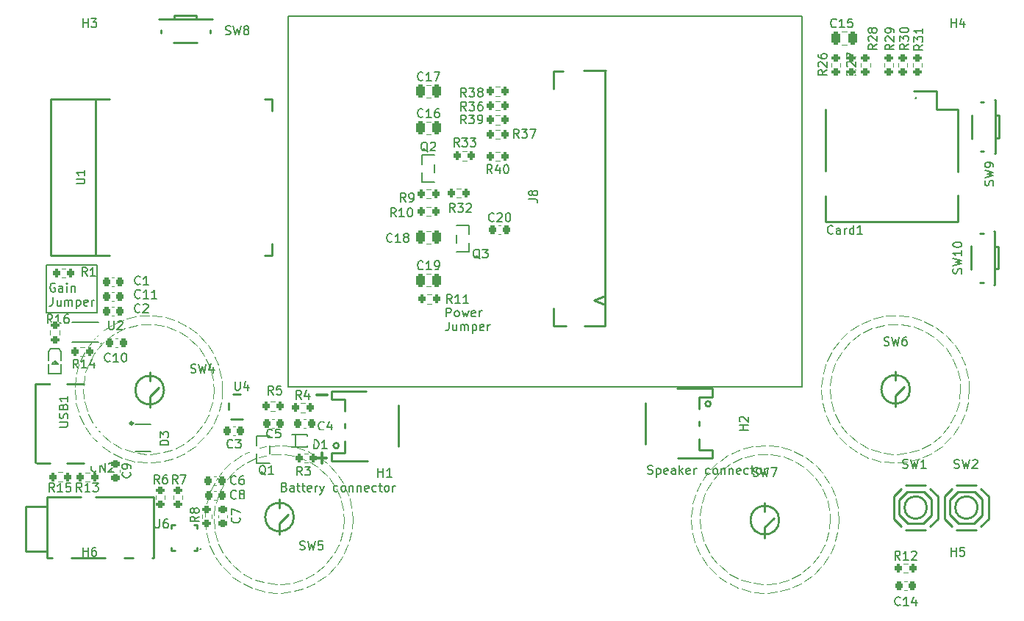
<source format=gbr>
%TF.GenerationSoftware,KiCad,Pcbnew,7.0.7*%
%TF.CreationDate,2023-10-03T15:02:23+02:00*%
%TF.ProjectId,Untitled,556e7469-746c-4656-942e-6b696361645f,rev?*%
%TF.SameCoordinates,Original*%
%TF.FileFunction,Legend,Top*%
%TF.FilePolarity,Positive*%
%FSLAX46Y46*%
G04 Gerber Fmt 4.6, Leading zero omitted, Abs format (unit mm)*
G04 Created by KiCad (PCBNEW 7.0.7) date 2023-10-03 15:02:23*
%MOMM*%
%LPD*%
G01*
G04 APERTURE LIST*
G04 Aperture macros list*
%AMRoundRect*
0 Rectangle with rounded corners*
0 $1 Rounding radius*
0 $2 $3 $4 $5 $6 $7 $8 $9 X,Y pos of 4 corners*
0 Add a 4 corners polygon primitive as box body*
4,1,4,$2,$3,$4,$5,$6,$7,$8,$9,$2,$3,0*
0 Add four circle primitives for the rounded corners*
1,1,$1+$1,$2,$3*
1,1,$1+$1,$4,$5*
1,1,$1+$1,$6,$7*
1,1,$1+$1,$8,$9*
0 Add four rect primitives between the rounded corners*
20,1,$1+$1,$2,$3,$4,$5,0*
20,1,$1+$1,$4,$5,$6,$7,0*
20,1,$1+$1,$6,$7,$8,$9,0*
20,1,$1+$1,$8,$9,$2,$3,0*%
G04 Aperture macros list end*
%ADD10C,0.304800*%
%ADD11C,0.200000*%
%ADD12C,0.100000*%
%ADD13C,0.150000*%
%ADD14C,0.250000*%
%ADD15C,0.300000*%
%ADD16C,0.120000*%
%ADD17C,5.700000*%
%ADD18R,0.700000X1.600000*%
%ADD19R,1.200000X1.500000*%
%ADD20R,1.200000X2.200000*%
%ADD21R,1.600000X1.500000*%
%ADD22C,1.200000*%
%ADD23R,3.500000X1.000000*%
%ADD24R,3.500000X1.500000*%
%ADD25R,1.450000X1.100000*%
%ADD26R,0.600000X0.800000*%
%ADD27R,1.100000X0.600000*%
%ADD28R,1.100000X0.300000*%
%ADD29O,2.000000X1.200000*%
%ADD30O,1.800000X1.200000*%
%ADD31C,0.700000*%
%ADD32R,1.070000X0.530000*%
%ADD33O,2.000000X1.000000*%
%ADD34C,1.500000*%
%ADD35RoundRect,0.200000X-0.200000X-0.275000X0.200000X-0.275000X0.200000X0.275000X-0.200000X0.275000X0*%
%ADD36RoundRect,0.200000X0.200000X0.275000X-0.200000X0.275000X-0.200000X-0.275000X0.200000X-0.275000X0*%
%ADD37R,1.900000X1.200000*%
%ADD38R,0.750000X0.300000*%
%ADD39R,1.600000X1.600000*%
%ADD40R,1.250000X0.700000*%
%ADD41RoundRect,0.200000X0.275000X-0.200000X0.275000X0.200000X-0.275000X0.200000X-0.275000X-0.200000X0*%
%ADD42RoundRect,0.250000X-0.250000X-0.475000X0.250000X-0.475000X0.250000X0.475000X-0.250000X0.475000X0*%
%ADD43RoundRect,0.225000X0.225000X0.250000X-0.225000X0.250000X-0.225000X-0.250000X0.225000X-0.250000X0*%
%ADD44RoundRect,0.225000X-0.225000X-0.250000X0.225000X-0.250000X0.225000X0.250000X-0.225000X0.250000X0*%
%ADD45RoundRect,0.200000X-0.275000X0.200000X-0.275000X-0.200000X0.275000X-0.200000X0.275000X0.200000X0*%
%ADD46R,1.000000X1.700000*%
%ADD47R,0.900000X1.500000*%
%ADD48R,1.500000X0.900000*%
%ADD49R,0.900000X0.900000*%
%ADD50R,0.800000X0.800000*%
%ADD51R,1.000000X0.750000*%
%ADD52RoundRect,0.225000X-0.250000X0.225000X-0.250000X-0.225000X0.250000X-0.225000X0.250000X0.225000X0*%
%ADD53R,1.100000X1.450000*%
%ADD54R,0.800000X0.600000*%
%ADD55R,1.000000X0.600000*%
%ADD56RoundRect,0.225000X0.250000X-0.225000X0.250000X0.225000X-0.250000X0.225000X-0.250000X-0.225000X0*%
%ADD57R,1.500000X0.300000*%
%ADD58R,1.600000X2.000000*%
%ADD59R,0.600000X0.250000*%
%ADD60R,0.250000X0.600000*%
%ADD61R,1.500000X1.500000*%
%ADD62RoundRect,0.250000X0.250000X0.475000X-0.250000X0.475000X-0.250000X-0.475000X0.250000X-0.475000X0*%
G04 APERTURE END LIST*
D10*
X124157036Y-110306189D02*
X125318179Y-110306189D01*
X124737607Y-110886760D02*
X124737607Y-109725617D01*
X124166065Y-103034795D02*
X125327208Y-103034795D01*
D11*
X180097921Y-59346565D02*
X180097921Y-102046565D01*
X180097921Y-102046565D02*
X120897921Y-102046565D01*
D12*
X184297921Y-117336565D02*
X184226843Y-118433497D01*
X184165911Y-118828791D02*
X183903364Y-119896209D01*
X183773982Y-120274668D02*
X183328121Y-121279417D01*
X183134307Y-121629283D02*
X182518981Y-122540154D01*
X182266756Y-122850562D02*
X181501077Y-123639263D01*
X181198275Y-123900570D02*
X180306027Y-124542602D01*
X179962054Y-124746692D02*
X178970950Y-125222114D01*
X178596490Y-125362648D02*
X177537315Y-125656691D01*
X177143999Y-125729304D02*
X176049652Y-125832836D01*
X175649697Y-125835272D02*
X174554171Y-125745077D01*
X174159999Y-125677261D02*
X173097321Y-125396140D01*
X172721177Y-125260178D02*
X171724356Y-124796864D01*
X171377922Y-124596979D02*
X170477920Y-123965862D01*
X170171957Y-123708263D02*
X169396729Y-122928947D01*
X169140741Y-122621635D02*
X168514366Y-121718326D01*
X168316305Y-121370846D02*
X167858239Y-120371603D01*
X167724256Y-119994749D02*
X167448727Y-118930607D01*
X167382984Y-118536085D02*
X167298551Y-117440099D01*
X167303090Y-117040162D02*
X167412375Y-115946376D01*
X167487055Y-115553446D02*
X167786663Y-114495833D01*
X167929164Y-114122116D02*
X168409790Y-113133526D01*
X168615687Y-112790630D02*
X169262401Y-111901770D01*
X169525297Y-111600347D02*
X170318013Y-110838826D01*
X170629742Y-110588236D02*
X171543836Y-109977708D01*
X171894717Y-109785736D02*
X172901797Y-109345165D01*
X173280930Y-109217774D02*
X174349714Y-108960844D01*
X174745323Y-108901990D02*
X175842614Y-108836682D01*
X176242411Y-108848194D02*
X177334126Y-108976536D01*
X177725693Y-109058057D02*
X178777921Y-109376062D01*
X179149096Y-109525059D02*
X180129155Y-110022851D01*
X180468408Y-110234695D02*
X181345855Y-110896811D01*
X181642649Y-111164924D02*
X182390230Y-111970798D01*
X182635346Y-112286850D02*
X183229841Y-113211452D01*
X183415665Y-113565627D02*
X183838608Y-114580236D01*
X183959368Y-114961533D02*
X184197622Y-116034635D01*
X184249567Y-116431210D02*
X184297921Y-117336565D01*
D13*
X93000000Y-88000000D02*
X98843125Y-88000000D01*
X98843125Y-93529534D01*
X93000000Y-93529534D01*
X93000000Y-88000000D01*
D11*
X120897921Y-59346565D02*
X180097921Y-59346565D01*
X120897921Y-102046565D02*
X120897921Y-59346565D01*
D12*
X112297921Y-102336565D02*
X112217398Y-103432625D01*
X112148420Y-103826584D02*
X111851749Y-104884799D01*
X111705878Y-105257202D02*
X111204886Y-106235384D01*
X110987938Y-106571383D02*
X110302597Y-107430535D01*
X110023221Y-107716735D02*
X109180855Y-108422605D01*
X108850188Y-108647597D02*
X107884378Y-109172044D01*
X107515604Y-109326858D02*
X106464855Y-109648974D01*
X106072674Y-109727437D02*
X104978875Y-109834381D01*
X104578924Y-109833367D02*
X103485682Y-109720874D01*
X103093905Y-109640422D02*
X102044804Y-109312978D01*
X101676819Y-109156295D02*
X100713683Y-108626954D01*
X100384162Y-108400288D02*
X99545389Y-107690153D01*
X99267468Y-107402538D02*
X98586496Y-106539920D01*
X98371255Y-106202825D02*
X97875233Y-105222114D01*
X97731253Y-104848976D02*
X97439955Y-103789269D01*
X97372977Y-103394965D02*
X97298017Y-102298510D01*
X97310710Y-101898758D02*
X97455076Y-100809267D01*
X97546934Y-100420006D02*
X97904871Y-99380914D01*
X98072232Y-99017661D02*
X98629471Y-98070392D01*
X98865663Y-97747630D02*
X99599986Y-96929950D01*
X99895593Y-96660546D02*
X100777727Y-96005052D01*
X101120964Y-95799746D02*
X102115741Y-95332572D01*
X102492924Y-95199549D02*
X103560685Y-94939319D01*
X103956777Y-94883882D02*
X105054953Y-94840970D01*
X105454163Y-94865330D02*
X106538974Y-95041447D01*
X106925387Y-95144632D02*
X107953585Y-95532758D01*
X108311796Y-95710655D02*
X109242389Y-96295315D01*
X109558117Y-96540831D02*
X110354007Y-97298717D01*
X110614665Y-97602065D02*
X111244121Y-98502963D01*
X111439317Y-98852048D02*
X111877245Y-99860042D01*
X111999198Y-100240948D02*
X112228139Y-101315852D01*
X112271986Y-101713394D02*
X112297921Y-102336565D01*
X127297921Y-117336565D02*
X127217398Y-118432625D01*
X127148420Y-118826584D02*
X126851749Y-119884799D01*
X126705878Y-120257202D02*
X126204886Y-121235384D01*
X125987938Y-121571383D02*
X125302597Y-122430535D01*
X125023221Y-122716735D02*
X124180855Y-123422605D01*
X123850188Y-123647597D02*
X122884378Y-124172044D01*
X122515604Y-124326858D02*
X121464855Y-124648974D01*
X121072674Y-124727437D02*
X119978875Y-124834381D01*
X119578924Y-124833367D02*
X118485682Y-124720874D01*
X118093905Y-124640422D02*
X117044804Y-124312978D01*
X116676819Y-124156295D02*
X115713683Y-123626954D01*
X115384162Y-123400288D02*
X114545389Y-122690153D01*
X114267468Y-122402538D02*
X113586496Y-121539920D01*
X113371255Y-121202825D02*
X112875233Y-120222114D01*
X112731253Y-119848976D02*
X112439955Y-118789269D01*
X112372977Y-118394965D02*
X112298017Y-117298510D01*
X112310710Y-116898758D02*
X112455076Y-115809267D01*
X112546934Y-115420006D02*
X112904871Y-114380914D01*
X113072232Y-114017661D02*
X113629471Y-113070392D01*
X113865663Y-112747630D02*
X114599986Y-111929950D01*
X114895593Y-111660546D02*
X115777727Y-111005052D01*
X116120964Y-110799746D02*
X117115741Y-110332572D01*
X117492924Y-110199549D02*
X118560685Y-109939319D01*
X118956777Y-109883882D02*
X120054953Y-109840970D01*
X120454163Y-109865330D02*
X121538974Y-110041447D01*
X121925387Y-110144632D02*
X122953585Y-110532758D01*
X123311796Y-110710655D02*
X124242389Y-111295315D01*
X124558117Y-111540831D02*
X125354007Y-112298717D01*
X125614665Y-112602065D02*
X126244121Y-113502963D01*
X126439317Y-113852048D02*
X126877245Y-114860042D01*
X126999198Y-115240948D02*
X127228139Y-116315852D01*
X127271986Y-116713394D02*
X127297921Y-117336565D01*
X113297921Y-102336565D02*
X113226843Y-103433497D01*
X113165911Y-103828791D02*
X112903364Y-104896209D01*
X112773982Y-105274668D02*
X112328121Y-106279417D01*
X112134307Y-106629283D02*
X111518981Y-107540154D01*
X111266756Y-107850562D02*
X110501077Y-108639263D01*
X110198275Y-108900570D02*
X109306027Y-109542602D01*
X108962054Y-109746692D02*
X107970950Y-110222114D01*
X107596490Y-110362648D02*
X106537315Y-110656691D01*
X106143999Y-110729304D02*
X105049652Y-110832836D01*
X104649697Y-110835272D02*
X103554171Y-110745077D01*
X103159999Y-110677261D02*
X102097321Y-110396140D01*
X101721177Y-110260178D02*
X100724356Y-109796864D01*
X100377922Y-109596979D02*
X99477920Y-108965862D01*
X99171957Y-108708263D02*
X98396729Y-107928947D01*
X98140741Y-107621635D02*
X97514366Y-106718326D01*
X97316305Y-106370846D02*
X96858239Y-105371603D01*
X96724256Y-104994749D02*
X96448727Y-103930607D01*
X96382984Y-103536085D02*
X96298551Y-102440099D01*
X96303090Y-102040162D02*
X96412375Y-100946376D01*
X96487055Y-100553446D02*
X96786663Y-99495833D01*
X96929164Y-99122116D02*
X97409790Y-98133526D01*
X97615687Y-97790630D02*
X98262401Y-96901770D01*
X98525297Y-96600347D02*
X99318013Y-95838826D01*
X99629742Y-95588236D02*
X100543836Y-94977708D01*
X100894717Y-94785736D02*
X101901797Y-94345165D01*
X102280930Y-94217774D02*
X103349714Y-93960844D01*
X103745323Y-93901990D02*
X104842614Y-93836682D01*
X105242411Y-93848194D02*
X106334126Y-93976536D01*
X106725693Y-94058057D02*
X107777921Y-94376062D01*
X108149096Y-94525059D02*
X109129155Y-95022851D01*
X109468408Y-95234695D02*
X110345855Y-95896811D01*
X110642649Y-96164924D02*
X111390230Y-96970798D01*
X111635346Y-97286850D02*
X112229841Y-98211452D01*
X112415665Y-98565627D02*
X112838608Y-99580236D01*
X112959368Y-99961533D02*
X113197622Y-101034635D01*
X113249567Y-101431210D02*
X113297921Y-102336565D01*
X183297921Y-117336565D02*
X183217398Y-118432625D01*
X183148420Y-118826584D02*
X182851749Y-119884799D01*
X182705878Y-120257202D02*
X182204886Y-121235384D01*
X181987938Y-121571383D02*
X181302597Y-122430535D01*
X181023221Y-122716735D02*
X180180855Y-123422605D01*
X179850188Y-123647597D02*
X178884378Y-124172044D01*
X178515604Y-124326858D02*
X177464855Y-124648974D01*
X177072674Y-124727437D02*
X175978875Y-124834381D01*
X175578924Y-124833367D02*
X174485682Y-124720874D01*
X174093905Y-124640422D02*
X173044804Y-124312978D01*
X172676819Y-124156295D02*
X171713683Y-123626954D01*
X171384162Y-123400288D02*
X170545389Y-122690153D01*
X170267468Y-122402538D02*
X169586496Y-121539920D01*
X169371255Y-121202825D02*
X168875233Y-120222114D01*
X168731253Y-119848976D02*
X168439955Y-118789269D01*
X168372977Y-118394965D02*
X168298017Y-117298510D01*
X168310710Y-116898758D02*
X168455076Y-115809267D01*
X168546934Y-115420006D02*
X168904871Y-114380914D01*
X169072232Y-114017661D02*
X169629471Y-113070392D01*
X169865663Y-112747630D02*
X170599986Y-111929950D01*
X170895593Y-111660546D02*
X171777727Y-111005052D01*
X172120964Y-110799746D02*
X173115741Y-110332572D01*
X173492924Y-110199549D02*
X174560685Y-109939319D01*
X174956777Y-109883882D02*
X176054953Y-109840970D01*
X176454163Y-109865330D02*
X177538974Y-110041447D01*
X177925387Y-110144632D02*
X178953585Y-110532758D01*
X179311796Y-110710655D02*
X180242389Y-111295315D01*
X180558117Y-111540831D02*
X181354007Y-112298717D01*
X181614665Y-112602065D02*
X182244121Y-113502963D01*
X182439317Y-113852048D02*
X182877245Y-114860042D01*
X182999198Y-115240948D02*
X183228139Y-116315852D01*
X183271986Y-116713394D02*
X183297921Y-117336565D01*
X198297921Y-102336565D02*
X198217398Y-103432625D01*
X198148420Y-103826584D02*
X197851749Y-104884799D01*
X197705878Y-105257202D02*
X197204886Y-106235384D01*
X196987938Y-106571383D02*
X196302597Y-107430535D01*
X196023221Y-107716735D02*
X195180855Y-108422605D01*
X194850188Y-108647597D02*
X193884378Y-109172044D01*
X193515604Y-109326858D02*
X192464855Y-109648974D01*
X192072674Y-109727437D02*
X190978875Y-109834381D01*
X190578924Y-109833367D02*
X189485682Y-109720874D01*
X189093905Y-109640422D02*
X188044804Y-109312978D01*
X187676819Y-109156295D02*
X186713683Y-108626954D01*
X186384162Y-108400288D02*
X185545389Y-107690153D01*
X185267468Y-107402538D02*
X184586496Y-106539920D01*
X184371255Y-106202825D02*
X183875233Y-105222114D01*
X183731253Y-104848976D02*
X183439955Y-103789269D01*
X183372977Y-103394965D02*
X183298017Y-102298510D01*
X183310710Y-101898758D02*
X183455076Y-100809267D01*
X183546934Y-100420006D02*
X183904871Y-99380914D01*
X184072232Y-99017661D02*
X184629471Y-98070392D01*
X184865663Y-97747630D02*
X185599986Y-96929950D01*
X185895593Y-96660546D02*
X186777727Y-96005052D01*
X187120964Y-95799746D02*
X188115741Y-95332572D01*
X188492924Y-95199549D02*
X189560685Y-94939319D01*
X189956777Y-94883882D02*
X191054953Y-94840970D01*
X191454163Y-94865330D02*
X192538974Y-95041447D01*
X192925387Y-95144632D02*
X193953585Y-95532758D01*
X194311796Y-95710655D02*
X195242389Y-96295315D01*
X195558117Y-96540831D02*
X196354007Y-97298717D01*
X196614665Y-97602065D02*
X197244121Y-98502963D01*
X197439317Y-98852048D02*
X197877245Y-99860042D01*
X197999198Y-100240948D02*
X198228139Y-101315852D01*
X198271986Y-101713394D02*
X198297921Y-102336565D01*
X199297921Y-102336565D02*
X199226843Y-103433497D01*
X199165911Y-103828791D02*
X198903364Y-104896209D01*
X198773982Y-105274668D02*
X198328121Y-106279417D01*
X198134307Y-106629283D02*
X197518981Y-107540154D01*
X197266756Y-107850562D02*
X196501077Y-108639263D01*
X196198275Y-108900570D02*
X195306027Y-109542602D01*
X194962054Y-109746692D02*
X193970950Y-110222114D01*
X193596490Y-110362648D02*
X192537315Y-110656691D01*
X192143999Y-110729304D02*
X191049652Y-110832836D01*
X190649697Y-110835272D02*
X189554171Y-110745077D01*
X189159999Y-110677261D02*
X188097321Y-110396140D01*
X187721177Y-110260178D02*
X186724356Y-109796864D01*
X186377922Y-109596979D02*
X185477920Y-108965862D01*
X185171957Y-108708263D02*
X184396729Y-107928947D01*
X184140741Y-107621635D02*
X183514366Y-106718326D01*
X183316305Y-106370846D02*
X182858239Y-105371603D01*
X182724256Y-104994749D02*
X182448727Y-103930607D01*
X182382984Y-103536085D02*
X182298551Y-102440099D01*
X182303090Y-102040162D02*
X182412375Y-100946376D01*
X182487055Y-100553446D02*
X182786663Y-99495833D01*
X182929164Y-99122116D02*
X183409790Y-98133526D01*
X183615687Y-97790630D02*
X184262401Y-96901770D01*
X184525297Y-96600347D02*
X185318013Y-95838826D01*
X185629742Y-95588236D02*
X186543836Y-94977708D01*
X186894717Y-94785736D02*
X187901797Y-94345165D01*
X188280930Y-94217774D02*
X189349714Y-93960844D01*
X189745323Y-93901990D02*
X190842614Y-93836682D01*
X191242411Y-93848194D02*
X192334126Y-93976536D01*
X192725693Y-94058057D02*
X193777921Y-94376062D01*
X194149096Y-94525059D02*
X195129155Y-95022851D01*
X195468408Y-95234695D02*
X196345855Y-95896811D01*
X196642649Y-96164924D02*
X197390230Y-96970798D01*
X197635346Y-97286850D02*
X198229841Y-98211452D01*
X198415665Y-98565627D02*
X198838608Y-99580236D01*
X198959368Y-99961533D02*
X199197622Y-101034635D01*
X199249567Y-101431210D02*
X199297921Y-102336565D01*
X128297921Y-117336565D02*
X128226843Y-118433497D01*
X128165911Y-118828791D02*
X127903364Y-119896209D01*
X127773982Y-120274668D02*
X127328121Y-121279417D01*
X127134307Y-121629283D02*
X126518981Y-122540154D01*
X126266756Y-122850562D02*
X125501077Y-123639263D01*
X125198275Y-123900570D02*
X124306027Y-124542602D01*
X123962054Y-124746692D02*
X122970950Y-125222114D01*
X122596490Y-125362648D02*
X121537315Y-125656691D01*
X121143999Y-125729304D02*
X120049652Y-125832836D01*
X119649697Y-125835272D02*
X118554171Y-125745077D01*
X118159999Y-125677261D02*
X117097321Y-125396140D01*
X116721177Y-125260178D02*
X115724356Y-124796864D01*
X115377922Y-124596979D02*
X114477920Y-123965862D01*
X114171957Y-123708263D02*
X113396729Y-122928947D01*
X113140741Y-122621635D02*
X112514366Y-121718326D01*
X112316305Y-121370846D02*
X111858239Y-120371603D01*
X111724256Y-119994749D02*
X111448727Y-118930607D01*
X111382984Y-118536085D02*
X111298551Y-117440099D01*
X111303090Y-117040162D02*
X111412375Y-115946376D01*
X111487055Y-115553446D02*
X111786663Y-114495833D01*
X111929164Y-114122116D02*
X112409790Y-113133526D01*
X112615687Y-112790630D02*
X113262401Y-111901770D01*
X113525297Y-111600347D02*
X114318013Y-110838826D01*
X114629742Y-110588236D02*
X115543836Y-109977708D01*
X115894717Y-109785736D02*
X116901797Y-109345165D01*
X117280930Y-109217774D02*
X118349714Y-108960844D01*
X118745323Y-108901990D02*
X119842614Y-108836682D01*
X120242411Y-108848194D02*
X121334126Y-108976536D01*
X121725693Y-109058057D02*
X122777921Y-109376062D01*
X123149096Y-109525059D02*
X124129155Y-110022851D01*
X124468408Y-110234695D02*
X125345855Y-110896811D01*
X125642649Y-111164924D02*
X126390230Y-111970798D01*
X126635346Y-112286850D02*
X127229841Y-113211452D01*
X127415665Y-113565627D02*
X127838608Y-114580236D01*
X127959368Y-114961533D02*
X128197622Y-116034635D01*
X128249567Y-116431210D02*
X128297921Y-117336565D01*
D13*
X139098712Y-93980372D02*
X139098712Y-92980372D01*
X139098712Y-92980372D02*
X139479664Y-92980372D01*
X139479664Y-92980372D02*
X139574902Y-93027991D01*
X139574902Y-93027991D02*
X139622521Y-93075610D01*
X139622521Y-93075610D02*
X139670140Y-93170848D01*
X139670140Y-93170848D02*
X139670140Y-93313705D01*
X139670140Y-93313705D02*
X139622521Y-93408943D01*
X139622521Y-93408943D02*
X139574902Y-93456562D01*
X139574902Y-93456562D02*
X139479664Y-93504181D01*
X139479664Y-93504181D02*
X139098712Y-93504181D01*
X140241569Y-93980372D02*
X140146331Y-93932753D01*
X140146331Y-93932753D02*
X140098712Y-93885133D01*
X140098712Y-93885133D02*
X140051093Y-93789895D01*
X140051093Y-93789895D02*
X140051093Y-93504181D01*
X140051093Y-93504181D02*
X140098712Y-93408943D01*
X140098712Y-93408943D02*
X140146331Y-93361324D01*
X140146331Y-93361324D02*
X140241569Y-93313705D01*
X140241569Y-93313705D02*
X140384426Y-93313705D01*
X140384426Y-93313705D02*
X140479664Y-93361324D01*
X140479664Y-93361324D02*
X140527283Y-93408943D01*
X140527283Y-93408943D02*
X140574902Y-93504181D01*
X140574902Y-93504181D02*
X140574902Y-93789895D01*
X140574902Y-93789895D02*
X140527283Y-93885133D01*
X140527283Y-93885133D02*
X140479664Y-93932753D01*
X140479664Y-93932753D02*
X140384426Y-93980372D01*
X140384426Y-93980372D02*
X140241569Y-93980372D01*
X140908236Y-93313705D02*
X141098712Y-93980372D01*
X141098712Y-93980372D02*
X141289188Y-93504181D01*
X141289188Y-93504181D02*
X141479664Y-93980372D01*
X141479664Y-93980372D02*
X141670140Y-93313705D01*
X142432045Y-93932753D02*
X142336807Y-93980372D01*
X142336807Y-93980372D02*
X142146331Y-93980372D01*
X142146331Y-93980372D02*
X142051093Y-93932753D01*
X142051093Y-93932753D02*
X142003474Y-93837514D01*
X142003474Y-93837514D02*
X142003474Y-93456562D01*
X142003474Y-93456562D02*
X142051093Y-93361324D01*
X142051093Y-93361324D02*
X142146331Y-93313705D01*
X142146331Y-93313705D02*
X142336807Y-93313705D01*
X142336807Y-93313705D02*
X142432045Y-93361324D01*
X142432045Y-93361324D02*
X142479664Y-93456562D01*
X142479664Y-93456562D02*
X142479664Y-93551800D01*
X142479664Y-93551800D02*
X142003474Y-93647038D01*
X142908236Y-93980372D02*
X142908236Y-93313705D01*
X142908236Y-93504181D02*
X142955855Y-93408943D01*
X142955855Y-93408943D02*
X143003474Y-93361324D01*
X143003474Y-93361324D02*
X143098712Y-93313705D01*
X143098712Y-93313705D02*
X143193950Y-93313705D01*
X139384426Y-94590372D02*
X139384426Y-95304657D01*
X139384426Y-95304657D02*
X139336807Y-95447514D01*
X139336807Y-95447514D02*
X139241569Y-95542753D01*
X139241569Y-95542753D02*
X139098712Y-95590372D01*
X139098712Y-95590372D02*
X139003474Y-95590372D01*
X140289188Y-94923705D02*
X140289188Y-95590372D01*
X139860617Y-94923705D02*
X139860617Y-95447514D01*
X139860617Y-95447514D02*
X139908236Y-95542753D01*
X139908236Y-95542753D02*
X140003474Y-95590372D01*
X140003474Y-95590372D02*
X140146331Y-95590372D01*
X140146331Y-95590372D02*
X140241569Y-95542753D01*
X140241569Y-95542753D02*
X140289188Y-95495133D01*
X140765379Y-95590372D02*
X140765379Y-94923705D01*
X140765379Y-95018943D02*
X140812998Y-94971324D01*
X140812998Y-94971324D02*
X140908236Y-94923705D01*
X140908236Y-94923705D02*
X141051093Y-94923705D01*
X141051093Y-94923705D02*
X141146331Y-94971324D01*
X141146331Y-94971324D02*
X141193950Y-95066562D01*
X141193950Y-95066562D02*
X141193950Y-95590372D01*
X141193950Y-95066562D02*
X141241569Y-94971324D01*
X141241569Y-94971324D02*
X141336807Y-94923705D01*
X141336807Y-94923705D02*
X141479664Y-94923705D01*
X141479664Y-94923705D02*
X141574903Y-94971324D01*
X141574903Y-94971324D02*
X141622522Y-95066562D01*
X141622522Y-95066562D02*
X141622522Y-95590372D01*
X142098712Y-94923705D02*
X142098712Y-95923705D01*
X142098712Y-94971324D02*
X142193950Y-94923705D01*
X142193950Y-94923705D02*
X142384426Y-94923705D01*
X142384426Y-94923705D02*
X142479664Y-94971324D01*
X142479664Y-94971324D02*
X142527283Y-95018943D01*
X142527283Y-95018943D02*
X142574902Y-95114181D01*
X142574902Y-95114181D02*
X142574902Y-95399895D01*
X142574902Y-95399895D02*
X142527283Y-95495133D01*
X142527283Y-95495133D02*
X142479664Y-95542753D01*
X142479664Y-95542753D02*
X142384426Y-95590372D01*
X142384426Y-95590372D02*
X142193950Y-95590372D01*
X142193950Y-95590372D02*
X142098712Y-95542753D01*
X143384426Y-95542753D02*
X143289188Y-95590372D01*
X143289188Y-95590372D02*
X143098712Y-95590372D01*
X143098712Y-95590372D02*
X143003474Y-95542753D01*
X143003474Y-95542753D02*
X142955855Y-95447514D01*
X142955855Y-95447514D02*
X142955855Y-95066562D01*
X142955855Y-95066562D02*
X143003474Y-94971324D01*
X143003474Y-94971324D02*
X143098712Y-94923705D01*
X143098712Y-94923705D02*
X143289188Y-94923705D01*
X143289188Y-94923705D02*
X143384426Y-94971324D01*
X143384426Y-94971324D02*
X143432045Y-95066562D01*
X143432045Y-95066562D02*
X143432045Y-95161800D01*
X143432045Y-95161800D02*
X142955855Y-95257038D01*
X143860617Y-95590372D02*
X143860617Y-94923705D01*
X143860617Y-95114181D02*
X143908236Y-95018943D01*
X143908236Y-95018943D02*
X143955855Y-94971324D01*
X143955855Y-94971324D02*
X144051093Y-94923705D01*
X144051093Y-94923705D02*
X144146331Y-94923705D01*
X94014976Y-90164111D02*
X93919738Y-90116492D01*
X93919738Y-90116492D02*
X93776881Y-90116492D01*
X93776881Y-90116492D02*
X93634024Y-90164111D01*
X93634024Y-90164111D02*
X93538786Y-90259349D01*
X93538786Y-90259349D02*
X93491167Y-90354587D01*
X93491167Y-90354587D02*
X93443548Y-90545063D01*
X93443548Y-90545063D02*
X93443548Y-90687920D01*
X93443548Y-90687920D02*
X93491167Y-90878396D01*
X93491167Y-90878396D02*
X93538786Y-90973634D01*
X93538786Y-90973634D02*
X93634024Y-91068873D01*
X93634024Y-91068873D02*
X93776881Y-91116492D01*
X93776881Y-91116492D02*
X93872119Y-91116492D01*
X93872119Y-91116492D02*
X94014976Y-91068873D01*
X94014976Y-91068873D02*
X94062595Y-91021253D01*
X94062595Y-91021253D02*
X94062595Y-90687920D01*
X94062595Y-90687920D02*
X93872119Y-90687920D01*
X94919738Y-91116492D02*
X94919738Y-90592682D01*
X94919738Y-90592682D02*
X94872119Y-90497444D01*
X94872119Y-90497444D02*
X94776881Y-90449825D01*
X94776881Y-90449825D02*
X94586405Y-90449825D01*
X94586405Y-90449825D02*
X94491167Y-90497444D01*
X94919738Y-91068873D02*
X94824500Y-91116492D01*
X94824500Y-91116492D02*
X94586405Y-91116492D01*
X94586405Y-91116492D02*
X94491167Y-91068873D01*
X94491167Y-91068873D02*
X94443548Y-90973634D01*
X94443548Y-90973634D02*
X94443548Y-90878396D01*
X94443548Y-90878396D02*
X94491167Y-90783158D01*
X94491167Y-90783158D02*
X94586405Y-90735539D01*
X94586405Y-90735539D02*
X94824500Y-90735539D01*
X94824500Y-90735539D02*
X94919738Y-90687920D01*
X95395929Y-91116492D02*
X95395929Y-90449825D01*
X95395929Y-90116492D02*
X95348310Y-90164111D01*
X95348310Y-90164111D02*
X95395929Y-90211730D01*
X95395929Y-90211730D02*
X95443548Y-90164111D01*
X95443548Y-90164111D02*
X95395929Y-90116492D01*
X95395929Y-90116492D02*
X95395929Y-90211730D01*
X95872119Y-90449825D02*
X95872119Y-91116492D01*
X95872119Y-90545063D02*
X95919738Y-90497444D01*
X95919738Y-90497444D02*
X96014976Y-90449825D01*
X96014976Y-90449825D02*
X96157833Y-90449825D01*
X96157833Y-90449825D02*
X96253071Y-90497444D01*
X96253071Y-90497444D02*
X96300690Y-90592682D01*
X96300690Y-90592682D02*
X96300690Y-91116492D01*
X93776881Y-91726492D02*
X93776881Y-92440777D01*
X93776881Y-92440777D02*
X93729262Y-92583634D01*
X93729262Y-92583634D02*
X93634024Y-92678873D01*
X93634024Y-92678873D02*
X93491167Y-92726492D01*
X93491167Y-92726492D02*
X93395929Y-92726492D01*
X94681643Y-92059825D02*
X94681643Y-92726492D01*
X94253072Y-92059825D02*
X94253072Y-92583634D01*
X94253072Y-92583634D02*
X94300691Y-92678873D01*
X94300691Y-92678873D02*
X94395929Y-92726492D01*
X94395929Y-92726492D02*
X94538786Y-92726492D01*
X94538786Y-92726492D02*
X94634024Y-92678873D01*
X94634024Y-92678873D02*
X94681643Y-92631253D01*
X95157834Y-92726492D02*
X95157834Y-92059825D01*
X95157834Y-92155063D02*
X95205453Y-92107444D01*
X95205453Y-92107444D02*
X95300691Y-92059825D01*
X95300691Y-92059825D02*
X95443548Y-92059825D01*
X95443548Y-92059825D02*
X95538786Y-92107444D01*
X95538786Y-92107444D02*
X95586405Y-92202682D01*
X95586405Y-92202682D02*
X95586405Y-92726492D01*
X95586405Y-92202682D02*
X95634024Y-92107444D01*
X95634024Y-92107444D02*
X95729262Y-92059825D01*
X95729262Y-92059825D02*
X95872119Y-92059825D01*
X95872119Y-92059825D02*
X95967358Y-92107444D01*
X95967358Y-92107444D02*
X96014977Y-92202682D01*
X96014977Y-92202682D02*
X96014977Y-92726492D01*
X96491167Y-92059825D02*
X96491167Y-93059825D01*
X96491167Y-92107444D02*
X96586405Y-92059825D01*
X96586405Y-92059825D02*
X96776881Y-92059825D01*
X96776881Y-92059825D02*
X96872119Y-92107444D01*
X96872119Y-92107444D02*
X96919738Y-92155063D01*
X96919738Y-92155063D02*
X96967357Y-92250301D01*
X96967357Y-92250301D02*
X96967357Y-92536015D01*
X96967357Y-92536015D02*
X96919738Y-92631253D01*
X96919738Y-92631253D02*
X96872119Y-92678873D01*
X96872119Y-92678873D02*
X96776881Y-92726492D01*
X96776881Y-92726492D02*
X96586405Y-92726492D01*
X96586405Y-92726492D02*
X96491167Y-92678873D01*
X97776881Y-92678873D02*
X97681643Y-92726492D01*
X97681643Y-92726492D02*
X97491167Y-92726492D01*
X97491167Y-92726492D02*
X97395929Y-92678873D01*
X97395929Y-92678873D02*
X97348310Y-92583634D01*
X97348310Y-92583634D02*
X97348310Y-92202682D01*
X97348310Y-92202682D02*
X97395929Y-92107444D01*
X97395929Y-92107444D02*
X97491167Y-92059825D01*
X97491167Y-92059825D02*
X97681643Y-92059825D01*
X97681643Y-92059825D02*
X97776881Y-92107444D01*
X97776881Y-92107444D02*
X97824500Y-92202682D01*
X97824500Y-92202682D02*
X97824500Y-92297920D01*
X97824500Y-92297920D02*
X97348310Y-92393158D01*
X98253072Y-92726492D02*
X98253072Y-92059825D01*
X98253072Y-92250301D02*
X98300691Y-92155063D01*
X98300691Y-92155063D02*
X98348310Y-92107444D01*
X98348310Y-92107444D02*
X98443548Y-92059825D01*
X98443548Y-92059825D02*
X98538786Y-92059825D01*
X97238095Y-121604819D02*
X97238095Y-120604819D01*
X97238095Y-121081009D02*
X97809523Y-121081009D01*
X97809523Y-121604819D02*
X97809523Y-120604819D01*
X98714285Y-120604819D02*
X98523809Y-120604819D01*
X98523809Y-120604819D02*
X98428571Y-120652438D01*
X98428571Y-120652438D02*
X98380952Y-120700057D01*
X98380952Y-120700057D02*
X98285714Y-120842914D01*
X98285714Y-120842914D02*
X98238095Y-121033390D01*
X98238095Y-121033390D02*
X98238095Y-121414342D01*
X98238095Y-121414342D02*
X98285714Y-121509580D01*
X98285714Y-121509580D02*
X98333333Y-121557200D01*
X98333333Y-121557200D02*
X98428571Y-121604819D01*
X98428571Y-121604819D02*
X98619047Y-121604819D01*
X98619047Y-121604819D02*
X98714285Y-121557200D01*
X98714285Y-121557200D02*
X98761904Y-121509580D01*
X98761904Y-121509580D02*
X98809523Y-121414342D01*
X98809523Y-121414342D02*
X98809523Y-121176247D01*
X98809523Y-121176247D02*
X98761904Y-121081009D01*
X98761904Y-121081009D02*
X98714285Y-121033390D01*
X98714285Y-121033390D02*
X98619047Y-120985771D01*
X98619047Y-120985771D02*
X98428571Y-120985771D01*
X98428571Y-120985771D02*
X98333333Y-121033390D01*
X98333333Y-121033390D02*
X98285714Y-121081009D01*
X98285714Y-121081009D02*
X98238095Y-121176247D01*
X197238095Y-121604819D02*
X197238095Y-120604819D01*
X197238095Y-121081009D02*
X197809523Y-121081009D01*
X197809523Y-121604819D02*
X197809523Y-120604819D01*
X198761904Y-120604819D02*
X198285714Y-120604819D01*
X198285714Y-120604819D02*
X198238095Y-121081009D01*
X198238095Y-121081009D02*
X198285714Y-121033390D01*
X198285714Y-121033390D02*
X198380952Y-120985771D01*
X198380952Y-120985771D02*
X198619047Y-120985771D01*
X198619047Y-120985771D02*
X198714285Y-121033390D01*
X198714285Y-121033390D02*
X198761904Y-121081009D01*
X198761904Y-121081009D02*
X198809523Y-121176247D01*
X198809523Y-121176247D02*
X198809523Y-121414342D01*
X198809523Y-121414342D02*
X198761904Y-121509580D01*
X198761904Y-121509580D02*
X198714285Y-121557200D01*
X198714285Y-121557200D02*
X198619047Y-121604819D01*
X198619047Y-121604819D02*
X198380952Y-121604819D01*
X198380952Y-121604819D02*
X198285714Y-121557200D01*
X198285714Y-121557200D02*
X198238095Y-121509580D01*
X197238095Y-60604819D02*
X197238095Y-59604819D01*
X197238095Y-60081009D02*
X197809523Y-60081009D01*
X197809523Y-60604819D02*
X197809523Y-59604819D01*
X198714285Y-59938152D02*
X198714285Y-60604819D01*
X198476190Y-59557200D02*
X198238095Y-60271485D01*
X198238095Y-60271485D02*
X198857142Y-60271485D01*
X97238095Y-60604819D02*
X97238095Y-59604819D01*
X97238095Y-60081009D02*
X97809523Y-60081009D01*
X97809523Y-60604819D02*
X97809523Y-59604819D01*
X98190476Y-59604819D02*
X98809523Y-59604819D01*
X98809523Y-59604819D02*
X98476190Y-59985771D01*
X98476190Y-59985771D02*
X98619047Y-59985771D01*
X98619047Y-59985771D02*
X98714285Y-60033390D01*
X98714285Y-60033390D02*
X98761904Y-60081009D01*
X98761904Y-60081009D02*
X98809523Y-60176247D01*
X98809523Y-60176247D02*
X98809523Y-60414342D01*
X98809523Y-60414342D02*
X98761904Y-60509580D01*
X98761904Y-60509580D02*
X98714285Y-60557200D01*
X98714285Y-60557200D02*
X98619047Y-60604819D01*
X98619047Y-60604819D02*
X98333333Y-60604819D01*
X98333333Y-60604819D02*
X98238095Y-60557200D01*
X98238095Y-60557200D02*
X98190476Y-60509580D01*
X183619047Y-84359580D02*
X183571428Y-84407200D01*
X183571428Y-84407200D02*
X183428571Y-84454819D01*
X183428571Y-84454819D02*
X183333333Y-84454819D01*
X183333333Y-84454819D02*
X183190476Y-84407200D01*
X183190476Y-84407200D02*
X183095238Y-84311961D01*
X183095238Y-84311961D02*
X183047619Y-84216723D01*
X183047619Y-84216723D02*
X183000000Y-84026247D01*
X183000000Y-84026247D02*
X183000000Y-83883390D01*
X183000000Y-83883390D02*
X183047619Y-83692914D01*
X183047619Y-83692914D02*
X183095238Y-83597676D01*
X183095238Y-83597676D02*
X183190476Y-83502438D01*
X183190476Y-83502438D02*
X183333333Y-83454819D01*
X183333333Y-83454819D02*
X183428571Y-83454819D01*
X183428571Y-83454819D02*
X183571428Y-83502438D01*
X183571428Y-83502438D02*
X183619047Y-83550057D01*
X184476190Y-84454819D02*
X184476190Y-83931009D01*
X184476190Y-83931009D02*
X184428571Y-83835771D01*
X184428571Y-83835771D02*
X184333333Y-83788152D01*
X184333333Y-83788152D02*
X184142857Y-83788152D01*
X184142857Y-83788152D02*
X184047619Y-83835771D01*
X184476190Y-84407200D02*
X184380952Y-84454819D01*
X184380952Y-84454819D02*
X184142857Y-84454819D01*
X184142857Y-84454819D02*
X184047619Y-84407200D01*
X184047619Y-84407200D02*
X184000000Y-84311961D01*
X184000000Y-84311961D02*
X184000000Y-84216723D01*
X184000000Y-84216723D02*
X184047619Y-84121485D01*
X184047619Y-84121485D02*
X184142857Y-84073866D01*
X184142857Y-84073866D02*
X184380952Y-84073866D01*
X184380952Y-84073866D02*
X184476190Y-84026247D01*
X184952381Y-84454819D02*
X184952381Y-83788152D01*
X184952381Y-83978628D02*
X185000000Y-83883390D01*
X185000000Y-83883390D02*
X185047619Y-83835771D01*
X185047619Y-83835771D02*
X185142857Y-83788152D01*
X185142857Y-83788152D02*
X185238095Y-83788152D01*
X186000000Y-84454819D02*
X186000000Y-83454819D01*
X186000000Y-84407200D02*
X185904762Y-84454819D01*
X185904762Y-84454819D02*
X185714286Y-84454819D01*
X185714286Y-84454819D02*
X185619048Y-84407200D01*
X185619048Y-84407200D02*
X185571429Y-84359580D01*
X185571429Y-84359580D02*
X185523810Y-84264342D01*
X185523810Y-84264342D02*
X185523810Y-83978628D01*
X185523810Y-83978628D02*
X185571429Y-83883390D01*
X185571429Y-83883390D02*
X185619048Y-83835771D01*
X185619048Y-83835771D02*
X185714286Y-83788152D01*
X185714286Y-83788152D02*
X185904762Y-83788152D01*
X185904762Y-83788152D02*
X186000000Y-83835771D01*
X187000000Y-84454819D02*
X186428572Y-84454819D01*
X186714286Y-84454819D02*
X186714286Y-83454819D01*
X186714286Y-83454819D02*
X186619048Y-83597676D01*
X186619048Y-83597676D02*
X186523810Y-83692914D01*
X186523810Y-83692914D02*
X186428572Y-83740533D01*
X131238095Y-112454819D02*
X131238095Y-111454819D01*
X131238095Y-111931009D02*
X131809523Y-111931009D01*
X131809523Y-112454819D02*
X131809523Y-111454819D01*
X132809523Y-112454819D02*
X132238095Y-112454819D01*
X132523809Y-112454819D02*
X132523809Y-111454819D01*
X132523809Y-111454819D02*
X132428571Y-111597676D01*
X132428571Y-111597676D02*
X132333333Y-111692914D01*
X132333333Y-111692914D02*
X132238095Y-111740533D01*
X120450185Y-113628953D02*
X120593042Y-113676572D01*
X120593042Y-113676572D02*
X120640661Y-113724191D01*
X120640661Y-113724191D02*
X120688280Y-113819429D01*
X120688280Y-113819429D02*
X120688280Y-113962286D01*
X120688280Y-113962286D02*
X120640661Y-114057524D01*
X120640661Y-114057524D02*
X120593042Y-114105144D01*
X120593042Y-114105144D02*
X120497804Y-114152763D01*
X120497804Y-114152763D02*
X120116852Y-114152763D01*
X120116852Y-114152763D02*
X120116852Y-113152763D01*
X120116852Y-113152763D02*
X120450185Y-113152763D01*
X120450185Y-113152763D02*
X120545423Y-113200382D01*
X120545423Y-113200382D02*
X120593042Y-113248001D01*
X120593042Y-113248001D02*
X120640661Y-113343239D01*
X120640661Y-113343239D02*
X120640661Y-113438477D01*
X120640661Y-113438477D02*
X120593042Y-113533715D01*
X120593042Y-113533715D02*
X120545423Y-113581334D01*
X120545423Y-113581334D02*
X120450185Y-113628953D01*
X120450185Y-113628953D02*
X120116852Y-113628953D01*
X121545423Y-114152763D02*
X121545423Y-113628953D01*
X121545423Y-113628953D02*
X121497804Y-113533715D01*
X121497804Y-113533715D02*
X121402566Y-113486096D01*
X121402566Y-113486096D02*
X121212090Y-113486096D01*
X121212090Y-113486096D02*
X121116852Y-113533715D01*
X121545423Y-114105144D02*
X121450185Y-114152763D01*
X121450185Y-114152763D02*
X121212090Y-114152763D01*
X121212090Y-114152763D02*
X121116852Y-114105144D01*
X121116852Y-114105144D02*
X121069233Y-114009905D01*
X121069233Y-114009905D02*
X121069233Y-113914667D01*
X121069233Y-113914667D02*
X121116852Y-113819429D01*
X121116852Y-113819429D02*
X121212090Y-113771810D01*
X121212090Y-113771810D02*
X121450185Y-113771810D01*
X121450185Y-113771810D02*
X121545423Y-113724191D01*
X121878757Y-113486096D02*
X122259709Y-113486096D01*
X122021614Y-113152763D02*
X122021614Y-114009905D01*
X122021614Y-114009905D02*
X122069233Y-114105144D01*
X122069233Y-114105144D02*
X122164471Y-114152763D01*
X122164471Y-114152763D02*
X122259709Y-114152763D01*
X122450186Y-113486096D02*
X122831138Y-113486096D01*
X122593043Y-113152763D02*
X122593043Y-114009905D01*
X122593043Y-114009905D02*
X122640662Y-114105144D01*
X122640662Y-114105144D02*
X122735900Y-114152763D01*
X122735900Y-114152763D02*
X122831138Y-114152763D01*
X123545424Y-114105144D02*
X123450186Y-114152763D01*
X123450186Y-114152763D02*
X123259710Y-114152763D01*
X123259710Y-114152763D02*
X123164472Y-114105144D01*
X123164472Y-114105144D02*
X123116853Y-114009905D01*
X123116853Y-114009905D02*
X123116853Y-113628953D01*
X123116853Y-113628953D02*
X123164472Y-113533715D01*
X123164472Y-113533715D02*
X123259710Y-113486096D01*
X123259710Y-113486096D02*
X123450186Y-113486096D01*
X123450186Y-113486096D02*
X123545424Y-113533715D01*
X123545424Y-113533715D02*
X123593043Y-113628953D01*
X123593043Y-113628953D02*
X123593043Y-113724191D01*
X123593043Y-113724191D02*
X123116853Y-113819429D01*
X124021615Y-114152763D02*
X124021615Y-113486096D01*
X124021615Y-113676572D02*
X124069234Y-113581334D01*
X124069234Y-113581334D02*
X124116853Y-113533715D01*
X124116853Y-113533715D02*
X124212091Y-113486096D01*
X124212091Y-113486096D02*
X124307329Y-113486096D01*
X124545425Y-113486096D02*
X124783520Y-114152763D01*
X125021615Y-113486096D02*
X124783520Y-114152763D01*
X124783520Y-114152763D02*
X124688282Y-114390858D01*
X124688282Y-114390858D02*
X124640663Y-114438477D01*
X124640663Y-114438477D02*
X124545425Y-114486096D01*
X126593044Y-114105144D02*
X126497806Y-114152763D01*
X126497806Y-114152763D02*
X126307330Y-114152763D01*
X126307330Y-114152763D02*
X126212092Y-114105144D01*
X126212092Y-114105144D02*
X126164473Y-114057524D01*
X126164473Y-114057524D02*
X126116854Y-113962286D01*
X126116854Y-113962286D02*
X126116854Y-113676572D01*
X126116854Y-113676572D02*
X126164473Y-113581334D01*
X126164473Y-113581334D02*
X126212092Y-113533715D01*
X126212092Y-113533715D02*
X126307330Y-113486096D01*
X126307330Y-113486096D02*
X126497806Y-113486096D01*
X126497806Y-113486096D02*
X126593044Y-113533715D01*
X127164473Y-114152763D02*
X127069235Y-114105144D01*
X127069235Y-114105144D02*
X127021616Y-114057524D01*
X127021616Y-114057524D02*
X126973997Y-113962286D01*
X126973997Y-113962286D02*
X126973997Y-113676572D01*
X126973997Y-113676572D02*
X127021616Y-113581334D01*
X127021616Y-113581334D02*
X127069235Y-113533715D01*
X127069235Y-113533715D02*
X127164473Y-113486096D01*
X127164473Y-113486096D02*
X127307330Y-113486096D01*
X127307330Y-113486096D02*
X127402568Y-113533715D01*
X127402568Y-113533715D02*
X127450187Y-113581334D01*
X127450187Y-113581334D02*
X127497806Y-113676572D01*
X127497806Y-113676572D02*
X127497806Y-113962286D01*
X127497806Y-113962286D02*
X127450187Y-114057524D01*
X127450187Y-114057524D02*
X127402568Y-114105144D01*
X127402568Y-114105144D02*
X127307330Y-114152763D01*
X127307330Y-114152763D02*
X127164473Y-114152763D01*
X127926378Y-113486096D02*
X127926378Y-114152763D01*
X127926378Y-113581334D02*
X127973997Y-113533715D01*
X127973997Y-113533715D02*
X128069235Y-113486096D01*
X128069235Y-113486096D02*
X128212092Y-113486096D01*
X128212092Y-113486096D02*
X128307330Y-113533715D01*
X128307330Y-113533715D02*
X128354949Y-113628953D01*
X128354949Y-113628953D02*
X128354949Y-114152763D01*
X128831140Y-113486096D02*
X128831140Y-114152763D01*
X128831140Y-113581334D02*
X128878759Y-113533715D01*
X128878759Y-113533715D02*
X128973997Y-113486096D01*
X128973997Y-113486096D02*
X129116854Y-113486096D01*
X129116854Y-113486096D02*
X129212092Y-113533715D01*
X129212092Y-113533715D02*
X129259711Y-113628953D01*
X129259711Y-113628953D02*
X129259711Y-114152763D01*
X130116854Y-114105144D02*
X130021616Y-114152763D01*
X130021616Y-114152763D02*
X129831140Y-114152763D01*
X129831140Y-114152763D02*
X129735902Y-114105144D01*
X129735902Y-114105144D02*
X129688283Y-114009905D01*
X129688283Y-114009905D02*
X129688283Y-113628953D01*
X129688283Y-113628953D02*
X129735902Y-113533715D01*
X129735902Y-113533715D02*
X129831140Y-113486096D01*
X129831140Y-113486096D02*
X130021616Y-113486096D01*
X130021616Y-113486096D02*
X130116854Y-113533715D01*
X130116854Y-113533715D02*
X130164473Y-113628953D01*
X130164473Y-113628953D02*
X130164473Y-113724191D01*
X130164473Y-113724191D02*
X129688283Y-113819429D01*
X131021616Y-114105144D02*
X130926378Y-114152763D01*
X130926378Y-114152763D02*
X130735902Y-114152763D01*
X130735902Y-114152763D02*
X130640664Y-114105144D01*
X130640664Y-114105144D02*
X130593045Y-114057524D01*
X130593045Y-114057524D02*
X130545426Y-113962286D01*
X130545426Y-113962286D02*
X130545426Y-113676572D01*
X130545426Y-113676572D02*
X130593045Y-113581334D01*
X130593045Y-113581334D02*
X130640664Y-113533715D01*
X130640664Y-113533715D02*
X130735902Y-113486096D01*
X130735902Y-113486096D02*
X130926378Y-113486096D01*
X130926378Y-113486096D02*
X131021616Y-113533715D01*
X131307331Y-113486096D02*
X131688283Y-113486096D01*
X131450188Y-113152763D02*
X131450188Y-114009905D01*
X131450188Y-114009905D02*
X131497807Y-114105144D01*
X131497807Y-114105144D02*
X131593045Y-114152763D01*
X131593045Y-114152763D02*
X131688283Y-114152763D01*
X132164474Y-114152763D02*
X132069236Y-114105144D01*
X132069236Y-114105144D02*
X132021617Y-114057524D01*
X132021617Y-114057524D02*
X131973998Y-113962286D01*
X131973998Y-113962286D02*
X131973998Y-113676572D01*
X131973998Y-113676572D02*
X132021617Y-113581334D01*
X132021617Y-113581334D02*
X132069236Y-113533715D01*
X132069236Y-113533715D02*
X132164474Y-113486096D01*
X132164474Y-113486096D02*
X132307331Y-113486096D01*
X132307331Y-113486096D02*
X132402569Y-113533715D01*
X132402569Y-113533715D02*
X132450188Y-113581334D01*
X132450188Y-113581334D02*
X132497807Y-113676572D01*
X132497807Y-113676572D02*
X132497807Y-113962286D01*
X132497807Y-113962286D02*
X132450188Y-114057524D01*
X132450188Y-114057524D02*
X132402569Y-114105144D01*
X132402569Y-114105144D02*
X132307331Y-114152763D01*
X132307331Y-114152763D02*
X132164474Y-114152763D01*
X132926379Y-114152763D02*
X132926379Y-113486096D01*
X132926379Y-113676572D02*
X132973998Y-113581334D01*
X132973998Y-113581334D02*
X133021617Y-113533715D01*
X133021617Y-113533715D02*
X133116855Y-113486096D01*
X133116855Y-113486096D02*
X133212093Y-113486096D01*
X113666667Y-61407200D02*
X113809524Y-61454819D01*
X113809524Y-61454819D02*
X114047619Y-61454819D01*
X114047619Y-61454819D02*
X114142857Y-61407200D01*
X114142857Y-61407200D02*
X114190476Y-61359580D01*
X114190476Y-61359580D02*
X114238095Y-61264342D01*
X114238095Y-61264342D02*
X114238095Y-61169104D01*
X114238095Y-61169104D02*
X114190476Y-61073866D01*
X114190476Y-61073866D02*
X114142857Y-61026247D01*
X114142857Y-61026247D02*
X114047619Y-60978628D01*
X114047619Y-60978628D02*
X113857143Y-60931009D01*
X113857143Y-60931009D02*
X113761905Y-60883390D01*
X113761905Y-60883390D02*
X113714286Y-60835771D01*
X113714286Y-60835771D02*
X113666667Y-60740533D01*
X113666667Y-60740533D02*
X113666667Y-60645295D01*
X113666667Y-60645295D02*
X113714286Y-60550057D01*
X113714286Y-60550057D02*
X113761905Y-60502438D01*
X113761905Y-60502438D02*
X113857143Y-60454819D01*
X113857143Y-60454819D02*
X114095238Y-60454819D01*
X114095238Y-60454819D02*
X114238095Y-60502438D01*
X114571429Y-60454819D02*
X114809524Y-61454819D01*
X114809524Y-61454819D02*
X115000000Y-60740533D01*
X115000000Y-60740533D02*
X115190476Y-61454819D01*
X115190476Y-61454819D02*
X115428572Y-60454819D01*
X115952381Y-60883390D02*
X115857143Y-60835771D01*
X115857143Y-60835771D02*
X115809524Y-60788152D01*
X115809524Y-60788152D02*
X115761905Y-60692914D01*
X115761905Y-60692914D02*
X115761905Y-60645295D01*
X115761905Y-60645295D02*
X115809524Y-60550057D01*
X115809524Y-60550057D02*
X115857143Y-60502438D01*
X115857143Y-60502438D02*
X115952381Y-60454819D01*
X115952381Y-60454819D02*
X116142857Y-60454819D01*
X116142857Y-60454819D02*
X116238095Y-60502438D01*
X116238095Y-60502438D02*
X116285714Y-60550057D01*
X116285714Y-60550057D02*
X116333333Y-60645295D01*
X116333333Y-60645295D02*
X116333333Y-60692914D01*
X116333333Y-60692914D02*
X116285714Y-60788152D01*
X116285714Y-60788152D02*
X116238095Y-60835771D01*
X116238095Y-60835771D02*
X116142857Y-60883390D01*
X116142857Y-60883390D02*
X115952381Y-60883390D01*
X115952381Y-60883390D02*
X115857143Y-60931009D01*
X115857143Y-60931009D02*
X115809524Y-60978628D01*
X115809524Y-60978628D02*
X115761905Y-61073866D01*
X115761905Y-61073866D02*
X115761905Y-61264342D01*
X115761905Y-61264342D02*
X115809524Y-61359580D01*
X115809524Y-61359580D02*
X115857143Y-61407200D01*
X115857143Y-61407200D02*
X115952381Y-61454819D01*
X115952381Y-61454819D02*
X116142857Y-61454819D01*
X116142857Y-61454819D02*
X116238095Y-61407200D01*
X116238095Y-61407200D02*
X116285714Y-61359580D01*
X116285714Y-61359580D02*
X116333333Y-61264342D01*
X116333333Y-61264342D02*
X116333333Y-61073866D01*
X116333333Y-61073866D02*
X116285714Y-60978628D01*
X116285714Y-60978628D02*
X116238095Y-60931009D01*
X116238095Y-60931009D02*
X116142857Y-60883390D01*
X94512533Y-106693560D02*
X95322056Y-106693560D01*
X95322056Y-106693560D02*
X95417294Y-106645941D01*
X95417294Y-106645941D02*
X95464914Y-106598322D01*
X95464914Y-106598322D02*
X95512533Y-106503084D01*
X95512533Y-106503084D02*
X95512533Y-106312608D01*
X95512533Y-106312608D02*
X95464914Y-106217370D01*
X95464914Y-106217370D02*
X95417294Y-106169751D01*
X95417294Y-106169751D02*
X95322056Y-106122132D01*
X95322056Y-106122132D02*
X94512533Y-106122132D01*
X95464914Y-105693560D02*
X95512533Y-105550703D01*
X95512533Y-105550703D02*
X95512533Y-105312608D01*
X95512533Y-105312608D02*
X95464914Y-105217370D01*
X95464914Y-105217370D02*
X95417294Y-105169751D01*
X95417294Y-105169751D02*
X95322056Y-105122132D01*
X95322056Y-105122132D02*
X95226818Y-105122132D01*
X95226818Y-105122132D02*
X95131580Y-105169751D01*
X95131580Y-105169751D02*
X95083961Y-105217370D01*
X95083961Y-105217370D02*
X95036342Y-105312608D01*
X95036342Y-105312608D02*
X94988723Y-105503084D01*
X94988723Y-105503084D02*
X94941104Y-105598322D01*
X94941104Y-105598322D02*
X94893485Y-105645941D01*
X94893485Y-105645941D02*
X94798247Y-105693560D01*
X94798247Y-105693560D02*
X94703009Y-105693560D01*
X94703009Y-105693560D02*
X94607771Y-105645941D01*
X94607771Y-105645941D02*
X94560152Y-105598322D01*
X94560152Y-105598322D02*
X94512533Y-105503084D01*
X94512533Y-105503084D02*
X94512533Y-105264989D01*
X94512533Y-105264989D02*
X94560152Y-105122132D01*
X94988723Y-104360227D02*
X95036342Y-104217370D01*
X95036342Y-104217370D02*
X95083961Y-104169751D01*
X95083961Y-104169751D02*
X95179199Y-104122132D01*
X95179199Y-104122132D02*
X95322056Y-104122132D01*
X95322056Y-104122132D02*
X95417294Y-104169751D01*
X95417294Y-104169751D02*
X95464914Y-104217370D01*
X95464914Y-104217370D02*
X95512533Y-104312608D01*
X95512533Y-104312608D02*
X95512533Y-104693560D01*
X95512533Y-104693560D02*
X94512533Y-104693560D01*
X94512533Y-104693560D02*
X94512533Y-104360227D01*
X94512533Y-104360227D02*
X94560152Y-104264989D01*
X94560152Y-104264989D02*
X94607771Y-104217370D01*
X94607771Y-104217370D02*
X94703009Y-104169751D01*
X94703009Y-104169751D02*
X94798247Y-104169751D01*
X94798247Y-104169751D02*
X94893485Y-104217370D01*
X94893485Y-104217370D02*
X94941104Y-104264989D01*
X94941104Y-104264989D02*
X94988723Y-104360227D01*
X94988723Y-104360227D02*
X94988723Y-104693560D01*
X95512533Y-103169751D02*
X95512533Y-103741179D01*
X95512533Y-103455465D02*
X94512533Y-103455465D01*
X94512533Y-103455465D02*
X94655390Y-103550703D01*
X94655390Y-103550703D02*
X94750628Y-103645941D01*
X94750628Y-103645941D02*
X94798247Y-103741179D01*
X173841536Y-107085581D02*
X172841536Y-107085581D01*
X173317726Y-107085581D02*
X173317726Y-106514153D01*
X173841536Y-106514153D02*
X172841536Y-106514153D01*
X172936774Y-106085581D02*
X172889155Y-106037962D01*
X172889155Y-106037962D02*
X172841536Y-105942724D01*
X172841536Y-105942724D02*
X172841536Y-105704629D01*
X172841536Y-105704629D02*
X172889155Y-105609391D01*
X172889155Y-105609391D02*
X172936774Y-105561772D01*
X172936774Y-105561772D02*
X173032012Y-105514153D01*
X173032012Y-105514153D02*
X173127250Y-105514153D01*
X173127250Y-105514153D02*
X173270107Y-105561772D01*
X173270107Y-105561772D02*
X173841536Y-106133200D01*
X173841536Y-106133200D02*
X173841536Y-105514153D01*
X162296386Y-112092610D02*
X162439243Y-112140229D01*
X162439243Y-112140229D02*
X162677338Y-112140229D01*
X162677338Y-112140229D02*
X162772576Y-112092610D01*
X162772576Y-112092610D02*
X162820195Y-112044990D01*
X162820195Y-112044990D02*
X162867814Y-111949752D01*
X162867814Y-111949752D02*
X162867814Y-111854514D01*
X162867814Y-111854514D02*
X162820195Y-111759276D01*
X162820195Y-111759276D02*
X162772576Y-111711657D01*
X162772576Y-111711657D02*
X162677338Y-111664038D01*
X162677338Y-111664038D02*
X162486862Y-111616419D01*
X162486862Y-111616419D02*
X162391624Y-111568800D01*
X162391624Y-111568800D02*
X162344005Y-111521181D01*
X162344005Y-111521181D02*
X162296386Y-111425943D01*
X162296386Y-111425943D02*
X162296386Y-111330705D01*
X162296386Y-111330705D02*
X162344005Y-111235467D01*
X162344005Y-111235467D02*
X162391624Y-111187848D01*
X162391624Y-111187848D02*
X162486862Y-111140229D01*
X162486862Y-111140229D02*
X162724957Y-111140229D01*
X162724957Y-111140229D02*
X162867814Y-111187848D01*
X163296386Y-111473562D02*
X163296386Y-112473562D01*
X163296386Y-111521181D02*
X163391624Y-111473562D01*
X163391624Y-111473562D02*
X163582100Y-111473562D01*
X163582100Y-111473562D02*
X163677338Y-111521181D01*
X163677338Y-111521181D02*
X163724957Y-111568800D01*
X163724957Y-111568800D02*
X163772576Y-111664038D01*
X163772576Y-111664038D02*
X163772576Y-111949752D01*
X163772576Y-111949752D02*
X163724957Y-112044990D01*
X163724957Y-112044990D02*
X163677338Y-112092610D01*
X163677338Y-112092610D02*
X163582100Y-112140229D01*
X163582100Y-112140229D02*
X163391624Y-112140229D01*
X163391624Y-112140229D02*
X163296386Y-112092610D01*
X164582100Y-112092610D02*
X164486862Y-112140229D01*
X164486862Y-112140229D02*
X164296386Y-112140229D01*
X164296386Y-112140229D02*
X164201148Y-112092610D01*
X164201148Y-112092610D02*
X164153529Y-111997371D01*
X164153529Y-111997371D02*
X164153529Y-111616419D01*
X164153529Y-111616419D02*
X164201148Y-111521181D01*
X164201148Y-111521181D02*
X164296386Y-111473562D01*
X164296386Y-111473562D02*
X164486862Y-111473562D01*
X164486862Y-111473562D02*
X164582100Y-111521181D01*
X164582100Y-111521181D02*
X164629719Y-111616419D01*
X164629719Y-111616419D02*
X164629719Y-111711657D01*
X164629719Y-111711657D02*
X164153529Y-111806895D01*
X165486862Y-112140229D02*
X165486862Y-111616419D01*
X165486862Y-111616419D02*
X165439243Y-111521181D01*
X165439243Y-111521181D02*
X165344005Y-111473562D01*
X165344005Y-111473562D02*
X165153529Y-111473562D01*
X165153529Y-111473562D02*
X165058291Y-111521181D01*
X165486862Y-112092610D02*
X165391624Y-112140229D01*
X165391624Y-112140229D02*
X165153529Y-112140229D01*
X165153529Y-112140229D02*
X165058291Y-112092610D01*
X165058291Y-112092610D02*
X165010672Y-111997371D01*
X165010672Y-111997371D02*
X165010672Y-111902133D01*
X165010672Y-111902133D02*
X165058291Y-111806895D01*
X165058291Y-111806895D02*
X165153529Y-111759276D01*
X165153529Y-111759276D02*
X165391624Y-111759276D01*
X165391624Y-111759276D02*
X165486862Y-111711657D01*
X165963053Y-112140229D02*
X165963053Y-111140229D01*
X166058291Y-111759276D02*
X166344005Y-112140229D01*
X166344005Y-111473562D02*
X165963053Y-111854514D01*
X167153529Y-112092610D02*
X167058291Y-112140229D01*
X167058291Y-112140229D02*
X166867815Y-112140229D01*
X166867815Y-112140229D02*
X166772577Y-112092610D01*
X166772577Y-112092610D02*
X166724958Y-111997371D01*
X166724958Y-111997371D02*
X166724958Y-111616419D01*
X166724958Y-111616419D02*
X166772577Y-111521181D01*
X166772577Y-111521181D02*
X166867815Y-111473562D01*
X166867815Y-111473562D02*
X167058291Y-111473562D01*
X167058291Y-111473562D02*
X167153529Y-111521181D01*
X167153529Y-111521181D02*
X167201148Y-111616419D01*
X167201148Y-111616419D02*
X167201148Y-111711657D01*
X167201148Y-111711657D02*
X166724958Y-111806895D01*
X167629720Y-112140229D02*
X167629720Y-111473562D01*
X167629720Y-111664038D02*
X167677339Y-111568800D01*
X167677339Y-111568800D02*
X167724958Y-111521181D01*
X167724958Y-111521181D02*
X167820196Y-111473562D01*
X167820196Y-111473562D02*
X167915434Y-111473562D01*
X169439244Y-112092610D02*
X169344006Y-112140229D01*
X169344006Y-112140229D02*
X169153530Y-112140229D01*
X169153530Y-112140229D02*
X169058292Y-112092610D01*
X169058292Y-112092610D02*
X169010673Y-112044990D01*
X169010673Y-112044990D02*
X168963054Y-111949752D01*
X168963054Y-111949752D02*
X168963054Y-111664038D01*
X168963054Y-111664038D02*
X169010673Y-111568800D01*
X169010673Y-111568800D02*
X169058292Y-111521181D01*
X169058292Y-111521181D02*
X169153530Y-111473562D01*
X169153530Y-111473562D02*
X169344006Y-111473562D01*
X169344006Y-111473562D02*
X169439244Y-111521181D01*
X170010673Y-112140229D02*
X169915435Y-112092610D01*
X169915435Y-112092610D02*
X169867816Y-112044990D01*
X169867816Y-112044990D02*
X169820197Y-111949752D01*
X169820197Y-111949752D02*
X169820197Y-111664038D01*
X169820197Y-111664038D02*
X169867816Y-111568800D01*
X169867816Y-111568800D02*
X169915435Y-111521181D01*
X169915435Y-111521181D02*
X170010673Y-111473562D01*
X170010673Y-111473562D02*
X170153530Y-111473562D01*
X170153530Y-111473562D02*
X170248768Y-111521181D01*
X170248768Y-111521181D02*
X170296387Y-111568800D01*
X170296387Y-111568800D02*
X170344006Y-111664038D01*
X170344006Y-111664038D02*
X170344006Y-111949752D01*
X170344006Y-111949752D02*
X170296387Y-112044990D01*
X170296387Y-112044990D02*
X170248768Y-112092610D01*
X170248768Y-112092610D02*
X170153530Y-112140229D01*
X170153530Y-112140229D02*
X170010673Y-112140229D01*
X170772578Y-111473562D02*
X170772578Y-112140229D01*
X170772578Y-111568800D02*
X170820197Y-111521181D01*
X170820197Y-111521181D02*
X170915435Y-111473562D01*
X170915435Y-111473562D02*
X171058292Y-111473562D01*
X171058292Y-111473562D02*
X171153530Y-111521181D01*
X171153530Y-111521181D02*
X171201149Y-111616419D01*
X171201149Y-111616419D02*
X171201149Y-112140229D01*
X171677340Y-111473562D02*
X171677340Y-112140229D01*
X171677340Y-111568800D02*
X171724959Y-111521181D01*
X171724959Y-111521181D02*
X171820197Y-111473562D01*
X171820197Y-111473562D02*
X171963054Y-111473562D01*
X171963054Y-111473562D02*
X172058292Y-111521181D01*
X172058292Y-111521181D02*
X172105911Y-111616419D01*
X172105911Y-111616419D02*
X172105911Y-112140229D01*
X172963054Y-112092610D02*
X172867816Y-112140229D01*
X172867816Y-112140229D02*
X172677340Y-112140229D01*
X172677340Y-112140229D02*
X172582102Y-112092610D01*
X172582102Y-112092610D02*
X172534483Y-111997371D01*
X172534483Y-111997371D02*
X172534483Y-111616419D01*
X172534483Y-111616419D02*
X172582102Y-111521181D01*
X172582102Y-111521181D02*
X172677340Y-111473562D01*
X172677340Y-111473562D02*
X172867816Y-111473562D01*
X172867816Y-111473562D02*
X172963054Y-111521181D01*
X172963054Y-111521181D02*
X173010673Y-111616419D01*
X173010673Y-111616419D02*
X173010673Y-111711657D01*
X173010673Y-111711657D02*
X172534483Y-111806895D01*
X173867816Y-112092610D02*
X173772578Y-112140229D01*
X173772578Y-112140229D02*
X173582102Y-112140229D01*
X173582102Y-112140229D02*
X173486864Y-112092610D01*
X173486864Y-112092610D02*
X173439245Y-112044990D01*
X173439245Y-112044990D02*
X173391626Y-111949752D01*
X173391626Y-111949752D02*
X173391626Y-111664038D01*
X173391626Y-111664038D02*
X173439245Y-111568800D01*
X173439245Y-111568800D02*
X173486864Y-111521181D01*
X173486864Y-111521181D02*
X173582102Y-111473562D01*
X173582102Y-111473562D02*
X173772578Y-111473562D01*
X173772578Y-111473562D02*
X173867816Y-111521181D01*
X174153531Y-111473562D02*
X174534483Y-111473562D01*
X174296388Y-111140229D02*
X174296388Y-111997371D01*
X174296388Y-111997371D02*
X174344007Y-112092610D01*
X174344007Y-112092610D02*
X174439245Y-112140229D01*
X174439245Y-112140229D02*
X174534483Y-112140229D01*
X175010674Y-112140229D02*
X174915436Y-112092610D01*
X174915436Y-112092610D02*
X174867817Y-112044990D01*
X174867817Y-112044990D02*
X174820198Y-111949752D01*
X174820198Y-111949752D02*
X174820198Y-111664038D01*
X174820198Y-111664038D02*
X174867817Y-111568800D01*
X174867817Y-111568800D02*
X174915436Y-111521181D01*
X174915436Y-111521181D02*
X175010674Y-111473562D01*
X175010674Y-111473562D02*
X175153531Y-111473562D01*
X175153531Y-111473562D02*
X175248769Y-111521181D01*
X175248769Y-111521181D02*
X175296388Y-111568800D01*
X175296388Y-111568800D02*
X175344007Y-111664038D01*
X175344007Y-111664038D02*
X175344007Y-111949752D01*
X175344007Y-111949752D02*
X175296388Y-112044990D01*
X175296388Y-112044990D02*
X175248769Y-112092610D01*
X175248769Y-112092610D02*
X175153531Y-112140229D01*
X175153531Y-112140229D02*
X175010674Y-112140229D01*
X175772579Y-112140229D02*
X175772579Y-111473562D01*
X175772579Y-111664038D02*
X175820198Y-111568800D01*
X175820198Y-111568800D02*
X175867817Y-111521181D01*
X175867817Y-111521181D02*
X175963055Y-111473562D01*
X175963055Y-111473562D02*
X176058293Y-111473562D01*
X107121337Y-108797676D02*
X106121337Y-108797676D01*
X106121337Y-108797676D02*
X106121337Y-108559581D01*
X106121337Y-108559581D02*
X106168956Y-108416724D01*
X106168956Y-108416724D02*
X106264194Y-108321486D01*
X106264194Y-108321486D02*
X106359432Y-108273867D01*
X106359432Y-108273867D02*
X106549908Y-108226248D01*
X106549908Y-108226248D02*
X106692765Y-108226248D01*
X106692765Y-108226248D02*
X106883241Y-108273867D01*
X106883241Y-108273867D02*
X106978479Y-108321486D01*
X106978479Y-108321486D02*
X107073718Y-108416724D01*
X107073718Y-108416724D02*
X107121337Y-108559581D01*
X107121337Y-108559581D02*
X107121337Y-108797676D01*
X106121337Y-107892914D02*
X106121337Y-107273867D01*
X106121337Y-107273867D02*
X106502289Y-107607200D01*
X106502289Y-107607200D02*
X106502289Y-107464343D01*
X106502289Y-107464343D02*
X106549908Y-107369105D01*
X106549908Y-107369105D02*
X106597527Y-107321486D01*
X106597527Y-107321486D02*
X106692765Y-107273867D01*
X106692765Y-107273867D02*
X106930860Y-107273867D01*
X106930860Y-107273867D02*
X107026098Y-107321486D01*
X107026098Y-107321486D02*
X107073718Y-107369105D01*
X107073718Y-107369105D02*
X107121337Y-107464343D01*
X107121337Y-107464343D02*
X107121337Y-107750057D01*
X107121337Y-107750057D02*
X107073718Y-107845295D01*
X107073718Y-107845295D02*
X107026098Y-107892914D01*
X98784067Y-111763658D02*
X98736448Y-111811278D01*
X98736448Y-111811278D02*
X98593591Y-111858897D01*
X98593591Y-111858897D02*
X98498353Y-111858897D01*
X98498353Y-111858897D02*
X98355496Y-111811278D01*
X98355496Y-111811278D02*
X98260258Y-111716039D01*
X98260258Y-111716039D02*
X98212639Y-111620801D01*
X98212639Y-111620801D02*
X98165020Y-111430325D01*
X98165020Y-111430325D02*
X98165020Y-111287468D01*
X98165020Y-111287468D02*
X98212639Y-111096992D01*
X98212639Y-111096992D02*
X98260258Y-111001754D01*
X98260258Y-111001754D02*
X98355496Y-110906516D01*
X98355496Y-110906516D02*
X98498353Y-110858897D01*
X98498353Y-110858897D02*
X98593591Y-110858897D01*
X98593591Y-110858897D02*
X98736448Y-110906516D01*
X98736448Y-110906516D02*
X98784067Y-110954135D01*
X99212639Y-111858897D02*
X99212639Y-110858897D01*
X99212639Y-110858897D02*
X99784067Y-111858897D01*
X99784067Y-111858897D02*
X99784067Y-110858897D01*
X100212639Y-110954135D02*
X100260258Y-110906516D01*
X100260258Y-110906516D02*
X100355496Y-110858897D01*
X100355496Y-110858897D02*
X100593591Y-110858897D01*
X100593591Y-110858897D02*
X100688829Y-110906516D01*
X100688829Y-110906516D02*
X100736448Y-110954135D01*
X100736448Y-110954135D02*
X100784067Y-111049373D01*
X100784067Y-111049373D02*
X100784067Y-111144611D01*
X100784067Y-111144611D02*
X100736448Y-111287468D01*
X100736448Y-111287468D02*
X100165020Y-111858897D01*
X100165020Y-111858897D02*
X100784067Y-111858897D01*
X96692802Y-99910823D02*
X96359469Y-99434632D01*
X96121374Y-99910823D02*
X96121374Y-98910823D01*
X96121374Y-98910823D02*
X96502326Y-98910823D01*
X96502326Y-98910823D02*
X96597564Y-98958442D01*
X96597564Y-98958442D02*
X96645183Y-99006061D01*
X96645183Y-99006061D02*
X96692802Y-99101299D01*
X96692802Y-99101299D02*
X96692802Y-99244156D01*
X96692802Y-99244156D02*
X96645183Y-99339394D01*
X96645183Y-99339394D02*
X96597564Y-99387013D01*
X96597564Y-99387013D02*
X96502326Y-99434632D01*
X96502326Y-99434632D02*
X96121374Y-99434632D01*
X97645183Y-99910823D02*
X97073755Y-99910823D01*
X97359469Y-99910823D02*
X97359469Y-98910823D01*
X97359469Y-98910823D02*
X97264231Y-99053680D01*
X97264231Y-99053680D02*
X97168993Y-99148918D01*
X97168993Y-99148918D02*
X97073755Y-99196537D01*
X98502326Y-99244156D02*
X98502326Y-99910823D01*
X98264231Y-98863204D02*
X98026136Y-99577489D01*
X98026136Y-99577489D02*
X98645183Y-99577489D01*
X141353182Y-71725887D02*
X141019849Y-71249696D01*
X140781754Y-71725887D02*
X140781754Y-70725887D01*
X140781754Y-70725887D02*
X141162706Y-70725887D01*
X141162706Y-70725887D02*
X141257944Y-70773506D01*
X141257944Y-70773506D02*
X141305563Y-70821125D01*
X141305563Y-70821125D02*
X141353182Y-70916363D01*
X141353182Y-70916363D02*
X141353182Y-71059220D01*
X141353182Y-71059220D02*
X141305563Y-71154458D01*
X141305563Y-71154458D02*
X141257944Y-71202077D01*
X141257944Y-71202077D02*
X141162706Y-71249696D01*
X141162706Y-71249696D02*
X140781754Y-71249696D01*
X141686516Y-70725887D02*
X142305563Y-70725887D01*
X142305563Y-70725887D02*
X141972230Y-71106839D01*
X141972230Y-71106839D02*
X142115087Y-71106839D01*
X142115087Y-71106839D02*
X142210325Y-71154458D01*
X142210325Y-71154458D02*
X142257944Y-71202077D01*
X142257944Y-71202077D02*
X142305563Y-71297315D01*
X142305563Y-71297315D02*
X142305563Y-71535410D01*
X142305563Y-71535410D02*
X142257944Y-71630648D01*
X142257944Y-71630648D02*
X142210325Y-71678268D01*
X142210325Y-71678268D02*
X142115087Y-71725887D01*
X142115087Y-71725887D02*
X141829373Y-71725887D01*
X141829373Y-71725887D02*
X141734135Y-71678268D01*
X141734135Y-71678268D02*
X141686516Y-71630648D01*
X142781754Y-71725887D02*
X142972230Y-71725887D01*
X142972230Y-71725887D02*
X143067468Y-71678268D01*
X143067468Y-71678268D02*
X143115087Y-71630648D01*
X143115087Y-71630648D02*
X143210325Y-71487791D01*
X143210325Y-71487791D02*
X143257944Y-71297315D01*
X143257944Y-71297315D02*
X143257944Y-70916363D01*
X143257944Y-70916363D02*
X143210325Y-70821125D01*
X143210325Y-70821125D02*
X143162706Y-70773506D01*
X143162706Y-70773506D02*
X143067468Y-70725887D01*
X143067468Y-70725887D02*
X142876992Y-70725887D01*
X142876992Y-70725887D02*
X142781754Y-70773506D01*
X142781754Y-70773506D02*
X142734135Y-70821125D01*
X142734135Y-70821125D02*
X142686516Y-70916363D01*
X142686516Y-70916363D02*
X142686516Y-71154458D01*
X142686516Y-71154458D02*
X142734135Y-71249696D01*
X142734135Y-71249696D02*
X142781754Y-71297315D01*
X142781754Y-71297315D02*
X142876992Y-71344934D01*
X142876992Y-71344934D02*
X143067468Y-71344934D01*
X143067468Y-71344934D02*
X143162706Y-71297315D01*
X143162706Y-71297315D02*
X143210325Y-71249696D01*
X143210325Y-71249696D02*
X143257944Y-71154458D01*
X189506314Y-97271713D02*
X189649171Y-97319332D01*
X189649171Y-97319332D02*
X189887266Y-97319332D01*
X189887266Y-97319332D02*
X189982504Y-97271713D01*
X189982504Y-97271713D02*
X190030123Y-97224093D01*
X190030123Y-97224093D02*
X190077742Y-97128855D01*
X190077742Y-97128855D02*
X190077742Y-97033617D01*
X190077742Y-97033617D02*
X190030123Y-96938379D01*
X190030123Y-96938379D02*
X189982504Y-96890760D01*
X189982504Y-96890760D02*
X189887266Y-96843141D01*
X189887266Y-96843141D02*
X189696790Y-96795522D01*
X189696790Y-96795522D02*
X189601552Y-96747903D01*
X189601552Y-96747903D02*
X189553933Y-96700284D01*
X189553933Y-96700284D02*
X189506314Y-96605046D01*
X189506314Y-96605046D02*
X189506314Y-96509808D01*
X189506314Y-96509808D02*
X189553933Y-96414570D01*
X189553933Y-96414570D02*
X189601552Y-96366951D01*
X189601552Y-96366951D02*
X189696790Y-96319332D01*
X189696790Y-96319332D02*
X189934885Y-96319332D01*
X189934885Y-96319332D02*
X190077742Y-96366951D01*
X190411076Y-96319332D02*
X190649171Y-97319332D01*
X190649171Y-97319332D02*
X190839647Y-96605046D01*
X190839647Y-96605046D02*
X191030123Y-97319332D01*
X191030123Y-97319332D02*
X191268219Y-96319332D01*
X192077742Y-96319332D02*
X191887266Y-96319332D01*
X191887266Y-96319332D02*
X191792028Y-96366951D01*
X191792028Y-96366951D02*
X191744409Y-96414570D01*
X191744409Y-96414570D02*
X191649171Y-96557427D01*
X191649171Y-96557427D02*
X191601552Y-96747903D01*
X191601552Y-96747903D02*
X191601552Y-97128855D01*
X191601552Y-97128855D02*
X191649171Y-97224093D01*
X191649171Y-97224093D02*
X191696790Y-97271713D01*
X191696790Y-97271713D02*
X191792028Y-97319332D01*
X191792028Y-97319332D02*
X191982504Y-97319332D01*
X191982504Y-97319332D02*
X192077742Y-97271713D01*
X192077742Y-97271713D02*
X192125361Y-97224093D01*
X192125361Y-97224093D02*
X192172980Y-97128855D01*
X192172980Y-97128855D02*
X192172980Y-96890760D01*
X192172980Y-96890760D02*
X192125361Y-96795522D01*
X192125361Y-96795522D02*
X192077742Y-96747903D01*
X192077742Y-96747903D02*
X191982504Y-96700284D01*
X191982504Y-96700284D02*
X191792028Y-96700284D01*
X191792028Y-96700284D02*
X191696790Y-96747903D01*
X191696790Y-96747903D02*
X191649171Y-96795522D01*
X191649171Y-96795522D02*
X191601552Y-96890760D01*
X134415512Y-80746502D02*
X134082179Y-80270311D01*
X133844084Y-80746502D02*
X133844084Y-79746502D01*
X133844084Y-79746502D02*
X134225036Y-79746502D01*
X134225036Y-79746502D02*
X134320274Y-79794121D01*
X134320274Y-79794121D02*
X134367893Y-79841740D01*
X134367893Y-79841740D02*
X134415512Y-79936978D01*
X134415512Y-79936978D02*
X134415512Y-80079835D01*
X134415512Y-80079835D02*
X134367893Y-80175073D01*
X134367893Y-80175073D02*
X134320274Y-80222692D01*
X134320274Y-80222692D02*
X134225036Y-80270311D01*
X134225036Y-80270311D02*
X133844084Y-80270311D01*
X134891703Y-80746502D02*
X135082179Y-80746502D01*
X135082179Y-80746502D02*
X135177417Y-80698883D01*
X135177417Y-80698883D02*
X135225036Y-80651263D01*
X135225036Y-80651263D02*
X135320274Y-80508406D01*
X135320274Y-80508406D02*
X135367893Y-80317930D01*
X135367893Y-80317930D02*
X135367893Y-79936978D01*
X135367893Y-79936978D02*
X135320274Y-79841740D01*
X135320274Y-79841740D02*
X135272655Y-79794121D01*
X135272655Y-79794121D02*
X135177417Y-79746502D01*
X135177417Y-79746502D02*
X134986941Y-79746502D01*
X134986941Y-79746502D02*
X134891703Y-79794121D01*
X134891703Y-79794121D02*
X134844084Y-79841740D01*
X134844084Y-79841740D02*
X134796465Y-79936978D01*
X134796465Y-79936978D02*
X134796465Y-80175073D01*
X134796465Y-80175073D02*
X134844084Y-80270311D01*
X134844084Y-80270311D02*
X134891703Y-80317930D01*
X134891703Y-80317930D02*
X134986941Y-80365549D01*
X134986941Y-80365549D02*
X135177417Y-80365549D01*
X135177417Y-80365549D02*
X135272655Y-80317930D01*
X135272655Y-80317930D02*
X135320274Y-80270311D01*
X135320274Y-80270311D02*
X135367893Y-80175073D01*
X100238095Y-94454819D02*
X100238095Y-95264342D01*
X100238095Y-95264342D02*
X100285714Y-95359580D01*
X100285714Y-95359580D02*
X100333333Y-95407200D01*
X100333333Y-95407200D02*
X100428571Y-95454819D01*
X100428571Y-95454819D02*
X100619047Y-95454819D01*
X100619047Y-95454819D02*
X100714285Y-95407200D01*
X100714285Y-95407200D02*
X100761904Y-95359580D01*
X100761904Y-95359580D02*
X100809523Y-95264342D01*
X100809523Y-95264342D02*
X100809523Y-94454819D01*
X101238095Y-94550057D02*
X101285714Y-94502438D01*
X101285714Y-94502438D02*
X101380952Y-94454819D01*
X101380952Y-94454819D02*
X101619047Y-94454819D01*
X101619047Y-94454819D02*
X101714285Y-94502438D01*
X101714285Y-94502438D02*
X101761904Y-94550057D01*
X101761904Y-94550057D02*
X101809523Y-94645295D01*
X101809523Y-94645295D02*
X101809523Y-94740533D01*
X101809523Y-94740533D02*
X101761904Y-94883390D01*
X101761904Y-94883390D02*
X101190476Y-95454819D01*
X101190476Y-95454819D02*
X101809523Y-95454819D01*
X142962633Y-87302696D02*
X142867395Y-87255077D01*
X142867395Y-87255077D02*
X142772157Y-87159839D01*
X142772157Y-87159839D02*
X142629300Y-87016981D01*
X142629300Y-87016981D02*
X142534062Y-86969362D01*
X142534062Y-86969362D02*
X142438824Y-86969362D01*
X142486443Y-87207458D02*
X142391205Y-87159839D01*
X142391205Y-87159839D02*
X142295967Y-87064600D01*
X142295967Y-87064600D02*
X142248348Y-86874124D01*
X142248348Y-86874124D02*
X142248348Y-86540791D01*
X142248348Y-86540791D02*
X142295967Y-86350315D01*
X142295967Y-86350315D02*
X142391205Y-86255077D01*
X142391205Y-86255077D02*
X142486443Y-86207458D01*
X142486443Y-86207458D02*
X142676919Y-86207458D01*
X142676919Y-86207458D02*
X142772157Y-86255077D01*
X142772157Y-86255077D02*
X142867395Y-86350315D01*
X142867395Y-86350315D02*
X142915014Y-86540791D01*
X142915014Y-86540791D02*
X142915014Y-86874124D01*
X142915014Y-86874124D02*
X142867395Y-87064600D01*
X142867395Y-87064600D02*
X142772157Y-87159839D01*
X142772157Y-87159839D02*
X142676919Y-87207458D01*
X142676919Y-87207458D02*
X142486443Y-87207458D01*
X143248348Y-86207458D02*
X143867395Y-86207458D01*
X143867395Y-86207458D02*
X143534062Y-86588410D01*
X143534062Y-86588410D02*
X143676919Y-86588410D01*
X143676919Y-86588410D02*
X143772157Y-86636029D01*
X143772157Y-86636029D02*
X143819776Y-86683648D01*
X143819776Y-86683648D02*
X143867395Y-86778886D01*
X143867395Y-86778886D02*
X143867395Y-87016981D01*
X143867395Y-87016981D02*
X143819776Y-87112219D01*
X143819776Y-87112219D02*
X143772157Y-87159839D01*
X143772157Y-87159839D02*
X143676919Y-87207458D01*
X143676919Y-87207458D02*
X143391205Y-87207458D01*
X143391205Y-87207458D02*
X143295967Y-87159839D01*
X143295967Y-87159839D02*
X143248348Y-87112219D01*
X186205740Y-65503429D02*
X185729549Y-65836762D01*
X186205740Y-66074857D02*
X185205740Y-66074857D01*
X185205740Y-66074857D02*
X185205740Y-65693905D01*
X185205740Y-65693905D02*
X185253359Y-65598667D01*
X185253359Y-65598667D02*
X185300978Y-65551048D01*
X185300978Y-65551048D02*
X185396216Y-65503429D01*
X185396216Y-65503429D02*
X185539073Y-65503429D01*
X185539073Y-65503429D02*
X185634311Y-65551048D01*
X185634311Y-65551048D02*
X185681930Y-65598667D01*
X185681930Y-65598667D02*
X185729549Y-65693905D01*
X185729549Y-65693905D02*
X185729549Y-66074857D01*
X185300978Y-65122476D02*
X185253359Y-65074857D01*
X185253359Y-65074857D02*
X185205740Y-64979619D01*
X185205740Y-64979619D02*
X185205740Y-64741524D01*
X185205740Y-64741524D02*
X185253359Y-64646286D01*
X185253359Y-64646286D02*
X185300978Y-64598667D01*
X185300978Y-64598667D02*
X185396216Y-64551048D01*
X185396216Y-64551048D02*
X185491454Y-64551048D01*
X185491454Y-64551048D02*
X185634311Y-64598667D01*
X185634311Y-64598667D02*
X186205740Y-65170095D01*
X186205740Y-65170095D02*
X186205740Y-64551048D01*
X185205740Y-64217714D02*
X185205740Y-63551048D01*
X185205740Y-63551048D02*
X186205740Y-63979619D01*
X122478508Y-112277323D02*
X122145175Y-111801132D01*
X121907080Y-112277323D02*
X121907080Y-111277323D01*
X121907080Y-111277323D02*
X122288032Y-111277323D01*
X122288032Y-111277323D02*
X122383270Y-111324942D01*
X122383270Y-111324942D02*
X122430889Y-111372561D01*
X122430889Y-111372561D02*
X122478508Y-111467799D01*
X122478508Y-111467799D02*
X122478508Y-111610656D01*
X122478508Y-111610656D02*
X122430889Y-111705894D01*
X122430889Y-111705894D02*
X122383270Y-111753513D01*
X122383270Y-111753513D02*
X122288032Y-111801132D01*
X122288032Y-111801132D02*
X121907080Y-111801132D01*
X122811842Y-111277323D02*
X123430889Y-111277323D01*
X123430889Y-111277323D02*
X123097556Y-111658275D01*
X123097556Y-111658275D02*
X123240413Y-111658275D01*
X123240413Y-111658275D02*
X123335651Y-111705894D01*
X123335651Y-111705894D02*
X123383270Y-111753513D01*
X123383270Y-111753513D02*
X123430889Y-111848751D01*
X123430889Y-111848751D02*
X123430889Y-112086846D01*
X123430889Y-112086846D02*
X123383270Y-112182084D01*
X123383270Y-112182084D02*
X123335651Y-112229704D01*
X123335651Y-112229704D02*
X123240413Y-112277323D01*
X123240413Y-112277323D02*
X122954699Y-112277323D01*
X122954699Y-112277323D02*
X122859461Y-112229704D01*
X122859461Y-112229704D02*
X122811842Y-112182084D01*
X193967089Y-62625156D02*
X193490898Y-62958489D01*
X193967089Y-63196584D02*
X192967089Y-63196584D01*
X192967089Y-63196584D02*
X192967089Y-62815632D01*
X192967089Y-62815632D02*
X193014708Y-62720394D01*
X193014708Y-62720394D02*
X193062327Y-62672775D01*
X193062327Y-62672775D02*
X193157565Y-62625156D01*
X193157565Y-62625156D02*
X193300422Y-62625156D01*
X193300422Y-62625156D02*
X193395660Y-62672775D01*
X193395660Y-62672775D02*
X193443279Y-62720394D01*
X193443279Y-62720394D02*
X193490898Y-62815632D01*
X193490898Y-62815632D02*
X193490898Y-63196584D01*
X192967089Y-62291822D02*
X192967089Y-61672775D01*
X192967089Y-61672775D02*
X193348041Y-62006108D01*
X193348041Y-62006108D02*
X193348041Y-61863251D01*
X193348041Y-61863251D02*
X193395660Y-61768013D01*
X193395660Y-61768013D02*
X193443279Y-61720394D01*
X193443279Y-61720394D02*
X193538517Y-61672775D01*
X193538517Y-61672775D02*
X193776612Y-61672775D01*
X193776612Y-61672775D02*
X193871850Y-61720394D01*
X193871850Y-61720394D02*
X193919470Y-61768013D01*
X193919470Y-61768013D02*
X193967089Y-61863251D01*
X193967089Y-61863251D02*
X193967089Y-62148965D01*
X193967089Y-62148965D02*
X193919470Y-62244203D01*
X193919470Y-62244203D02*
X193871850Y-62291822D01*
X193967089Y-60720394D02*
X193967089Y-61291822D01*
X193967089Y-61006108D02*
X192967089Y-61006108D01*
X192967089Y-61006108D02*
X193109946Y-61101346D01*
X193109946Y-61101346D02*
X193205184Y-61196584D01*
X193205184Y-61196584D02*
X193252803Y-61291822D01*
X132843946Y-85300575D02*
X132796327Y-85348195D01*
X132796327Y-85348195D02*
X132653470Y-85395814D01*
X132653470Y-85395814D02*
X132558232Y-85395814D01*
X132558232Y-85395814D02*
X132415375Y-85348195D01*
X132415375Y-85348195D02*
X132320137Y-85252956D01*
X132320137Y-85252956D02*
X132272518Y-85157718D01*
X132272518Y-85157718D02*
X132224899Y-84967242D01*
X132224899Y-84967242D02*
X132224899Y-84824385D01*
X132224899Y-84824385D02*
X132272518Y-84633909D01*
X132272518Y-84633909D02*
X132320137Y-84538671D01*
X132320137Y-84538671D02*
X132415375Y-84443433D01*
X132415375Y-84443433D02*
X132558232Y-84395814D01*
X132558232Y-84395814D02*
X132653470Y-84395814D01*
X132653470Y-84395814D02*
X132796327Y-84443433D01*
X132796327Y-84443433D02*
X132843946Y-84491052D01*
X133796327Y-85395814D02*
X133224899Y-85395814D01*
X133510613Y-85395814D02*
X133510613Y-84395814D01*
X133510613Y-84395814D02*
X133415375Y-84538671D01*
X133415375Y-84538671D02*
X133320137Y-84633909D01*
X133320137Y-84633909D02*
X133224899Y-84681528D01*
X134367756Y-84824385D02*
X134272518Y-84776766D01*
X134272518Y-84776766D02*
X134224899Y-84729147D01*
X134224899Y-84729147D02*
X134177280Y-84633909D01*
X134177280Y-84633909D02*
X134177280Y-84586290D01*
X134177280Y-84586290D02*
X134224899Y-84491052D01*
X134224899Y-84491052D02*
X134272518Y-84443433D01*
X134272518Y-84443433D02*
X134367756Y-84395814D01*
X134367756Y-84395814D02*
X134558232Y-84395814D01*
X134558232Y-84395814D02*
X134653470Y-84443433D01*
X134653470Y-84443433D02*
X134701089Y-84491052D01*
X134701089Y-84491052D02*
X134748708Y-84586290D01*
X134748708Y-84586290D02*
X134748708Y-84633909D01*
X134748708Y-84633909D02*
X134701089Y-84729147D01*
X134701089Y-84729147D02*
X134653470Y-84776766D01*
X134653470Y-84776766D02*
X134558232Y-84824385D01*
X134558232Y-84824385D02*
X134367756Y-84824385D01*
X134367756Y-84824385D02*
X134272518Y-84872004D01*
X134272518Y-84872004D02*
X134224899Y-84919623D01*
X134224899Y-84919623D02*
X134177280Y-85014861D01*
X134177280Y-85014861D02*
X134177280Y-85205337D01*
X134177280Y-85205337D02*
X134224899Y-85300575D01*
X134224899Y-85300575D02*
X134272518Y-85348195D01*
X134272518Y-85348195D02*
X134367756Y-85395814D01*
X134367756Y-85395814D02*
X134558232Y-85395814D01*
X134558232Y-85395814D02*
X134653470Y-85348195D01*
X134653470Y-85348195D02*
X134701089Y-85300575D01*
X134701089Y-85300575D02*
X134748708Y-85205337D01*
X134748708Y-85205337D02*
X134748708Y-85014861D01*
X134748708Y-85014861D02*
X134701089Y-84919623D01*
X134701089Y-84919623D02*
X134653470Y-84872004D01*
X134653470Y-84872004D02*
X134558232Y-84824385D01*
X136407142Y-88462615D02*
X136359523Y-88510235D01*
X136359523Y-88510235D02*
X136216666Y-88557854D01*
X136216666Y-88557854D02*
X136121428Y-88557854D01*
X136121428Y-88557854D02*
X135978571Y-88510235D01*
X135978571Y-88510235D02*
X135883333Y-88414996D01*
X135883333Y-88414996D02*
X135835714Y-88319758D01*
X135835714Y-88319758D02*
X135788095Y-88129282D01*
X135788095Y-88129282D02*
X135788095Y-87986425D01*
X135788095Y-87986425D02*
X135835714Y-87795949D01*
X135835714Y-87795949D02*
X135883333Y-87700711D01*
X135883333Y-87700711D02*
X135978571Y-87605473D01*
X135978571Y-87605473D02*
X136121428Y-87557854D01*
X136121428Y-87557854D02*
X136216666Y-87557854D01*
X136216666Y-87557854D02*
X136359523Y-87605473D01*
X136359523Y-87605473D02*
X136407142Y-87653092D01*
X137359523Y-88557854D02*
X136788095Y-88557854D01*
X137073809Y-88557854D02*
X137073809Y-87557854D01*
X137073809Y-87557854D02*
X136978571Y-87700711D01*
X136978571Y-87700711D02*
X136883333Y-87795949D01*
X136883333Y-87795949D02*
X136788095Y-87843568D01*
X137835714Y-88557854D02*
X138026190Y-88557854D01*
X138026190Y-88557854D02*
X138121428Y-88510235D01*
X138121428Y-88510235D02*
X138169047Y-88462615D01*
X138169047Y-88462615D02*
X138264285Y-88319758D01*
X138264285Y-88319758D02*
X138311904Y-88129282D01*
X138311904Y-88129282D02*
X138311904Y-87748330D01*
X138311904Y-87748330D02*
X138264285Y-87653092D01*
X138264285Y-87653092D02*
X138216666Y-87605473D01*
X138216666Y-87605473D02*
X138121428Y-87557854D01*
X138121428Y-87557854D02*
X137930952Y-87557854D01*
X137930952Y-87557854D02*
X137835714Y-87605473D01*
X137835714Y-87605473D02*
X137788095Y-87653092D01*
X137788095Y-87653092D02*
X137740476Y-87748330D01*
X137740476Y-87748330D02*
X137740476Y-87986425D01*
X137740476Y-87986425D02*
X137788095Y-88081663D01*
X137788095Y-88081663D02*
X137835714Y-88129282D01*
X137835714Y-88129282D02*
X137930952Y-88176901D01*
X137930952Y-88176901D02*
X138121428Y-88176901D01*
X138121428Y-88176901D02*
X138216666Y-88129282D01*
X138216666Y-88129282D02*
X138264285Y-88081663D01*
X138264285Y-88081663D02*
X138311904Y-87986425D01*
X114876561Y-114910168D02*
X114828942Y-114957788D01*
X114828942Y-114957788D02*
X114686085Y-115005407D01*
X114686085Y-115005407D02*
X114590847Y-115005407D01*
X114590847Y-115005407D02*
X114447990Y-114957788D01*
X114447990Y-114957788D02*
X114352752Y-114862549D01*
X114352752Y-114862549D02*
X114305133Y-114767311D01*
X114305133Y-114767311D02*
X114257514Y-114576835D01*
X114257514Y-114576835D02*
X114257514Y-114433978D01*
X114257514Y-114433978D02*
X114305133Y-114243502D01*
X114305133Y-114243502D02*
X114352752Y-114148264D01*
X114352752Y-114148264D02*
X114447990Y-114053026D01*
X114447990Y-114053026D02*
X114590847Y-114005407D01*
X114590847Y-114005407D02*
X114686085Y-114005407D01*
X114686085Y-114005407D02*
X114828942Y-114053026D01*
X114828942Y-114053026D02*
X114876561Y-114100645D01*
X115447990Y-114433978D02*
X115352752Y-114386359D01*
X115352752Y-114386359D02*
X115305133Y-114338740D01*
X115305133Y-114338740D02*
X115257514Y-114243502D01*
X115257514Y-114243502D02*
X115257514Y-114195883D01*
X115257514Y-114195883D02*
X115305133Y-114100645D01*
X115305133Y-114100645D02*
X115352752Y-114053026D01*
X115352752Y-114053026D02*
X115447990Y-114005407D01*
X115447990Y-114005407D02*
X115638466Y-114005407D01*
X115638466Y-114005407D02*
X115733704Y-114053026D01*
X115733704Y-114053026D02*
X115781323Y-114100645D01*
X115781323Y-114100645D02*
X115828942Y-114195883D01*
X115828942Y-114195883D02*
X115828942Y-114243502D01*
X115828942Y-114243502D02*
X115781323Y-114338740D01*
X115781323Y-114338740D02*
X115733704Y-114386359D01*
X115733704Y-114386359D02*
X115638466Y-114433978D01*
X115638466Y-114433978D02*
X115447990Y-114433978D01*
X115447990Y-114433978D02*
X115352752Y-114481597D01*
X115352752Y-114481597D02*
X115305133Y-114529216D01*
X115305133Y-114529216D02*
X115257514Y-114624454D01*
X115257514Y-114624454D02*
X115257514Y-114814930D01*
X115257514Y-114814930D02*
X115305133Y-114910168D01*
X115305133Y-114910168D02*
X115352752Y-114957788D01*
X115352752Y-114957788D02*
X115447990Y-115005407D01*
X115447990Y-115005407D02*
X115638466Y-115005407D01*
X115638466Y-115005407D02*
X115733704Y-114957788D01*
X115733704Y-114957788D02*
X115781323Y-114910168D01*
X115781323Y-114910168D02*
X115828942Y-114814930D01*
X115828942Y-114814930D02*
X115828942Y-114624454D01*
X115828942Y-114624454D02*
X115781323Y-114529216D01*
X115781323Y-114529216D02*
X115733704Y-114481597D01*
X115733704Y-114481597D02*
X115638466Y-114433978D01*
X119150597Y-102982414D02*
X118817264Y-102506223D01*
X118579169Y-102982414D02*
X118579169Y-101982414D01*
X118579169Y-101982414D02*
X118960121Y-101982414D01*
X118960121Y-101982414D02*
X119055359Y-102030033D01*
X119055359Y-102030033D02*
X119102978Y-102077652D01*
X119102978Y-102077652D02*
X119150597Y-102172890D01*
X119150597Y-102172890D02*
X119150597Y-102315747D01*
X119150597Y-102315747D02*
X119102978Y-102410985D01*
X119102978Y-102410985D02*
X119055359Y-102458604D01*
X119055359Y-102458604D02*
X118960121Y-102506223D01*
X118960121Y-102506223D02*
X118579169Y-102506223D01*
X120055359Y-101982414D02*
X119579169Y-101982414D01*
X119579169Y-101982414D02*
X119531550Y-102458604D01*
X119531550Y-102458604D02*
X119579169Y-102410985D01*
X119579169Y-102410985D02*
X119674407Y-102363366D01*
X119674407Y-102363366D02*
X119912502Y-102363366D01*
X119912502Y-102363366D02*
X120007740Y-102410985D01*
X120007740Y-102410985D02*
X120055359Y-102458604D01*
X120055359Y-102458604D02*
X120102978Y-102553842D01*
X120102978Y-102553842D02*
X120102978Y-102791937D01*
X120102978Y-102791937D02*
X120055359Y-102887175D01*
X120055359Y-102887175D02*
X120007740Y-102934795D01*
X120007740Y-102934795D02*
X119912502Y-102982414D01*
X119912502Y-102982414D02*
X119674407Y-102982414D01*
X119674407Y-102982414D02*
X119579169Y-102934795D01*
X119579169Y-102934795D02*
X119531550Y-102887175D01*
X103830758Y-91789461D02*
X103783139Y-91837081D01*
X103783139Y-91837081D02*
X103640282Y-91884700D01*
X103640282Y-91884700D02*
X103545044Y-91884700D01*
X103545044Y-91884700D02*
X103402187Y-91837081D01*
X103402187Y-91837081D02*
X103306949Y-91741842D01*
X103306949Y-91741842D02*
X103259330Y-91646604D01*
X103259330Y-91646604D02*
X103211711Y-91456128D01*
X103211711Y-91456128D02*
X103211711Y-91313271D01*
X103211711Y-91313271D02*
X103259330Y-91122795D01*
X103259330Y-91122795D02*
X103306949Y-91027557D01*
X103306949Y-91027557D02*
X103402187Y-90932319D01*
X103402187Y-90932319D02*
X103545044Y-90884700D01*
X103545044Y-90884700D02*
X103640282Y-90884700D01*
X103640282Y-90884700D02*
X103783139Y-90932319D01*
X103783139Y-90932319D02*
X103830758Y-90979938D01*
X104783139Y-91884700D02*
X104211711Y-91884700D01*
X104497425Y-91884700D02*
X104497425Y-90884700D01*
X104497425Y-90884700D02*
X104402187Y-91027557D01*
X104402187Y-91027557D02*
X104306949Y-91122795D01*
X104306949Y-91122795D02*
X104211711Y-91170414D01*
X105735520Y-91884700D02*
X105164092Y-91884700D01*
X105449806Y-91884700D02*
X105449806Y-90884700D01*
X105449806Y-90884700D02*
X105354568Y-91027557D01*
X105354568Y-91027557D02*
X105259330Y-91122795D01*
X105259330Y-91122795D02*
X105164092Y-91170414D01*
X114477385Y-109039948D02*
X114429766Y-109087568D01*
X114429766Y-109087568D02*
X114286909Y-109135187D01*
X114286909Y-109135187D02*
X114191671Y-109135187D01*
X114191671Y-109135187D02*
X114048814Y-109087568D01*
X114048814Y-109087568D02*
X113953576Y-108992329D01*
X113953576Y-108992329D02*
X113905957Y-108897091D01*
X113905957Y-108897091D02*
X113858338Y-108706615D01*
X113858338Y-108706615D02*
X113858338Y-108563758D01*
X113858338Y-108563758D02*
X113905957Y-108373282D01*
X113905957Y-108373282D02*
X113953576Y-108278044D01*
X113953576Y-108278044D02*
X114048814Y-108182806D01*
X114048814Y-108182806D02*
X114191671Y-108135187D01*
X114191671Y-108135187D02*
X114286909Y-108135187D01*
X114286909Y-108135187D02*
X114429766Y-108182806D01*
X114429766Y-108182806D02*
X114477385Y-108230425D01*
X114810719Y-108135187D02*
X115429766Y-108135187D01*
X115429766Y-108135187D02*
X115096433Y-108516139D01*
X115096433Y-108516139D02*
X115239290Y-108516139D01*
X115239290Y-108516139D02*
X115334528Y-108563758D01*
X115334528Y-108563758D02*
X115382147Y-108611377D01*
X115382147Y-108611377D02*
X115429766Y-108706615D01*
X115429766Y-108706615D02*
X115429766Y-108944710D01*
X115429766Y-108944710D02*
X115382147Y-109039948D01*
X115382147Y-109039948D02*
X115334528Y-109087568D01*
X115334528Y-109087568D02*
X115239290Y-109135187D01*
X115239290Y-109135187D02*
X114953576Y-109135187D01*
X114953576Y-109135187D02*
X114858338Y-109087568D01*
X114858338Y-109087568D02*
X114810719Y-109039948D01*
X103802069Y-93435811D02*
X103754450Y-93483431D01*
X103754450Y-93483431D02*
X103611593Y-93531050D01*
X103611593Y-93531050D02*
X103516355Y-93531050D01*
X103516355Y-93531050D02*
X103373498Y-93483431D01*
X103373498Y-93483431D02*
X103278260Y-93388192D01*
X103278260Y-93388192D02*
X103230641Y-93292954D01*
X103230641Y-93292954D02*
X103183022Y-93102478D01*
X103183022Y-93102478D02*
X103183022Y-92959621D01*
X103183022Y-92959621D02*
X103230641Y-92769145D01*
X103230641Y-92769145D02*
X103278260Y-92673907D01*
X103278260Y-92673907D02*
X103373498Y-92578669D01*
X103373498Y-92578669D02*
X103516355Y-92531050D01*
X103516355Y-92531050D02*
X103611593Y-92531050D01*
X103611593Y-92531050D02*
X103754450Y-92578669D01*
X103754450Y-92578669D02*
X103802069Y-92626288D01*
X104183022Y-92626288D02*
X104230641Y-92578669D01*
X104230641Y-92578669D02*
X104325879Y-92531050D01*
X104325879Y-92531050D02*
X104563974Y-92531050D01*
X104563974Y-92531050D02*
X104659212Y-92578669D01*
X104659212Y-92578669D02*
X104706831Y-92626288D01*
X104706831Y-92626288D02*
X104754450Y-92721526D01*
X104754450Y-92721526D02*
X104754450Y-92816764D01*
X104754450Y-92816764D02*
X104706831Y-92959621D01*
X104706831Y-92959621D02*
X104135403Y-93531050D01*
X104135403Y-93531050D02*
X104754450Y-93531050D01*
X141389096Y-70217501D02*
X141055763Y-69741310D01*
X140817668Y-70217501D02*
X140817668Y-69217501D01*
X140817668Y-69217501D02*
X141198620Y-69217501D01*
X141198620Y-69217501D02*
X141293858Y-69265120D01*
X141293858Y-69265120D02*
X141341477Y-69312739D01*
X141341477Y-69312739D02*
X141389096Y-69407977D01*
X141389096Y-69407977D02*
X141389096Y-69550834D01*
X141389096Y-69550834D02*
X141341477Y-69646072D01*
X141341477Y-69646072D02*
X141293858Y-69693691D01*
X141293858Y-69693691D02*
X141198620Y-69741310D01*
X141198620Y-69741310D02*
X140817668Y-69741310D01*
X141722430Y-69217501D02*
X142341477Y-69217501D01*
X142341477Y-69217501D02*
X142008144Y-69598453D01*
X142008144Y-69598453D02*
X142151001Y-69598453D01*
X142151001Y-69598453D02*
X142246239Y-69646072D01*
X142246239Y-69646072D02*
X142293858Y-69693691D01*
X142293858Y-69693691D02*
X142341477Y-69788929D01*
X142341477Y-69788929D02*
X142341477Y-70027024D01*
X142341477Y-70027024D02*
X142293858Y-70122262D01*
X142293858Y-70122262D02*
X142246239Y-70169882D01*
X142246239Y-70169882D02*
X142151001Y-70217501D01*
X142151001Y-70217501D02*
X141865287Y-70217501D01*
X141865287Y-70217501D02*
X141770049Y-70169882D01*
X141770049Y-70169882D02*
X141722430Y-70122262D01*
X143198620Y-69217501D02*
X143008144Y-69217501D01*
X143008144Y-69217501D02*
X142912906Y-69265120D01*
X142912906Y-69265120D02*
X142865287Y-69312739D01*
X142865287Y-69312739D02*
X142770049Y-69455596D01*
X142770049Y-69455596D02*
X142722430Y-69646072D01*
X142722430Y-69646072D02*
X142722430Y-70027024D01*
X142722430Y-70027024D02*
X142770049Y-70122262D01*
X142770049Y-70122262D02*
X142817668Y-70169882D01*
X142817668Y-70169882D02*
X142912906Y-70217501D01*
X142912906Y-70217501D02*
X143103382Y-70217501D01*
X143103382Y-70217501D02*
X143198620Y-70169882D01*
X143198620Y-70169882D02*
X143246239Y-70122262D01*
X143246239Y-70122262D02*
X143293858Y-70027024D01*
X143293858Y-70027024D02*
X143293858Y-69788929D01*
X143293858Y-69788929D02*
X143246239Y-69693691D01*
X143246239Y-69693691D02*
X143198620Y-69646072D01*
X143198620Y-69646072D02*
X143103382Y-69598453D01*
X143103382Y-69598453D02*
X142912906Y-69598453D01*
X142912906Y-69598453D02*
X142817668Y-69646072D01*
X142817668Y-69646072D02*
X142770049Y-69693691D01*
X142770049Y-69693691D02*
X142722430Y-69788929D01*
X188694082Y-62576386D02*
X188217891Y-62909719D01*
X188694082Y-63147814D02*
X187694082Y-63147814D01*
X187694082Y-63147814D02*
X187694082Y-62766862D01*
X187694082Y-62766862D02*
X187741701Y-62671624D01*
X187741701Y-62671624D02*
X187789320Y-62624005D01*
X187789320Y-62624005D02*
X187884558Y-62576386D01*
X187884558Y-62576386D02*
X188027415Y-62576386D01*
X188027415Y-62576386D02*
X188122653Y-62624005D01*
X188122653Y-62624005D02*
X188170272Y-62671624D01*
X188170272Y-62671624D02*
X188217891Y-62766862D01*
X188217891Y-62766862D02*
X188217891Y-63147814D01*
X187789320Y-62195433D02*
X187741701Y-62147814D01*
X187741701Y-62147814D02*
X187694082Y-62052576D01*
X187694082Y-62052576D02*
X187694082Y-61814481D01*
X187694082Y-61814481D02*
X187741701Y-61719243D01*
X187741701Y-61719243D02*
X187789320Y-61671624D01*
X187789320Y-61671624D02*
X187884558Y-61624005D01*
X187884558Y-61624005D02*
X187979796Y-61624005D01*
X187979796Y-61624005D02*
X188122653Y-61671624D01*
X188122653Y-61671624D02*
X188694082Y-62243052D01*
X188694082Y-62243052D02*
X188694082Y-61624005D01*
X188122653Y-61052576D02*
X188075034Y-61147814D01*
X188075034Y-61147814D02*
X188027415Y-61195433D01*
X188027415Y-61195433D02*
X187932177Y-61243052D01*
X187932177Y-61243052D02*
X187884558Y-61243052D01*
X187884558Y-61243052D02*
X187789320Y-61195433D01*
X187789320Y-61195433D02*
X187741701Y-61147814D01*
X187741701Y-61147814D02*
X187694082Y-61052576D01*
X187694082Y-61052576D02*
X187694082Y-60862100D01*
X187694082Y-60862100D02*
X187741701Y-60766862D01*
X187741701Y-60766862D02*
X187789320Y-60719243D01*
X187789320Y-60719243D02*
X187884558Y-60671624D01*
X187884558Y-60671624D02*
X187932177Y-60671624D01*
X187932177Y-60671624D02*
X188027415Y-60719243D01*
X188027415Y-60719243D02*
X188075034Y-60766862D01*
X188075034Y-60766862D02*
X188122653Y-60862100D01*
X188122653Y-60862100D02*
X188122653Y-61052576D01*
X188122653Y-61052576D02*
X188170272Y-61147814D01*
X188170272Y-61147814D02*
X188217891Y-61195433D01*
X188217891Y-61195433D02*
X188313129Y-61243052D01*
X188313129Y-61243052D02*
X188503605Y-61243052D01*
X188503605Y-61243052D02*
X188598843Y-61195433D01*
X188598843Y-61195433D02*
X188646463Y-61147814D01*
X188646463Y-61147814D02*
X188694082Y-61052576D01*
X188694082Y-61052576D02*
X188694082Y-60862100D01*
X188694082Y-60862100D02*
X188646463Y-60766862D01*
X188646463Y-60766862D02*
X188598843Y-60719243D01*
X188598843Y-60719243D02*
X188503605Y-60671624D01*
X188503605Y-60671624D02*
X188313129Y-60671624D01*
X188313129Y-60671624D02*
X188217891Y-60719243D01*
X188217891Y-60719243D02*
X188170272Y-60766862D01*
X188170272Y-60766862D02*
X188122653Y-60862100D01*
X108142580Y-113260085D02*
X107809247Y-112783894D01*
X107571152Y-113260085D02*
X107571152Y-112260085D01*
X107571152Y-112260085D02*
X107952104Y-112260085D01*
X107952104Y-112260085D02*
X108047342Y-112307704D01*
X108047342Y-112307704D02*
X108094961Y-112355323D01*
X108094961Y-112355323D02*
X108142580Y-112450561D01*
X108142580Y-112450561D02*
X108142580Y-112593418D01*
X108142580Y-112593418D02*
X108094961Y-112688656D01*
X108094961Y-112688656D02*
X108047342Y-112736275D01*
X108047342Y-112736275D02*
X107952104Y-112783894D01*
X107952104Y-112783894D02*
X107571152Y-112783894D01*
X108475914Y-112260085D02*
X109142580Y-112260085D01*
X109142580Y-112260085D02*
X108714009Y-113260085D01*
X197607656Y-111425134D02*
X197750513Y-111472753D01*
X197750513Y-111472753D02*
X197988608Y-111472753D01*
X197988608Y-111472753D02*
X198083846Y-111425134D01*
X198083846Y-111425134D02*
X198131465Y-111377514D01*
X198131465Y-111377514D02*
X198179084Y-111282276D01*
X198179084Y-111282276D02*
X198179084Y-111187038D01*
X198179084Y-111187038D02*
X198131465Y-111091800D01*
X198131465Y-111091800D02*
X198083846Y-111044181D01*
X198083846Y-111044181D02*
X197988608Y-110996562D01*
X197988608Y-110996562D02*
X197798132Y-110948943D01*
X197798132Y-110948943D02*
X197702894Y-110901324D01*
X197702894Y-110901324D02*
X197655275Y-110853705D01*
X197655275Y-110853705D02*
X197607656Y-110758467D01*
X197607656Y-110758467D02*
X197607656Y-110663229D01*
X197607656Y-110663229D02*
X197655275Y-110567991D01*
X197655275Y-110567991D02*
X197702894Y-110520372D01*
X197702894Y-110520372D02*
X197798132Y-110472753D01*
X197798132Y-110472753D02*
X198036227Y-110472753D01*
X198036227Y-110472753D02*
X198179084Y-110520372D01*
X198512418Y-110472753D02*
X198750513Y-111472753D01*
X198750513Y-111472753D02*
X198940989Y-110758467D01*
X198940989Y-110758467D02*
X199131465Y-111472753D01*
X199131465Y-111472753D02*
X199369561Y-110472753D01*
X199702894Y-110567991D02*
X199750513Y-110520372D01*
X199750513Y-110520372D02*
X199845751Y-110472753D01*
X199845751Y-110472753D02*
X200083846Y-110472753D01*
X200083846Y-110472753D02*
X200179084Y-110520372D01*
X200179084Y-110520372D02*
X200226703Y-110567991D01*
X200226703Y-110567991D02*
X200274322Y-110663229D01*
X200274322Y-110663229D02*
X200274322Y-110758467D01*
X200274322Y-110758467D02*
X200226703Y-110901324D01*
X200226703Y-110901324D02*
X199655275Y-111472753D01*
X199655275Y-111472753D02*
X200274322Y-111472753D01*
X144371083Y-77454819D02*
X144037750Y-76978628D01*
X143799655Y-77454819D02*
X143799655Y-76454819D01*
X143799655Y-76454819D02*
X144180607Y-76454819D01*
X144180607Y-76454819D02*
X144275845Y-76502438D01*
X144275845Y-76502438D02*
X144323464Y-76550057D01*
X144323464Y-76550057D02*
X144371083Y-76645295D01*
X144371083Y-76645295D02*
X144371083Y-76788152D01*
X144371083Y-76788152D02*
X144323464Y-76883390D01*
X144323464Y-76883390D02*
X144275845Y-76931009D01*
X144275845Y-76931009D02*
X144180607Y-76978628D01*
X144180607Y-76978628D02*
X143799655Y-76978628D01*
X145228226Y-76788152D02*
X145228226Y-77454819D01*
X144990131Y-76407200D02*
X144752036Y-77121485D01*
X144752036Y-77121485D02*
X145371083Y-77121485D01*
X145942512Y-76454819D02*
X146037750Y-76454819D01*
X146037750Y-76454819D02*
X146132988Y-76502438D01*
X146132988Y-76502438D02*
X146180607Y-76550057D01*
X146180607Y-76550057D02*
X146228226Y-76645295D01*
X146228226Y-76645295D02*
X146275845Y-76835771D01*
X146275845Y-76835771D02*
X146275845Y-77073866D01*
X146275845Y-77073866D02*
X146228226Y-77264342D01*
X146228226Y-77264342D02*
X146180607Y-77359580D01*
X146180607Y-77359580D02*
X146132988Y-77407200D01*
X146132988Y-77407200D02*
X146037750Y-77454819D01*
X146037750Y-77454819D02*
X145942512Y-77454819D01*
X145942512Y-77454819D02*
X145847274Y-77407200D01*
X145847274Y-77407200D02*
X145799655Y-77359580D01*
X145799655Y-77359580D02*
X145752036Y-77264342D01*
X145752036Y-77264342D02*
X145704417Y-77073866D01*
X145704417Y-77073866D02*
X145704417Y-76835771D01*
X145704417Y-76835771D02*
X145752036Y-76645295D01*
X145752036Y-76645295D02*
X145799655Y-76550057D01*
X145799655Y-76550057D02*
X145847274Y-76502438D01*
X145847274Y-76502438D02*
X145942512Y-76454819D01*
X191666667Y-111407200D02*
X191809524Y-111454819D01*
X191809524Y-111454819D02*
X192047619Y-111454819D01*
X192047619Y-111454819D02*
X192142857Y-111407200D01*
X192142857Y-111407200D02*
X192190476Y-111359580D01*
X192190476Y-111359580D02*
X192238095Y-111264342D01*
X192238095Y-111264342D02*
X192238095Y-111169104D01*
X192238095Y-111169104D02*
X192190476Y-111073866D01*
X192190476Y-111073866D02*
X192142857Y-111026247D01*
X192142857Y-111026247D02*
X192047619Y-110978628D01*
X192047619Y-110978628D02*
X191857143Y-110931009D01*
X191857143Y-110931009D02*
X191761905Y-110883390D01*
X191761905Y-110883390D02*
X191714286Y-110835771D01*
X191714286Y-110835771D02*
X191666667Y-110740533D01*
X191666667Y-110740533D02*
X191666667Y-110645295D01*
X191666667Y-110645295D02*
X191714286Y-110550057D01*
X191714286Y-110550057D02*
X191761905Y-110502438D01*
X191761905Y-110502438D02*
X191857143Y-110454819D01*
X191857143Y-110454819D02*
X192095238Y-110454819D01*
X192095238Y-110454819D02*
X192238095Y-110502438D01*
X192571429Y-110454819D02*
X192809524Y-111454819D01*
X192809524Y-111454819D02*
X193000000Y-110740533D01*
X193000000Y-110740533D02*
X193190476Y-111454819D01*
X193190476Y-111454819D02*
X193428572Y-110454819D01*
X194333333Y-111454819D02*
X193761905Y-111454819D01*
X194047619Y-111454819D02*
X194047619Y-110454819D01*
X194047619Y-110454819D02*
X193952381Y-110597676D01*
X193952381Y-110597676D02*
X193857143Y-110692914D01*
X193857143Y-110692914D02*
X193761905Y-110740533D01*
X174441519Y-112358937D02*
X174584376Y-112406556D01*
X174584376Y-112406556D02*
X174822471Y-112406556D01*
X174822471Y-112406556D02*
X174917709Y-112358937D01*
X174917709Y-112358937D02*
X174965328Y-112311317D01*
X174965328Y-112311317D02*
X175012947Y-112216079D01*
X175012947Y-112216079D02*
X175012947Y-112120841D01*
X175012947Y-112120841D02*
X174965328Y-112025603D01*
X174965328Y-112025603D02*
X174917709Y-111977984D01*
X174917709Y-111977984D02*
X174822471Y-111930365D01*
X174822471Y-111930365D02*
X174631995Y-111882746D01*
X174631995Y-111882746D02*
X174536757Y-111835127D01*
X174536757Y-111835127D02*
X174489138Y-111787508D01*
X174489138Y-111787508D02*
X174441519Y-111692270D01*
X174441519Y-111692270D02*
X174441519Y-111597032D01*
X174441519Y-111597032D02*
X174489138Y-111501794D01*
X174489138Y-111501794D02*
X174536757Y-111454175D01*
X174536757Y-111454175D02*
X174631995Y-111406556D01*
X174631995Y-111406556D02*
X174870090Y-111406556D01*
X174870090Y-111406556D02*
X175012947Y-111454175D01*
X175346281Y-111406556D02*
X175584376Y-112406556D01*
X175584376Y-112406556D02*
X175774852Y-111692270D01*
X175774852Y-111692270D02*
X175965328Y-112406556D01*
X175965328Y-112406556D02*
X176203424Y-111406556D01*
X176489138Y-111406556D02*
X177155804Y-111406556D01*
X177155804Y-111406556D02*
X176727233Y-112406556D01*
X139736637Y-92437407D02*
X139403304Y-91961216D01*
X139165209Y-92437407D02*
X139165209Y-91437407D01*
X139165209Y-91437407D02*
X139546161Y-91437407D01*
X139546161Y-91437407D02*
X139641399Y-91485026D01*
X139641399Y-91485026D02*
X139689018Y-91532645D01*
X139689018Y-91532645D02*
X139736637Y-91627883D01*
X139736637Y-91627883D02*
X139736637Y-91770740D01*
X139736637Y-91770740D02*
X139689018Y-91865978D01*
X139689018Y-91865978D02*
X139641399Y-91913597D01*
X139641399Y-91913597D02*
X139546161Y-91961216D01*
X139546161Y-91961216D02*
X139165209Y-91961216D01*
X140689018Y-92437407D02*
X140117590Y-92437407D01*
X140403304Y-92437407D02*
X140403304Y-91437407D01*
X140403304Y-91437407D02*
X140308066Y-91580264D01*
X140308066Y-91580264D02*
X140212828Y-91675502D01*
X140212828Y-91675502D02*
X140117590Y-91723121D01*
X141641399Y-92437407D02*
X141069971Y-92437407D01*
X141355685Y-92437407D02*
X141355685Y-91437407D01*
X141355685Y-91437407D02*
X141260447Y-91580264D01*
X141260447Y-91580264D02*
X141165209Y-91675502D01*
X141165209Y-91675502D02*
X141069971Y-91723121D01*
X96454819Y-78661904D02*
X97264342Y-78661904D01*
X97264342Y-78661904D02*
X97359580Y-78614285D01*
X97359580Y-78614285D02*
X97407200Y-78566666D01*
X97407200Y-78566666D02*
X97454819Y-78471428D01*
X97454819Y-78471428D02*
X97454819Y-78280952D01*
X97454819Y-78280952D02*
X97407200Y-78185714D01*
X97407200Y-78185714D02*
X97359580Y-78138095D01*
X97359580Y-78138095D02*
X97264342Y-78090476D01*
X97264342Y-78090476D02*
X96454819Y-78090476D01*
X97454819Y-77090476D02*
X97454819Y-77661904D01*
X97454819Y-77376190D02*
X96454819Y-77376190D01*
X96454819Y-77376190D02*
X96597676Y-77471428D01*
X96597676Y-77471428D02*
X96692914Y-77566666D01*
X96692914Y-77566666D02*
X96740533Y-77661904D01*
X93944159Y-114188970D02*
X93610826Y-113712779D01*
X93372731Y-114188970D02*
X93372731Y-113188970D01*
X93372731Y-113188970D02*
X93753683Y-113188970D01*
X93753683Y-113188970D02*
X93848921Y-113236589D01*
X93848921Y-113236589D02*
X93896540Y-113284208D01*
X93896540Y-113284208D02*
X93944159Y-113379446D01*
X93944159Y-113379446D02*
X93944159Y-113522303D01*
X93944159Y-113522303D02*
X93896540Y-113617541D01*
X93896540Y-113617541D02*
X93848921Y-113665160D01*
X93848921Y-113665160D02*
X93753683Y-113712779D01*
X93753683Y-113712779D02*
X93372731Y-113712779D01*
X94896540Y-114188970D02*
X94325112Y-114188970D01*
X94610826Y-114188970D02*
X94610826Y-113188970D01*
X94610826Y-113188970D02*
X94515588Y-113331827D01*
X94515588Y-113331827D02*
X94420350Y-113427065D01*
X94420350Y-113427065D02*
X94325112Y-113474684D01*
X95801302Y-113188970D02*
X95325112Y-113188970D01*
X95325112Y-113188970D02*
X95277493Y-113665160D01*
X95277493Y-113665160D02*
X95325112Y-113617541D01*
X95325112Y-113617541D02*
X95420350Y-113569922D01*
X95420350Y-113569922D02*
X95658445Y-113569922D01*
X95658445Y-113569922D02*
X95753683Y-113617541D01*
X95753683Y-113617541D02*
X95801302Y-113665160D01*
X95801302Y-113665160D02*
X95848921Y-113760398D01*
X95848921Y-113760398D02*
X95848921Y-113998493D01*
X95848921Y-113998493D02*
X95801302Y-114093731D01*
X95801302Y-114093731D02*
X95753683Y-114141351D01*
X95753683Y-114141351D02*
X95658445Y-114188970D01*
X95658445Y-114188970D02*
X95420350Y-114188970D01*
X95420350Y-114188970D02*
X95325112Y-114141351D01*
X95325112Y-114141351D02*
X95277493Y-114093731D01*
X122402635Y-103506303D02*
X122069302Y-103030112D01*
X121831207Y-103506303D02*
X121831207Y-102506303D01*
X121831207Y-102506303D02*
X122212159Y-102506303D01*
X122212159Y-102506303D02*
X122307397Y-102553922D01*
X122307397Y-102553922D02*
X122355016Y-102601541D01*
X122355016Y-102601541D02*
X122402635Y-102696779D01*
X122402635Y-102696779D02*
X122402635Y-102839636D01*
X122402635Y-102839636D02*
X122355016Y-102934874D01*
X122355016Y-102934874D02*
X122307397Y-102982493D01*
X122307397Y-102982493D02*
X122212159Y-103030112D01*
X122212159Y-103030112D02*
X121831207Y-103030112D01*
X123259778Y-102839636D02*
X123259778Y-103506303D01*
X123021683Y-102458684D02*
X122783588Y-103172969D01*
X122783588Y-103172969D02*
X123402635Y-103172969D01*
X144582142Y-82929580D02*
X144534523Y-82977200D01*
X144534523Y-82977200D02*
X144391666Y-83024819D01*
X144391666Y-83024819D02*
X144296428Y-83024819D01*
X144296428Y-83024819D02*
X144153571Y-82977200D01*
X144153571Y-82977200D02*
X144058333Y-82881961D01*
X144058333Y-82881961D02*
X144010714Y-82786723D01*
X144010714Y-82786723D02*
X143963095Y-82596247D01*
X143963095Y-82596247D02*
X143963095Y-82453390D01*
X143963095Y-82453390D02*
X144010714Y-82262914D01*
X144010714Y-82262914D02*
X144058333Y-82167676D01*
X144058333Y-82167676D02*
X144153571Y-82072438D01*
X144153571Y-82072438D02*
X144296428Y-82024819D01*
X144296428Y-82024819D02*
X144391666Y-82024819D01*
X144391666Y-82024819D02*
X144534523Y-82072438D01*
X144534523Y-82072438D02*
X144582142Y-82120057D01*
X144963095Y-82120057D02*
X145010714Y-82072438D01*
X145010714Y-82072438D02*
X145105952Y-82024819D01*
X145105952Y-82024819D02*
X145344047Y-82024819D01*
X145344047Y-82024819D02*
X145439285Y-82072438D01*
X145439285Y-82072438D02*
X145486904Y-82120057D01*
X145486904Y-82120057D02*
X145534523Y-82215295D01*
X145534523Y-82215295D02*
X145534523Y-82310533D01*
X145534523Y-82310533D02*
X145486904Y-82453390D01*
X145486904Y-82453390D02*
X144915476Y-83024819D01*
X144915476Y-83024819D02*
X145534523Y-83024819D01*
X146153571Y-82024819D02*
X146248809Y-82024819D01*
X146248809Y-82024819D02*
X146344047Y-82072438D01*
X146344047Y-82072438D02*
X146391666Y-82120057D01*
X146391666Y-82120057D02*
X146439285Y-82215295D01*
X146439285Y-82215295D02*
X146486904Y-82405771D01*
X146486904Y-82405771D02*
X146486904Y-82643866D01*
X146486904Y-82643866D02*
X146439285Y-82834342D01*
X146439285Y-82834342D02*
X146391666Y-82929580D01*
X146391666Y-82929580D02*
X146344047Y-82977200D01*
X146344047Y-82977200D02*
X146248809Y-83024819D01*
X146248809Y-83024819D02*
X146153571Y-83024819D01*
X146153571Y-83024819D02*
X146058333Y-82977200D01*
X146058333Y-82977200D02*
X146010714Y-82929580D01*
X146010714Y-82929580D02*
X145963095Y-82834342D01*
X145963095Y-82834342D02*
X145915476Y-82643866D01*
X145915476Y-82643866D02*
X145915476Y-82405771D01*
X145915476Y-82405771D02*
X145963095Y-82215295D01*
X145963095Y-82215295D02*
X146010714Y-82120057D01*
X146010714Y-82120057D02*
X146058333Y-82072438D01*
X146058333Y-82072438D02*
X146153571Y-82024819D01*
X109666667Y-100407200D02*
X109809524Y-100454819D01*
X109809524Y-100454819D02*
X110047619Y-100454819D01*
X110047619Y-100454819D02*
X110142857Y-100407200D01*
X110142857Y-100407200D02*
X110190476Y-100359580D01*
X110190476Y-100359580D02*
X110238095Y-100264342D01*
X110238095Y-100264342D02*
X110238095Y-100169104D01*
X110238095Y-100169104D02*
X110190476Y-100073866D01*
X110190476Y-100073866D02*
X110142857Y-100026247D01*
X110142857Y-100026247D02*
X110047619Y-99978628D01*
X110047619Y-99978628D02*
X109857143Y-99931009D01*
X109857143Y-99931009D02*
X109761905Y-99883390D01*
X109761905Y-99883390D02*
X109714286Y-99835771D01*
X109714286Y-99835771D02*
X109666667Y-99740533D01*
X109666667Y-99740533D02*
X109666667Y-99645295D01*
X109666667Y-99645295D02*
X109714286Y-99550057D01*
X109714286Y-99550057D02*
X109761905Y-99502438D01*
X109761905Y-99502438D02*
X109857143Y-99454819D01*
X109857143Y-99454819D02*
X110095238Y-99454819D01*
X110095238Y-99454819D02*
X110238095Y-99502438D01*
X110571429Y-99454819D02*
X110809524Y-100454819D01*
X110809524Y-100454819D02*
X111000000Y-99740533D01*
X111000000Y-99740533D02*
X111190476Y-100454819D01*
X111190476Y-100454819D02*
X111428572Y-99454819D01*
X112238095Y-99788152D02*
X112238095Y-100454819D01*
X112000000Y-99407200D02*
X111761905Y-100121485D01*
X111761905Y-100121485D02*
X112380952Y-100121485D01*
X136407142Y-66679580D02*
X136359523Y-66727200D01*
X136359523Y-66727200D02*
X136216666Y-66774819D01*
X136216666Y-66774819D02*
X136121428Y-66774819D01*
X136121428Y-66774819D02*
X135978571Y-66727200D01*
X135978571Y-66727200D02*
X135883333Y-66631961D01*
X135883333Y-66631961D02*
X135835714Y-66536723D01*
X135835714Y-66536723D02*
X135788095Y-66346247D01*
X135788095Y-66346247D02*
X135788095Y-66203390D01*
X135788095Y-66203390D02*
X135835714Y-66012914D01*
X135835714Y-66012914D02*
X135883333Y-65917676D01*
X135883333Y-65917676D02*
X135978571Y-65822438D01*
X135978571Y-65822438D02*
X136121428Y-65774819D01*
X136121428Y-65774819D02*
X136216666Y-65774819D01*
X136216666Y-65774819D02*
X136359523Y-65822438D01*
X136359523Y-65822438D02*
X136407142Y-65870057D01*
X137359523Y-66774819D02*
X136788095Y-66774819D01*
X137073809Y-66774819D02*
X137073809Y-65774819D01*
X137073809Y-65774819D02*
X136978571Y-65917676D01*
X136978571Y-65917676D02*
X136883333Y-66012914D01*
X136883333Y-66012914D02*
X136788095Y-66060533D01*
X137692857Y-65774819D02*
X138359523Y-65774819D01*
X138359523Y-65774819D02*
X137930952Y-66774819D01*
X123824453Y-109216771D02*
X123824453Y-108216771D01*
X123824453Y-108216771D02*
X124062548Y-108216771D01*
X124062548Y-108216771D02*
X124205405Y-108264390D01*
X124205405Y-108264390D02*
X124300643Y-108359628D01*
X124300643Y-108359628D02*
X124348262Y-108454866D01*
X124348262Y-108454866D02*
X124395881Y-108645342D01*
X124395881Y-108645342D02*
X124395881Y-108788199D01*
X124395881Y-108788199D02*
X124348262Y-108978675D01*
X124348262Y-108978675D02*
X124300643Y-109073913D01*
X124300643Y-109073913D02*
X124205405Y-109169152D01*
X124205405Y-109169152D02*
X124062548Y-109216771D01*
X124062548Y-109216771D02*
X123824453Y-109216771D01*
X125348262Y-109216771D02*
X124776834Y-109216771D01*
X125062548Y-109216771D02*
X125062548Y-108216771D01*
X125062548Y-108216771D02*
X124967310Y-108359628D01*
X124967310Y-108359628D02*
X124872072Y-108454866D01*
X124872072Y-108454866D02*
X124776834Y-108502485D01*
X100362447Y-99107555D02*
X100314828Y-99155175D01*
X100314828Y-99155175D02*
X100171971Y-99202794D01*
X100171971Y-99202794D02*
X100076733Y-99202794D01*
X100076733Y-99202794D02*
X99933876Y-99155175D01*
X99933876Y-99155175D02*
X99838638Y-99059936D01*
X99838638Y-99059936D02*
X99791019Y-98964698D01*
X99791019Y-98964698D02*
X99743400Y-98774222D01*
X99743400Y-98774222D02*
X99743400Y-98631365D01*
X99743400Y-98631365D02*
X99791019Y-98440889D01*
X99791019Y-98440889D02*
X99838638Y-98345651D01*
X99838638Y-98345651D02*
X99933876Y-98250413D01*
X99933876Y-98250413D02*
X100076733Y-98202794D01*
X100076733Y-98202794D02*
X100171971Y-98202794D01*
X100171971Y-98202794D02*
X100314828Y-98250413D01*
X100314828Y-98250413D02*
X100362447Y-98298032D01*
X101314828Y-99202794D02*
X100743400Y-99202794D01*
X101029114Y-99202794D02*
X101029114Y-98202794D01*
X101029114Y-98202794D02*
X100933876Y-98345651D01*
X100933876Y-98345651D02*
X100838638Y-98440889D01*
X100838638Y-98440889D02*
X100743400Y-98488508D01*
X101933876Y-98202794D02*
X102029114Y-98202794D01*
X102029114Y-98202794D02*
X102124352Y-98250413D01*
X102124352Y-98250413D02*
X102171971Y-98298032D01*
X102171971Y-98298032D02*
X102219590Y-98393270D01*
X102219590Y-98393270D02*
X102267209Y-98583746D01*
X102267209Y-98583746D02*
X102267209Y-98821841D01*
X102267209Y-98821841D02*
X102219590Y-99012317D01*
X102219590Y-99012317D02*
X102171971Y-99107555D01*
X102171971Y-99107555D02*
X102124352Y-99155175D01*
X102124352Y-99155175D02*
X102029114Y-99202794D01*
X102029114Y-99202794D02*
X101933876Y-99202794D01*
X101933876Y-99202794D02*
X101838638Y-99155175D01*
X101838638Y-99155175D02*
X101791019Y-99107555D01*
X101791019Y-99107555D02*
X101743400Y-99012317D01*
X101743400Y-99012317D02*
X101695781Y-98821841D01*
X101695781Y-98821841D02*
X101695781Y-98583746D01*
X101695781Y-98583746D02*
X101743400Y-98393270D01*
X101743400Y-98393270D02*
X101791019Y-98298032D01*
X101791019Y-98298032D02*
X101838638Y-98250413D01*
X101838638Y-98250413D02*
X101933876Y-98202794D01*
X133292870Y-82450870D02*
X132959537Y-81974679D01*
X132721442Y-82450870D02*
X132721442Y-81450870D01*
X132721442Y-81450870D02*
X133102394Y-81450870D01*
X133102394Y-81450870D02*
X133197632Y-81498489D01*
X133197632Y-81498489D02*
X133245251Y-81546108D01*
X133245251Y-81546108D02*
X133292870Y-81641346D01*
X133292870Y-81641346D02*
X133292870Y-81784203D01*
X133292870Y-81784203D02*
X133245251Y-81879441D01*
X133245251Y-81879441D02*
X133197632Y-81927060D01*
X133197632Y-81927060D02*
X133102394Y-81974679D01*
X133102394Y-81974679D02*
X132721442Y-81974679D01*
X134245251Y-82450870D02*
X133673823Y-82450870D01*
X133959537Y-82450870D02*
X133959537Y-81450870D01*
X133959537Y-81450870D02*
X133864299Y-81593727D01*
X133864299Y-81593727D02*
X133769061Y-81688965D01*
X133769061Y-81688965D02*
X133673823Y-81736584D01*
X134864299Y-81450870D02*
X134959537Y-81450870D01*
X134959537Y-81450870D02*
X135054775Y-81498489D01*
X135054775Y-81498489D02*
X135102394Y-81546108D01*
X135102394Y-81546108D02*
X135150013Y-81641346D01*
X135150013Y-81641346D02*
X135197632Y-81831822D01*
X135197632Y-81831822D02*
X135197632Y-82069917D01*
X135197632Y-82069917D02*
X135150013Y-82260393D01*
X135150013Y-82260393D02*
X135102394Y-82355631D01*
X135102394Y-82355631D02*
X135054775Y-82403251D01*
X135054775Y-82403251D02*
X134959537Y-82450870D01*
X134959537Y-82450870D02*
X134864299Y-82450870D01*
X134864299Y-82450870D02*
X134769061Y-82403251D01*
X134769061Y-82403251D02*
X134721442Y-82355631D01*
X134721442Y-82355631D02*
X134673823Y-82260393D01*
X134673823Y-82260393D02*
X134626204Y-82069917D01*
X134626204Y-82069917D02*
X134626204Y-81831822D01*
X134626204Y-81831822D02*
X134673823Y-81641346D01*
X134673823Y-81641346D02*
X134721442Y-81546108D01*
X134721442Y-81546108D02*
X134769061Y-81498489D01*
X134769061Y-81498489D02*
X134864299Y-81450870D01*
X97724355Y-89304536D02*
X97391022Y-88828345D01*
X97152927Y-89304536D02*
X97152927Y-88304536D01*
X97152927Y-88304536D02*
X97533879Y-88304536D01*
X97533879Y-88304536D02*
X97629117Y-88352155D01*
X97629117Y-88352155D02*
X97676736Y-88399774D01*
X97676736Y-88399774D02*
X97724355Y-88495012D01*
X97724355Y-88495012D02*
X97724355Y-88637869D01*
X97724355Y-88637869D02*
X97676736Y-88733107D01*
X97676736Y-88733107D02*
X97629117Y-88780726D01*
X97629117Y-88780726D02*
X97533879Y-88828345D01*
X97533879Y-88828345D02*
X97152927Y-88828345D01*
X98676736Y-89304536D02*
X98105308Y-89304536D01*
X98391022Y-89304536D02*
X98391022Y-88304536D01*
X98391022Y-88304536D02*
X98295784Y-88447393D01*
X98295784Y-88447393D02*
X98200546Y-88542631D01*
X98200546Y-88542631D02*
X98105308Y-88590250D01*
X102654174Y-111925346D02*
X102701794Y-111972965D01*
X102701794Y-111972965D02*
X102749413Y-112115822D01*
X102749413Y-112115822D02*
X102749413Y-112211060D01*
X102749413Y-112211060D02*
X102701794Y-112353917D01*
X102701794Y-112353917D02*
X102606555Y-112449155D01*
X102606555Y-112449155D02*
X102511317Y-112496774D01*
X102511317Y-112496774D02*
X102320841Y-112544393D01*
X102320841Y-112544393D02*
X102177984Y-112544393D01*
X102177984Y-112544393D02*
X101987508Y-112496774D01*
X101987508Y-112496774D02*
X101892270Y-112449155D01*
X101892270Y-112449155D02*
X101797032Y-112353917D01*
X101797032Y-112353917D02*
X101749413Y-112211060D01*
X101749413Y-112211060D02*
X101749413Y-112115822D01*
X101749413Y-112115822D02*
X101797032Y-111972965D01*
X101797032Y-111972965D02*
X101844651Y-111925346D01*
X102749413Y-111449155D02*
X102749413Y-111258679D01*
X102749413Y-111258679D02*
X102701794Y-111163441D01*
X102701794Y-111163441D02*
X102654174Y-111115822D01*
X102654174Y-111115822D02*
X102511317Y-111020584D01*
X102511317Y-111020584D02*
X102320841Y-110972965D01*
X102320841Y-110972965D02*
X101939889Y-110972965D01*
X101939889Y-110972965D02*
X101844651Y-111020584D01*
X101844651Y-111020584D02*
X101797032Y-111068203D01*
X101797032Y-111068203D02*
X101749413Y-111163441D01*
X101749413Y-111163441D02*
X101749413Y-111353917D01*
X101749413Y-111353917D02*
X101797032Y-111449155D01*
X101797032Y-111449155D02*
X101844651Y-111496774D01*
X101844651Y-111496774D02*
X101939889Y-111544393D01*
X101939889Y-111544393D02*
X102177984Y-111544393D01*
X102177984Y-111544393D02*
X102273222Y-111496774D01*
X102273222Y-111496774D02*
X102320841Y-111449155D01*
X102320841Y-111449155D02*
X102368460Y-111353917D01*
X102368460Y-111353917D02*
X102368460Y-111163441D01*
X102368460Y-111163441D02*
X102320841Y-111068203D01*
X102320841Y-111068203D02*
X102273222Y-111020584D01*
X102273222Y-111020584D02*
X102177984Y-110972965D01*
X190654517Y-62599675D02*
X190178326Y-62933008D01*
X190654517Y-63171103D02*
X189654517Y-63171103D01*
X189654517Y-63171103D02*
X189654517Y-62790151D01*
X189654517Y-62790151D02*
X189702136Y-62694913D01*
X189702136Y-62694913D02*
X189749755Y-62647294D01*
X189749755Y-62647294D02*
X189844993Y-62599675D01*
X189844993Y-62599675D02*
X189987850Y-62599675D01*
X189987850Y-62599675D02*
X190083088Y-62647294D01*
X190083088Y-62647294D02*
X190130707Y-62694913D01*
X190130707Y-62694913D02*
X190178326Y-62790151D01*
X190178326Y-62790151D02*
X190178326Y-63171103D01*
X189749755Y-62218722D02*
X189702136Y-62171103D01*
X189702136Y-62171103D02*
X189654517Y-62075865D01*
X189654517Y-62075865D02*
X189654517Y-61837770D01*
X189654517Y-61837770D02*
X189702136Y-61742532D01*
X189702136Y-61742532D02*
X189749755Y-61694913D01*
X189749755Y-61694913D02*
X189844993Y-61647294D01*
X189844993Y-61647294D02*
X189940231Y-61647294D01*
X189940231Y-61647294D02*
X190083088Y-61694913D01*
X190083088Y-61694913D02*
X190654517Y-62266341D01*
X190654517Y-62266341D02*
X190654517Y-61647294D01*
X190654517Y-61171103D02*
X190654517Y-60980627D01*
X190654517Y-60980627D02*
X190606898Y-60885389D01*
X190606898Y-60885389D02*
X190559278Y-60837770D01*
X190559278Y-60837770D02*
X190416421Y-60742532D01*
X190416421Y-60742532D02*
X190225945Y-60694913D01*
X190225945Y-60694913D02*
X189844993Y-60694913D01*
X189844993Y-60694913D02*
X189749755Y-60742532D01*
X189749755Y-60742532D02*
X189702136Y-60790151D01*
X189702136Y-60790151D02*
X189654517Y-60885389D01*
X189654517Y-60885389D02*
X189654517Y-61075865D01*
X189654517Y-61075865D02*
X189702136Y-61171103D01*
X189702136Y-61171103D02*
X189749755Y-61218722D01*
X189749755Y-61218722D02*
X189844993Y-61266341D01*
X189844993Y-61266341D02*
X190083088Y-61266341D01*
X190083088Y-61266341D02*
X190178326Y-61218722D01*
X190178326Y-61218722D02*
X190225945Y-61171103D01*
X190225945Y-61171103D02*
X190273564Y-61075865D01*
X190273564Y-61075865D02*
X190273564Y-60885389D01*
X190273564Y-60885389D02*
X190225945Y-60790151D01*
X190225945Y-60790151D02*
X190178326Y-60742532D01*
X190178326Y-60742532D02*
X190083088Y-60694913D01*
X202054819Y-78851569D02*
X202102438Y-78708712D01*
X202102438Y-78708712D02*
X202102438Y-78470617D01*
X202102438Y-78470617D02*
X202054819Y-78375379D01*
X202054819Y-78375379D02*
X202007199Y-78327760D01*
X202007199Y-78327760D02*
X201911961Y-78280141D01*
X201911961Y-78280141D02*
X201816723Y-78280141D01*
X201816723Y-78280141D02*
X201721485Y-78327760D01*
X201721485Y-78327760D02*
X201673866Y-78375379D01*
X201673866Y-78375379D02*
X201626247Y-78470617D01*
X201626247Y-78470617D02*
X201578628Y-78661093D01*
X201578628Y-78661093D02*
X201531009Y-78756331D01*
X201531009Y-78756331D02*
X201483390Y-78803950D01*
X201483390Y-78803950D02*
X201388152Y-78851569D01*
X201388152Y-78851569D02*
X201292914Y-78851569D01*
X201292914Y-78851569D02*
X201197676Y-78803950D01*
X201197676Y-78803950D02*
X201150057Y-78756331D01*
X201150057Y-78756331D02*
X201102438Y-78661093D01*
X201102438Y-78661093D02*
X201102438Y-78422998D01*
X201102438Y-78422998D02*
X201150057Y-78280141D01*
X201102438Y-77946807D02*
X202102438Y-77708712D01*
X202102438Y-77708712D02*
X201388152Y-77518236D01*
X201388152Y-77518236D02*
X202102438Y-77327760D01*
X202102438Y-77327760D02*
X201102438Y-77089665D01*
X202102438Y-76661093D02*
X202102438Y-76470617D01*
X202102438Y-76470617D02*
X202054819Y-76375379D01*
X202054819Y-76375379D02*
X202007199Y-76327760D01*
X202007199Y-76327760D02*
X201864342Y-76232522D01*
X201864342Y-76232522D02*
X201673866Y-76184903D01*
X201673866Y-76184903D02*
X201292914Y-76184903D01*
X201292914Y-76184903D02*
X201197676Y-76232522D01*
X201197676Y-76232522D02*
X201150057Y-76280141D01*
X201150057Y-76280141D02*
X201102438Y-76375379D01*
X201102438Y-76375379D02*
X201102438Y-76565855D01*
X201102438Y-76565855D02*
X201150057Y-76661093D01*
X201150057Y-76661093D02*
X201197676Y-76708712D01*
X201197676Y-76708712D02*
X201292914Y-76756331D01*
X201292914Y-76756331D02*
X201531009Y-76756331D01*
X201531009Y-76756331D02*
X201626247Y-76708712D01*
X201626247Y-76708712D02*
X201673866Y-76661093D01*
X201673866Y-76661093D02*
X201721485Y-76565855D01*
X201721485Y-76565855D02*
X201721485Y-76375379D01*
X201721485Y-76375379D02*
X201673866Y-76280141D01*
X201673866Y-76280141D02*
X201626247Y-76232522D01*
X201626247Y-76232522D02*
X201531009Y-76184903D01*
X141389096Y-68637287D02*
X141055763Y-68161096D01*
X140817668Y-68637287D02*
X140817668Y-67637287D01*
X140817668Y-67637287D02*
X141198620Y-67637287D01*
X141198620Y-67637287D02*
X141293858Y-67684906D01*
X141293858Y-67684906D02*
X141341477Y-67732525D01*
X141341477Y-67732525D02*
X141389096Y-67827763D01*
X141389096Y-67827763D02*
X141389096Y-67970620D01*
X141389096Y-67970620D02*
X141341477Y-68065858D01*
X141341477Y-68065858D02*
X141293858Y-68113477D01*
X141293858Y-68113477D02*
X141198620Y-68161096D01*
X141198620Y-68161096D02*
X140817668Y-68161096D01*
X141722430Y-67637287D02*
X142341477Y-67637287D01*
X142341477Y-67637287D02*
X142008144Y-68018239D01*
X142008144Y-68018239D02*
X142151001Y-68018239D01*
X142151001Y-68018239D02*
X142246239Y-68065858D01*
X142246239Y-68065858D02*
X142293858Y-68113477D01*
X142293858Y-68113477D02*
X142341477Y-68208715D01*
X142341477Y-68208715D02*
X142341477Y-68446810D01*
X142341477Y-68446810D02*
X142293858Y-68542048D01*
X142293858Y-68542048D02*
X142246239Y-68589668D01*
X142246239Y-68589668D02*
X142151001Y-68637287D01*
X142151001Y-68637287D02*
X141865287Y-68637287D01*
X141865287Y-68637287D02*
X141770049Y-68589668D01*
X141770049Y-68589668D02*
X141722430Y-68542048D01*
X142912906Y-68065858D02*
X142817668Y-68018239D01*
X142817668Y-68018239D02*
X142770049Y-67970620D01*
X142770049Y-67970620D02*
X142722430Y-67875382D01*
X142722430Y-67875382D02*
X142722430Y-67827763D01*
X142722430Y-67827763D02*
X142770049Y-67732525D01*
X142770049Y-67732525D02*
X142817668Y-67684906D01*
X142817668Y-67684906D02*
X142912906Y-67637287D01*
X142912906Y-67637287D02*
X143103382Y-67637287D01*
X143103382Y-67637287D02*
X143198620Y-67684906D01*
X143198620Y-67684906D02*
X143246239Y-67732525D01*
X143246239Y-67732525D02*
X143293858Y-67827763D01*
X143293858Y-67827763D02*
X143293858Y-67875382D01*
X143293858Y-67875382D02*
X143246239Y-67970620D01*
X143246239Y-67970620D02*
X143198620Y-68018239D01*
X143198620Y-68018239D02*
X143103382Y-68065858D01*
X143103382Y-68065858D02*
X142912906Y-68065858D01*
X142912906Y-68065858D02*
X142817668Y-68113477D01*
X142817668Y-68113477D02*
X142770049Y-68161096D01*
X142770049Y-68161096D02*
X142722430Y-68256334D01*
X142722430Y-68256334D02*
X142722430Y-68446810D01*
X142722430Y-68446810D02*
X142770049Y-68542048D01*
X142770049Y-68542048D02*
X142817668Y-68589668D01*
X142817668Y-68589668D02*
X142912906Y-68637287D01*
X142912906Y-68637287D02*
X143103382Y-68637287D01*
X143103382Y-68637287D02*
X143198620Y-68589668D01*
X143198620Y-68589668D02*
X143246239Y-68542048D01*
X143246239Y-68542048D02*
X143293858Y-68446810D01*
X143293858Y-68446810D02*
X143293858Y-68256334D01*
X143293858Y-68256334D02*
X143246239Y-68161096D01*
X143246239Y-68161096D02*
X143198620Y-68113477D01*
X143198620Y-68113477D02*
X143103382Y-68065858D01*
X114771887Y-101469472D02*
X114771887Y-102278995D01*
X114771887Y-102278995D02*
X114819506Y-102374233D01*
X114819506Y-102374233D02*
X114867125Y-102421853D01*
X114867125Y-102421853D02*
X114962363Y-102469472D01*
X114962363Y-102469472D02*
X115152839Y-102469472D01*
X115152839Y-102469472D02*
X115248077Y-102421853D01*
X115248077Y-102421853D02*
X115295696Y-102374233D01*
X115295696Y-102374233D02*
X115343315Y-102278995D01*
X115343315Y-102278995D02*
X115343315Y-101469472D01*
X116248077Y-101802805D02*
X116248077Y-102469472D01*
X116009982Y-101421853D02*
X115771887Y-102136138D01*
X115771887Y-102136138D02*
X116390934Y-102136138D01*
X191357142Y-122024819D02*
X191023809Y-121548628D01*
X190785714Y-122024819D02*
X190785714Y-121024819D01*
X190785714Y-121024819D02*
X191166666Y-121024819D01*
X191166666Y-121024819D02*
X191261904Y-121072438D01*
X191261904Y-121072438D02*
X191309523Y-121120057D01*
X191309523Y-121120057D02*
X191357142Y-121215295D01*
X191357142Y-121215295D02*
X191357142Y-121358152D01*
X191357142Y-121358152D02*
X191309523Y-121453390D01*
X191309523Y-121453390D02*
X191261904Y-121501009D01*
X191261904Y-121501009D02*
X191166666Y-121548628D01*
X191166666Y-121548628D02*
X190785714Y-121548628D01*
X192309523Y-122024819D02*
X191738095Y-122024819D01*
X192023809Y-122024819D02*
X192023809Y-121024819D01*
X192023809Y-121024819D02*
X191928571Y-121167676D01*
X191928571Y-121167676D02*
X191833333Y-121262914D01*
X191833333Y-121262914D02*
X191738095Y-121310533D01*
X192690476Y-121120057D02*
X192738095Y-121072438D01*
X192738095Y-121072438D02*
X192833333Y-121024819D01*
X192833333Y-121024819D02*
X193071428Y-121024819D01*
X193071428Y-121024819D02*
X193166666Y-121072438D01*
X193166666Y-121072438D02*
X193214285Y-121120057D01*
X193214285Y-121120057D02*
X193261904Y-121215295D01*
X193261904Y-121215295D02*
X193261904Y-121310533D01*
X193261904Y-121310533D02*
X193214285Y-121453390D01*
X193214285Y-121453390D02*
X192642857Y-122024819D01*
X192642857Y-122024819D02*
X193261904Y-122024819D01*
X110603682Y-117025645D02*
X110127491Y-117358978D01*
X110603682Y-117597073D02*
X109603682Y-117597073D01*
X109603682Y-117597073D02*
X109603682Y-117216121D01*
X109603682Y-117216121D02*
X109651301Y-117120883D01*
X109651301Y-117120883D02*
X109698920Y-117073264D01*
X109698920Y-117073264D02*
X109794158Y-117025645D01*
X109794158Y-117025645D02*
X109937015Y-117025645D01*
X109937015Y-117025645D02*
X110032253Y-117073264D01*
X110032253Y-117073264D02*
X110079872Y-117120883D01*
X110079872Y-117120883D02*
X110127491Y-117216121D01*
X110127491Y-117216121D02*
X110127491Y-117597073D01*
X110032253Y-116454216D02*
X109984634Y-116549454D01*
X109984634Y-116549454D02*
X109937015Y-116597073D01*
X109937015Y-116597073D02*
X109841777Y-116644692D01*
X109841777Y-116644692D02*
X109794158Y-116644692D01*
X109794158Y-116644692D02*
X109698920Y-116597073D01*
X109698920Y-116597073D02*
X109651301Y-116549454D01*
X109651301Y-116549454D02*
X109603682Y-116454216D01*
X109603682Y-116454216D02*
X109603682Y-116263740D01*
X109603682Y-116263740D02*
X109651301Y-116168502D01*
X109651301Y-116168502D02*
X109698920Y-116120883D01*
X109698920Y-116120883D02*
X109794158Y-116073264D01*
X109794158Y-116073264D02*
X109841777Y-116073264D01*
X109841777Y-116073264D02*
X109937015Y-116120883D01*
X109937015Y-116120883D02*
X109984634Y-116168502D01*
X109984634Y-116168502D02*
X110032253Y-116263740D01*
X110032253Y-116263740D02*
X110032253Y-116454216D01*
X110032253Y-116454216D02*
X110079872Y-116549454D01*
X110079872Y-116549454D02*
X110127491Y-116597073D01*
X110127491Y-116597073D02*
X110222729Y-116644692D01*
X110222729Y-116644692D02*
X110413205Y-116644692D01*
X110413205Y-116644692D02*
X110508443Y-116597073D01*
X110508443Y-116597073D02*
X110556063Y-116549454D01*
X110556063Y-116549454D02*
X110603682Y-116454216D01*
X110603682Y-116454216D02*
X110603682Y-116263740D01*
X110603682Y-116263740D02*
X110556063Y-116168502D01*
X110556063Y-116168502D02*
X110508443Y-116120883D01*
X110508443Y-116120883D02*
X110413205Y-116073264D01*
X110413205Y-116073264D02*
X110222729Y-116073264D01*
X110222729Y-116073264D02*
X110127491Y-116120883D01*
X110127491Y-116120883D02*
X110079872Y-116168502D01*
X110079872Y-116168502D02*
X110032253Y-116263740D01*
X115257606Y-117157779D02*
X115305226Y-117205398D01*
X115305226Y-117205398D02*
X115352845Y-117348255D01*
X115352845Y-117348255D02*
X115352845Y-117443493D01*
X115352845Y-117443493D02*
X115305226Y-117586350D01*
X115305226Y-117586350D02*
X115209987Y-117681588D01*
X115209987Y-117681588D02*
X115114749Y-117729207D01*
X115114749Y-117729207D02*
X114924273Y-117776826D01*
X114924273Y-117776826D02*
X114781416Y-117776826D01*
X114781416Y-117776826D02*
X114590940Y-117729207D01*
X114590940Y-117729207D02*
X114495702Y-117681588D01*
X114495702Y-117681588D02*
X114400464Y-117586350D01*
X114400464Y-117586350D02*
X114352845Y-117443493D01*
X114352845Y-117443493D02*
X114352845Y-117348255D01*
X114352845Y-117348255D02*
X114400464Y-117205398D01*
X114400464Y-117205398D02*
X114448083Y-117157779D01*
X114352845Y-116824445D02*
X114352845Y-116157779D01*
X114352845Y-116157779D02*
X115352845Y-116586350D01*
X148600797Y-80439941D02*
X149315082Y-80439941D01*
X149315082Y-80439941D02*
X149457939Y-80487560D01*
X149457939Y-80487560D02*
X149553178Y-80582798D01*
X149553178Y-80582798D02*
X149600797Y-80725655D01*
X149600797Y-80725655D02*
X149600797Y-80820893D01*
X149029368Y-79820893D02*
X148981749Y-79916131D01*
X148981749Y-79916131D02*
X148934130Y-79963750D01*
X148934130Y-79963750D02*
X148838892Y-80011369D01*
X148838892Y-80011369D02*
X148791273Y-80011369D01*
X148791273Y-80011369D02*
X148696035Y-79963750D01*
X148696035Y-79963750D02*
X148648416Y-79916131D01*
X148648416Y-79916131D02*
X148600797Y-79820893D01*
X148600797Y-79820893D02*
X148600797Y-79630417D01*
X148600797Y-79630417D02*
X148648416Y-79535179D01*
X148648416Y-79535179D02*
X148696035Y-79487560D01*
X148696035Y-79487560D02*
X148791273Y-79439941D01*
X148791273Y-79439941D02*
X148838892Y-79439941D01*
X148838892Y-79439941D02*
X148934130Y-79487560D01*
X148934130Y-79487560D02*
X148981749Y-79535179D01*
X148981749Y-79535179D02*
X149029368Y-79630417D01*
X149029368Y-79630417D02*
X149029368Y-79820893D01*
X149029368Y-79820893D02*
X149076987Y-79916131D01*
X149076987Y-79916131D02*
X149124606Y-79963750D01*
X149124606Y-79963750D02*
X149219844Y-80011369D01*
X149219844Y-80011369D02*
X149410320Y-80011369D01*
X149410320Y-80011369D02*
X149505558Y-79963750D01*
X149505558Y-79963750D02*
X149553178Y-79916131D01*
X149553178Y-79916131D02*
X149600797Y-79820893D01*
X149600797Y-79820893D02*
X149600797Y-79630417D01*
X149600797Y-79630417D02*
X149553178Y-79535179D01*
X149553178Y-79535179D02*
X149505558Y-79487560D01*
X149505558Y-79487560D02*
X149410320Y-79439941D01*
X149410320Y-79439941D02*
X149219844Y-79439941D01*
X149219844Y-79439941D02*
X149124606Y-79487560D01*
X149124606Y-79487560D02*
X149076987Y-79535179D01*
X149076987Y-79535179D02*
X149029368Y-79630417D01*
X93733999Y-94726777D02*
X93400666Y-94250586D01*
X93162571Y-94726777D02*
X93162571Y-93726777D01*
X93162571Y-93726777D02*
X93543523Y-93726777D01*
X93543523Y-93726777D02*
X93638761Y-93774396D01*
X93638761Y-93774396D02*
X93686380Y-93822015D01*
X93686380Y-93822015D02*
X93733999Y-93917253D01*
X93733999Y-93917253D02*
X93733999Y-94060110D01*
X93733999Y-94060110D02*
X93686380Y-94155348D01*
X93686380Y-94155348D02*
X93638761Y-94202967D01*
X93638761Y-94202967D02*
X93543523Y-94250586D01*
X93543523Y-94250586D02*
X93162571Y-94250586D01*
X94686380Y-94726777D02*
X94114952Y-94726777D01*
X94400666Y-94726777D02*
X94400666Y-93726777D01*
X94400666Y-93726777D02*
X94305428Y-93869634D01*
X94305428Y-93869634D02*
X94210190Y-93964872D01*
X94210190Y-93964872D02*
X94114952Y-94012491D01*
X95543523Y-93726777D02*
X95353047Y-93726777D01*
X95353047Y-93726777D02*
X95257809Y-93774396D01*
X95257809Y-93774396D02*
X95210190Y-93822015D01*
X95210190Y-93822015D02*
X95114952Y-93964872D01*
X95114952Y-93964872D02*
X95067333Y-94155348D01*
X95067333Y-94155348D02*
X95067333Y-94536300D01*
X95067333Y-94536300D02*
X95114952Y-94631538D01*
X95114952Y-94631538D02*
X95162571Y-94679158D01*
X95162571Y-94679158D02*
X95257809Y-94726777D01*
X95257809Y-94726777D02*
X95448285Y-94726777D01*
X95448285Y-94726777D02*
X95543523Y-94679158D01*
X95543523Y-94679158D02*
X95591142Y-94631538D01*
X95591142Y-94631538D02*
X95638761Y-94536300D01*
X95638761Y-94536300D02*
X95638761Y-94298205D01*
X95638761Y-94298205D02*
X95591142Y-94202967D01*
X95591142Y-94202967D02*
X95543523Y-94155348D01*
X95543523Y-94155348D02*
X95448285Y-94107729D01*
X95448285Y-94107729D02*
X95257809Y-94107729D01*
X95257809Y-94107729D02*
X95162571Y-94155348D01*
X95162571Y-94155348D02*
X95114952Y-94202967D01*
X95114952Y-94202967D02*
X95067333Y-94298205D01*
X192336284Y-62548712D02*
X191860093Y-62882045D01*
X192336284Y-63120140D02*
X191336284Y-63120140D01*
X191336284Y-63120140D02*
X191336284Y-62739188D01*
X191336284Y-62739188D02*
X191383903Y-62643950D01*
X191383903Y-62643950D02*
X191431522Y-62596331D01*
X191431522Y-62596331D02*
X191526760Y-62548712D01*
X191526760Y-62548712D02*
X191669617Y-62548712D01*
X191669617Y-62548712D02*
X191764855Y-62596331D01*
X191764855Y-62596331D02*
X191812474Y-62643950D01*
X191812474Y-62643950D02*
X191860093Y-62739188D01*
X191860093Y-62739188D02*
X191860093Y-63120140D01*
X191336284Y-62215378D02*
X191336284Y-61596331D01*
X191336284Y-61596331D02*
X191717236Y-61929664D01*
X191717236Y-61929664D02*
X191717236Y-61786807D01*
X191717236Y-61786807D02*
X191764855Y-61691569D01*
X191764855Y-61691569D02*
X191812474Y-61643950D01*
X191812474Y-61643950D02*
X191907712Y-61596331D01*
X191907712Y-61596331D02*
X192145807Y-61596331D01*
X192145807Y-61596331D02*
X192241045Y-61643950D01*
X192241045Y-61643950D02*
X192288665Y-61691569D01*
X192288665Y-61691569D02*
X192336284Y-61786807D01*
X192336284Y-61786807D02*
X192336284Y-62072521D01*
X192336284Y-62072521D02*
X192288665Y-62167759D01*
X192288665Y-62167759D02*
X192241045Y-62215378D01*
X191336284Y-60977283D02*
X191336284Y-60882045D01*
X191336284Y-60882045D02*
X191383903Y-60786807D01*
X191383903Y-60786807D02*
X191431522Y-60739188D01*
X191431522Y-60739188D02*
X191526760Y-60691569D01*
X191526760Y-60691569D02*
X191717236Y-60643950D01*
X191717236Y-60643950D02*
X191955331Y-60643950D01*
X191955331Y-60643950D02*
X192145807Y-60691569D01*
X192145807Y-60691569D02*
X192241045Y-60739188D01*
X192241045Y-60739188D02*
X192288665Y-60786807D01*
X192288665Y-60786807D02*
X192336284Y-60882045D01*
X192336284Y-60882045D02*
X192336284Y-60977283D01*
X192336284Y-60977283D02*
X192288665Y-61072521D01*
X192288665Y-61072521D02*
X192241045Y-61120140D01*
X192241045Y-61120140D02*
X192145807Y-61167759D01*
X192145807Y-61167759D02*
X191955331Y-61215378D01*
X191955331Y-61215378D02*
X191717236Y-61215378D01*
X191717236Y-61215378D02*
X191526760Y-61167759D01*
X191526760Y-61167759D02*
X191431522Y-61120140D01*
X191431522Y-61120140D02*
X191383903Y-61072521D01*
X191383903Y-61072521D02*
X191336284Y-60977283D01*
X114860983Y-113242303D02*
X114813364Y-113289923D01*
X114813364Y-113289923D02*
X114670507Y-113337542D01*
X114670507Y-113337542D02*
X114575269Y-113337542D01*
X114575269Y-113337542D02*
X114432412Y-113289923D01*
X114432412Y-113289923D02*
X114337174Y-113194684D01*
X114337174Y-113194684D02*
X114289555Y-113099446D01*
X114289555Y-113099446D02*
X114241936Y-112908970D01*
X114241936Y-112908970D02*
X114241936Y-112766113D01*
X114241936Y-112766113D02*
X114289555Y-112575637D01*
X114289555Y-112575637D02*
X114337174Y-112480399D01*
X114337174Y-112480399D02*
X114432412Y-112385161D01*
X114432412Y-112385161D02*
X114575269Y-112337542D01*
X114575269Y-112337542D02*
X114670507Y-112337542D01*
X114670507Y-112337542D02*
X114813364Y-112385161D01*
X114813364Y-112385161D02*
X114860983Y-112432780D01*
X115718126Y-112337542D02*
X115527650Y-112337542D01*
X115527650Y-112337542D02*
X115432412Y-112385161D01*
X115432412Y-112385161D02*
X115384793Y-112432780D01*
X115384793Y-112432780D02*
X115289555Y-112575637D01*
X115289555Y-112575637D02*
X115241936Y-112766113D01*
X115241936Y-112766113D02*
X115241936Y-113147065D01*
X115241936Y-113147065D02*
X115289555Y-113242303D01*
X115289555Y-113242303D02*
X115337174Y-113289923D01*
X115337174Y-113289923D02*
X115432412Y-113337542D01*
X115432412Y-113337542D02*
X115622888Y-113337542D01*
X115622888Y-113337542D02*
X115718126Y-113289923D01*
X115718126Y-113289923D02*
X115765745Y-113242303D01*
X115765745Y-113242303D02*
X115813364Y-113147065D01*
X115813364Y-113147065D02*
X115813364Y-112908970D01*
X115813364Y-112908970D02*
X115765745Y-112813732D01*
X115765745Y-112813732D02*
X115718126Y-112766113D01*
X115718126Y-112766113D02*
X115622888Y-112718494D01*
X115622888Y-112718494D02*
X115432412Y-112718494D01*
X115432412Y-112718494D02*
X115337174Y-112766113D01*
X115337174Y-112766113D02*
X115289555Y-112813732D01*
X115289555Y-112813732D02*
X115241936Y-112908970D01*
X122234086Y-120831570D02*
X122376943Y-120879189D01*
X122376943Y-120879189D02*
X122615038Y-120879189D01*
X122615038Y-120879189D02*
X122710276Y-120831570D01*
X122710276Y-120831570D02*
X122757895Y-120783950D01*
X122757895Y-120783950D02*
X122805514Y-120688712D01*
X122805514Y-120688712D02*
X122805514Y-120593474D01*
X122805514Y-120593474D02*
X122757895Y-120498236D01*
X122757895Y-120498236D02*
X122710276Y-120450617D01*
X122710276Y-120450617D02*
X122615038Y-120402998D01*
X122615038Y-120402998D02*
X122424562Y-120355379D01*
X122424562Y-120355379D02*
X122329324Y-120307760D01*
X122329324Y-120307760D02*
X122281705Y-120260141D01*
X122281705Y-120260141D02*
X122234086Y-120164903D01*
X122234086Y-120164903D02*
X122234086Y-120069665D01*
X122234086Y-120069665D02*
X122281705Y-119974427D01*
X122281705Y-119974427D02*
X122329324Y-119926808D01*
X122329324Y-119926808D02*
X122424562Y-119879189D01*
X122424562Y-119879189D02*
X122662657Y-119879189D01*
X122662657Y-119879189D02*
X122805514Y-119926808D01*
X123138848Y-119879189D02*
X123376943Y-120879189D01*
X123376943Y-120879189D02*
X123567419Y-120164903D01*
X123567419Y-120164903D02*
X123757895Y-120879189D01*
X123757895Y-120879189D02*
X123995991Y-119879189D01*
X124853133Y-119879189D02*
X124376943Y-119879189D01*
X124376943Y-119879189D02*
X124329324Y-120355379D01*
X124329324Y-120355379D02*
X124376943Y-120307760D01*
X124376943Y-120307760D02*
X124472181Y-120260141D01*
X124472181Y-120260141D02*
X124710276Y-120260141D01*
X124710276Y-120260141D02*
X124805514Y-120307760D01*
X124805514Y-120307760D02*
X124853133Y-120355379D01*
X124853133Y-120355379D02*
X124900752Y-120450617D01*
X124900752Y-120450617D02*
X124900752Y-120688712D01*
X124900752Y-120688712D02*
X124853133Y-120783950D01*
X124853133Y-120783950D02*
X124805514Y-120831570D01*
X124805514Y-120831570D02*
X124710276Y-120879189D01*
X124710276Y-120879189D02*
X124472181Y-120879189D01*
X124472181Y-120879189D02*
X124376943Y-120831570D01*
X124376943Y-120831570D02*
X124329324Y-120783950D01*
X198407200Y-89009523D02*
X198454819Y-88866666D01*
X198454819Y-88866666D02*
X198454819Y-88628571D01*
X198454819Y-88628571D02*
X198407200Y-88533333D01*
X198407200Y-88533333D02*
X198359580Y-88485714D01*
X198359580Y-88485714D02*
X198264342Y-88438095D01*
X198264342Y-88438095D02*
X198169104Y-88438095D01*
X198169104Y-88438095D02*
X198073866Y-88485714D01*
X198073866Y-88485714D02*
X198026247Y-88533333D01*
X198026247Y-88533333D02*
X197978628Y-88628571D01*
X197978628Y-88628571D02*
X197931009Y-88819047D01*
X197931009Y-88819047D02*
X197883390Y-88914285D01*
X197883390Y-88914285D02*
X197835771Y-88961904D01*
X197835771Y-88961904D02*
X197740533Y-89009523D01*
X197740533Y-89009523D02*
X197645295Y-89009523D01*
X197645295Y-89009523D02*
X197550057Y-88961904D01*
X197550057Y-88961904D02*
X197502438Y-88914285D01*
X197502438Y-88914285D02*
X197454819Y-88819047D01*
X197454819Y-88819047D02*
X197454819Y-88580952D01*
X197454819Y-88580952D02*
X197502438Y-88438095D01*
X197454819Y-88104761D02*
X198454819Y-87866666D01*
X198454819Y-87866666D02*
X197740533Y-87676190D01*
X197740533Y-87676190D02*
X198454819Y-87485714D01*
X198454819Y-87485714D02*
X197454819Y-87247619D01*
X198454819Y-86342857D02*
X198454819Y-86914285D01*
X198454819Y-86628571D02*
X197454819Y-86628571D01*
X197454819Y-86628571D02*
X197597676Y-86723809D01*
X197597676Y-86723809D02*
X197692914Y-86819047D01*
X197692914Y-86819047D02*
X197740533Y-86914285D01*
X197454819Y-85723809D02*
X197454819Y-85628571D01*
X197454819Y-85628571D02*
X197502438Y-85533333D01*
X197502438Y-85533333D02*
X197550057Y-85485714D01*
X197550057Y-85485714D02*
X197645295Y-85438095D01*
X197645295Y-85438095D02*
X197835771Y-85390476D01*
X197835771Y-85390476D02*
X198073866Y-85390476D01*
X198073866Y-85390476D02*
X198264342Y-85438095D01*
X198264342Y-85438095D02*
X198359580Y-85485714D01*
X198359580Y-85485714D02*
X198407200Y-85533333D01*
X198407200Y-85533333D02*
X198454819Y-85628571D01*
X198454819Y-85628571D02*
X198454819Y-85723809D01*
X198454819Y-85723809D02*
X198407200Y-85819047D01*
X198407200Y-85819047D02*
X198359580Y-85866666D01*
X198359580Y-85866666D02*
X198264342Y-85914285D01*
X198264342Y-85914285D02*
X198073866Y-85961904D01*
X198073866Y-85961904D02*
X197835771Y-85961904D01*
X197835771Y-85961904D02*
X197645295Y-85914285D01*
X197645295Y-85914285D02*
X197550057Y-85866666D01*
X197550057Y-85866666D02*
X197502438Y-85819047D01*
X197502438Y-85819047D02*
X197454819Y-85723809D01*
X118287045Y-112244017D02*
X118191807Y-112196398D01*
X118191807Y-112196398D02*
X118096569Y-112101160D01*
X118096569Y-112101160D02*
X117953712Y-111958302D01*
X117953712Y-111958302D02*
X117858474Y-111910683D01*
X117858474Y-111910683D02*
X117763236Y-111910683D01*
X117810855Y-112148779D02*
X117715617Y-112101160D01*
X117715617Y-112101160D02*
X117620379Y-112005921D01*
X117620379Y-112005921D02*
X117572760Y-111815445D01*
X117572760Y-111815445D02*
X117572760Y-111482112D01*
X117572760Y-111482112D02*
X117620379Y-111291636D01*
X117620379Y-111291636D02*
X117715617Y-111196398D01*
X117715617Y-111196398D02*
X117810855Y-111148779D01*
X117810855Y-111148779D02*
X118001331Y-111148779D01*
X118001331Y-111148779D02*
X118096569Y-111196398D01*
X118096569Y-111196398D02*
X118191807Y-111291636D01*
X118191807Y-111291636D02*
X118239426Y-111482112D01*
X118239426Y-111482112D02*
X118239426Y-111815445D01*
X118239426Y-111815445D02*
X118191807Y-112005921D01*
X118191807Y-112005921D02*
X118096569Y-112101160D01*
X118096569Y-112101160D02*
X118001331Y-112148779D01*
X118001331Y-112148779D02*
X117810855Y-112148779D01*
X119191807Y-112148779D02*
X118620379Y-112148779D01*
X118906093Y-112148779D02*
X118906093Y-111148779D01*
X118906093Y-111148779D02*
X118810855Y-111291636D01*
X118810855Y-111291636D02*
X118715617Y-111386874D01*
X118715617Y-111386874D02*
X118620379Y-111434493D01*
X140565445Y-74371596D02*
X140232112Y-73895405D01*
X139994017Y-74371596D02*
X139994017Y-73371596D01*
X139994017Y-73371596D02*
X140374969Y-73371596D01*
X140374969Y-73371596D02*
X140470207Y-73419215D01*
X140470207Y-73419215D02*
X140517826Y-73466834D01*
X140517826Y-73466834D02*
X140565445Y-73562072D01*
X140565445Y-73562072D02*
X140565445Y-73704929D01*
X140565445Y-73704929D02*
X140517826Y-73800167D01*
X140517826Y-73800167D02*
X140470207Y-73847786D01*
X140470207Y-73847786D02*
X140374969Y-73895405D01*
X140374969Y-73895405D02*
X139994017Y-73895405D01*
X140898779Y-73371596D02*
X141517826Y-73371596D01*
X141517826Y-73371596D02*
X141184493Y-73752548D01*
X141184493Y-73752548D02*
X141327350Y-73752548D01*
X141327350Y-73752548D02*
X141422588Y-73800167D01*
X141422588Y-73800167D02*
X141470207Y-73847786D01*
X141470207Y-73847786D02*
X141517826Y-73943024D01*
X141517826Y-73943024D02*
X141517826Y-74181119D01*
X141517826Y-74181119D02*
X141470207Y-74276357D01*
X141470207Y-74276357D02*
X141422588Y-74323977D01*
X141422588Y-74323977D02*
X141327350Y-74371596D01*
X141327350Y-74371596D02*
X141041636Y-74371596D01*
X141041636Y-74371596D02*
X140946398Y-74323977D01*
X140946398Y-74323977D02*
X140898779Y-74276357D01*
X141851160Y-73371596D02*
X142470207Y-73371596D01*
X142470207Y-73371596D02*
X142136874Y-73752548D01*
X142136874Y-73752548D02*
X142279731Y-73752548D01*
X142279731Y-73752548D02*
X142374969Y-73800167D01*
X142374969Y-73800167D02*
X142422588Y-73847786D01*
X142422588Y-73847786D02*
X142470207Y-73943024D01*
X142470207Y-73943024D02*
X142470207Y-74181119D01*
X142470207Y-74181119D02*
X142422588Y-74276357D01*
X142422588Y-74276357D02*
X142374969Y-74323977D01*
X142374969Y-74323977D02*
X142279731Y-74371596D01*
X142279731Y-74371596D02*
X141994017Y-74371596D01*
X141994017Y-74371596D02*
X141898779Y-74323977D01*
X141898779Y-74323977D02*
X141851160Y-74276357D01*
X106034646Y-113237419D02*
X105701313Y-112761228D01*
X105463218Y-113237419D02*
X105463218Y-112237419D01*
X105463218Y-112237419D02*
X105844170Y-112237419D01*
X105844170Y-112237419D02*
X105939408Y-112285038D01*
X105939408Y-112285038D02*
X105987027Y-112332657D01*
X105987027Y-112332657D02*
X106034646Y-112427895D01*
X106034646Y-112427895D02*
X106034646Y-112570752D01*
X106034646Y-112570752D02*
X105987027Y-112665990D01*
X105987027Y-112665990D02*
X105939408Y-112713609D01*
X105939408Y-112713609D02*
X105844170Y-112761228D01*
X105844170Y-112761228D02*
X105463218Y-112761228D01*
X106891789Y-112237419D02*
X106701313Y-112237419D01*
X106701313Y-112237419D02*
X106606075Y-112285038D01*
X106606075Y-112285038D02*
X106558456Y-112332657D01*
X106558456Y-112332657D02*
X106463218Y-112475514D01*
X106463218Y-112475514D02*
X106415599Y-112665990D01*
X106415599Y-112665990D02*
X106415599Y-113046942D01*
X106415599Y-113046942D02*
X106463218Y-113142180D01*
X106463218Y-113142180D02*
X106510837Y-113189800D01*
X106510837Y-113189800D02*
X106606075Y-113237419D01*
X106606075Y-113237419D02*
X106796551Y-113237419D01*
X106796551Y-113237419D02*
X106891789Y-113189800D01*
X106891789Y-113189800D02*
X106939408Y-113142180D01*
X106939408Y-113142180D02*
X106987027Y-113046942D01*
X106987027Y-113046942D02*
X106987027Y-112808847D01*
X106987027Y-112808847D02*
X106939408Y-112713609D01*
X106939408Y-112713609D02*
X106891789Y-112665990D01*
X106891789Y-112665990D02*
X106796551Y-112618371D01*
X106796551Y-112618371D02*
X106606075Y-112618371D01*
X106606075Y-112618371D02*
X106510837Y-112665990D01*
X106510837Y-112665990D02*
X106463218Y-112713609D01*
X106463218Y-112713609D02*
X106415599Y-112808847D01*
X182908932Y-65544159D02*
X182432741Y-65877492D01*
X182908932Y-66115587D02*
X181908932Y-66115587D01*
X181908932Y-66115587D02*
X181908932Y-65734635D01*
X181908932Y-65734635D02*
X181956551Y-65639397D01*
X181956551Y-65639397D02*
X182004170Y-65591778D01*
X182004170Y-65591778D02*
X182099408Y-65544159D01*
X182099408Y-65544159D02*
X182242265Y-65544159D01*
X182242265Y-65544159D02*
X182337503Y-65591778D01*
X182337503Y-65591778D02*
X182385122Y-65639397D01*
X182385122Y-65639397D02*
X182432741Y-65734635D01*
X182432741Y-65734635D02*
X182432741Y-66115587D01*
X182004170Y-65163206D02*
X181956551Y-65115587D01*
X181956551Y-65115587D02*
X181908932Y-65020349D01*
X181908932Y-65020349D02*
X181908932Y-64782254D01*
X181908932Y-64782254D02*
X181956551Y-64687016D01*
X181956551Y-64687016D02*
X182004170Y-64639397D01*
X182004170Y-64639397D02*
X182099408Y-64591778D01*
X182099408Y-64591778D02*
X182194646Y-64591778D01*
X182194646Y-64591778D02*
X182337503Y-64639397D01*
X182337503Y-64639397D02*
X182908932Y-65210825D01*
X182908932Y-65210825D02*
X182908932Y-64591778D01*
X181908932Y-63734635D02*
X181908932Y-63925111D01*
X181908932Y-63925111D02*
X181956551Y-64020349D01*
X181956551Y-64020349D02*
X182004170Y-64067968D01*
X182004170Y-64067968D02*
X182147027Y-64163206D01*
X182147027Y-64163206D02*
X182337503Y-64210825D01*
X182337503Y-64210825D02*
X182718455Y-64210825D01*
X182718455Y-64210825D02*
X182813693Y-64163206D01*
X182813693Y-64163206D02*
X182861313Y-64115587D01*
X182861313Y-64115587D02*
X182908932Y-64020349D01*
X182908932Y-64020349D02*
X182908932Y-63829873D01*
X182908932Y-63829873D02*
X182861313Y-63734635D01*
X182861313Y-63734635D02*
X182813693Y-63687016D01*
X182813693Y-63687016D02*
X182718455Y-63639397D01*
X182718455Y-63639397D02*
X182480360Y-63639397D01*
X182480360Y-63639397D02*
X182385122Y-63687016D01*
X182385122Y-63687016D02*
X182337503Y-63734635D01*
X182337503Y-63734635D02*
X182289884Y-63829873D01*
X182289884Y-63829873D02*
X182289884Y-64020349D01*
X182289884Y-64020349D02*
X182337503Y-64115587D01*
X182337503Y-64115587D02*
X182385122Y-64163206D01*
X182385122Y-64163206D02*
X182480360Y-64210825D01*
X97107072Y-114156586D02*
X96773739Y-113680395D01*
X96535644Y-114156586D02*
X96535644Y-113156586D01*
X96535644Y-113156586D02*
X96916596Y-113156586D01*
X96916596Y-113156586D02*
X97011834Y-113204205D01*
X97011834Y-113204205D02*
X97059453Y-113251824D01*
X97059453Y-113251824D02*
X97107072Y-113347062D01*
X97107072Y-113347062D02*
X97107072Y-113489919D01*
X97107072Y-113489919D02*
X97059453Y-113585157D01*
X97059453Y-113585157D02*
X97011834Y-113632776D01*
X97011834Y-113632776D02*
X96916596Y-113680395D01*
X96916596Y-113680395D02*
X96535644Y-113680395D01*
X98059453Y-114156586D02*
X97488025Y-114156586D01*
X97773739Y-114156586D02*
X97773739Y-113156586D01*
X97773739Y-113156586D02*
X97678501Y-113299443D01*
X97678501Y-113299443D02*
X97583263Y-113394681D01*
X97583263Y-113394681D02*
X97488025Y-113442300D01*
X98392787Y-113156586D02*
X99011834Y-113156586D01*
X99011834Y-113156586D02*
X98678501Y-113537538D01*
X98678501Y-113537538D02*
X98821358Y-113537538D01*
X98821358Y-113537538D02*
X98916596Y-113585157D01*
X98916596Y-113585157D02*
X98964215Y-113632776D01*
X98964215Y-113632776D02*
X99011834Y-113728014D01*
X99011834Y-113728014D02*
X99011834Y-113966109D01*
X99011834Y-113966109D02*
X98964215Y-114061347D01*
X98964215Y-114061347D02*
X98916596Y-114108967D01*
X98916596Y-114108967D02*
X98821358Y-114156586D01*
X98821358Y-114156586D02*
X98535644Y-114156586D01*
X98535644Y-114156586D02*
X98440406Y-114108967D01*
X98440406Y-114108967D02*
X98392787Y-114061347D01*
X136407142Y-70913460D02*
X136359523Y-70961080D01*
X136359523Y-70961080D02*
X136216666Y-71008699D01*
X136216666Y-71008699D02*
X136121428Y-71008699D01*
X136121428Y-71008699D02*
X135978571Y-70961080D01*
X135978571Y-70961080D02*
X135883333Y-70865841D01*
X135883333Y-70865841D02*
X135835714Y-70770603D01*
X135835714Y-70770603D02*
X135788095Y-70580127D01*
X135788095Y-70580127D02*
X135788095Y-70437270D01*
X135788095Y-70437270D02*
X135835714Y-70246794D01*
X135835714Y-70246794D02*
X135883333Y-70151556D01*
X135883333Y-70151556D02*
X135978571Y-70056318D01*
X135978571Y-70056318D02*
X136121428Y-70008699D01*
X136121428Y-70008699D02*
X136216666Y-70008699D01*
X136216666Y-70008699D02*
X136359523Y-70056318D01*
X136359523Y-70056318D02*
X136407142Y-70103937D01*
X137359523Y-71008699D02*
X136788095Y-71008699D01*
X137073809Y-71008699D02*
X137073809Y-70008699D01*
X137073809Y-70008699D02*
X136978571Y-70151556D01*
X136978571Y-70151556D02*
X136883333Y-70246794D01*
X136883333Y-70246794D02*
X136788095Y-70294413D01*
X138216666Y-70008699D02*
X138026190Y-70008699D01*
X138026190Y-70008699D02*
X137930952Y-70056318D01*
X137930952Y-70056318D02*
X137883333Y-70103937D01*
X137883333Y-70103937D02*
X137788095Y-70246794D01*
X137788095Y-70246794D02*
X137740476Y-70437270D01*
X137740476Y-70437270D02*
X137740476Y-70818222D01*
X137740476Y-70818222D02*
X137788095Y-70913460D01*
X137788095Y-70913460D02*
X137835714Y-70961080D01*
X137835714Y-70961080D02*
X137930952Y-71008699D01*
X137930952Y-71008699D02*
X138121428Y-71008699D01*
X138121428Y-71008699D02*
X138216666Y-70961080D01*
X138216666Y-70961080D02*
X138264285Y-70913460D01*
X138264285Y-70913460D02*
X138311904Y-70818222D01*
X138311904Y-70818222D02*
X138311904Y-70580127D01*
X138311904Y-70580127D02*
X138264285Y-70484889D01*
X138264285Y-70484889D02*
X138216666Y-70437270D01*
X138216666Y-70437270D02*
X138121428Y-70389651D01*
X138121428Y-70389651D02*
X137930952Y-70389651D01*
X137930952Y-70389651D02*
X137835714Y-70437270D01*
X137835714Y-70437270D02*
X137788095Y-70484889D01*
X137788095Y-70484889D02*
X137740476Y-70580127D01*
X191379964Y-127210115D02*
X191332345Y-127257735D01*
X191332345Y-127257735D02*
X191189488Y-127305354D01*
X191189488Y-127305354D02*
X191094250Y-127305354D01*
X191094250Y-127305354D02*
X190951393Y-127257735D01*
X190951393Y-127257735D02*
X190856155Y-127162496D01*
X190856155Y-127162496D02*
X190808536Y-127067258D01*
X190808536Y-127067258D02*
X190760917Y-126876782D01*
X190760917Y-126876782D02*
X190760917Y-126733925D01*
X190760917Y-126733925D02*
X190808536Y-126543449D01*
X190808536Y-126543449D02*
X190856155Y-126448211D01*
X190856155Y-126448211D02*
X190951393Y-126352973D01*
X190951393Y-126352973D02*
X191094250Y-126305354D01*
X191094250Y-126305354D02*
X191189488Y-126305354D01*
X191189488Y-126305354D02*
X191332345Y-126352973D01*
X191332345Y-126352973D02*
X191379964Y-126400592D01*
X192332345Y-127305354D02*
X191760917Y-127305354D01*
X192046631Y-127305354D02*
X192046631Y-126305354D01*
X192046631Y-126305354D02*
X191951393Y-126448211D01*
X191951393Y-126448211D02*
X191856155Y-126543449D01*
X191856155Y-126543449D02*
X191760917Y-126591068D01*
X193189488Y-126638687D02*
X193189488Y-127305354D01*
X192951393Y-126257735D02*
X192713298Y-126972020D01*
X192713298Y-126972020D02*
X193332345Y-126972020D01*
X105484740Y-117359926D02*
X105484740Y-118169449D01*
X105484740Y-118169449D02*
X105532359Y-118264687D01*
X105532359Y-118264687D02*
X105579978Y-118312307D01*
X105579978Y-118312307D02*
X105675216Y-118359926D01*
X105675216Y-118359926D02*
X105865692Y-118359926D01*
X105865692Y-118359926D02*
X105960930Y-118312307D01*
X105960930Y-118312307D02*
X106008549Y-118264687D01*
X106008549Y-118264687D02*
X106056168Y-118169449D01*
X106056168Y-118169449D02*
X106056168Y-117359926D01*
X106960930Y-117359926D02*
X106770454Y-117359926D01*
X106770454Y-117359926D02*
X106675216Y-117407545D01*
X106675216Y-117407545D02*
X106627597Y-117455164D01*
X106627597Y-117455164D02*
X106532359Y-117598021D01*
X106532359Y-117598021D02*
X106484740Y-117788497D01*
X106484740Y-117788497D02*
X106484740Y-118169449D01*
X106484740Y-118169449D02*
X106532359Y-118264687D01*
X106532359Y-118264687D02*
X106579978Y-118312307D01*
X106579978Y-118312307D02*
X106675216Y-118359926D01*
X106675216Y-118359926D02*
X106865692Y-118359926D01*
X106865692Y-118359926D02*
X106960930Y-118312307D01*
X106960930Y-118312307D02*
X107008549Y-118264687D01*
X107008549Y-118264687D02*
X107056168Y-118169449D01*
X107056168Y-118169449D02*
X107056168Y-117931354D01*
X107056168Y-117931354D02*
X107008549Y-117836116D01*
X107008549Y-117836116D02*
X106960930Y-117788497D01*
X106960930Y-117788497D02*
X106865692Y-117740878D01*
X106865692Y-117740878D02*
X106675216Y-117740878D01*
X106675216Y-117740878D02*
X106579978Y-117788497D01*
X106579978Y-117788497D02*
X106532359Y-117836116D01*
X106532359Y-117836116D02*
X106484740Y-117931354D01*
X136937261Y-74950836D02*
X136842023Y-74903217D01*
X136842023Y-74903217D02*
X136746785Y-74807979D01*
X136746785Y-74807979D02*
X136603928Y-74665121D01*
X136603928Y-74665121D02*
X136508690Y-74617502D01*
X136508690Y-74617502D02*
X136413452Y-74617502D01*
X136461071Y-74855598D02*
X136365833Y-74807979D01*
X136365833Y-74807979D02*
X136270595Y-74712740D01*
X136270595Y-74712740D02*
X136222976Y-74522264D01*
X136222976Y-74522264D02*
X136222976Y-74188931D01*
X136222976Y-74188931D02*
X136270595Y-73998455D01*
X136270595Y-73998455D02*
X136365833Y-73903217D01*
X136365833Y-73903217D02*
X136461071Y-73855598D01*
X136461071Y-73855598D02*
X136651547Y-73855598D01*
X136651547Y-73855598D02*
X136746785Y-73903217D01*
X136746785Y-73903217D02*
X136842023Y-73998455D01*
X136842023Y-73998455D02*
X136889642Y-74188931D01*
X136889642Y-74188931D02*
X136889642Y-74522264D01*
X136889642Y-74522264D02*
X136842023Y-74712740D01*
X136842023Y-74712740D02*
X136746785Y-74807979D01*
X136746785Y-74807979D02*
X136651547Y-74855598D01*
X136651547Y-74855598D02*
X136461071Y-74855598D01*
X137270595Y-73950836D02*
X137318214Y-73903217D01*
X137318214Y-73903217D02*
X137413452Y-73855598D01*
X137413452Y-73855598D02*
X137651547Y-73855598D01*
X137651547Y-73855598D02*
X137746785Y-73903217D01*
X137746785Y-73903217D02*
X137794404Y-73950836D01*
X137794404Y-73950836D02*
X137842023Y-74046074D01*
X137842023Y-74046074D02*
X137842023Y-74141312D01*
X137842023Y-74141312D02*
X137794404Y-74284169D01*
X137794404Y-74284169D02*
X137222976Y-74855598D01*
X137222976Y-74855598D02*
X137842023Y-74855598D01*
X103833333Y-90219286D02*
X103785714Y-90266906D01*
X103785714Y-90266906D02*
X103642857Y-90314525D01*
X103642857Y-90314525D02*
X103547619Y-90314525D01*
X103547619Y-90314525D02*
X103404762Y-90266906D01*
X103404762Y-90266906D02*
X103309524Y-90171667D01*
X103309524Y-90171667D02*
X103261905Y-90076429D01*
X103261905Y-90076429D02*
X103214286Y-89885953D01*
X103214286Y-89885953D02*
X103214286Y-89743096D01*
X103214286Y-89743096D02*
X103261905Y-89552620D01*
X103261905Y-89552620D02*
X103309524Y-89457382D01*
X103309524Y-89457382D02*
X103404762Y-89362144D01*
X103404762Y-89362144D02*
X103547619Y-89314525D01*
X103547619Y-89314525D02*
X103642857Y-89314525D01*
X103642857Y-89314525D02*
X103785714Y-89362144D01*
X103785714Y-89362144D02*
X103833333Y-89409763D01*
X104785714Y-90314525D02*
X104214286Y-90314525D01*
X104500000Y-90314525D02*
X104500000Y-89314525D01*
X104500000Y-89314525D02*
X104404762Y-89457382D01*
X104404762Y-89457382D02*
X104309524Y-89552620D01*
X104309524Y-89552620D02*
X104214286Y-89600239D01*
X140062650Y-81922720D02*
X139729317Y-81446529D01*
X139491222Y-81922720D02*
X139491222Y-80922720D01*
X139491222Y-80922720D02*
X139872174Y-80922720D01*
X139872174Y-80922720D02*
X139967412Y-80970339D01*
X139967412Y-80970339D02*
X140015031Y-81017958D01*
X140015031Y-81017958D02*
X140062650Y-81113196D01*
X140062650Y-81113196D02*
X140062650Y-81256053D01*
X140062650Y-81256053D02*
X140015031Y-81351291D01*
X140015031Y-81351291D02*
X139967412Y-81398910D01*
X139967412Y-81398910D02*
X139872174Y-81446529D01*
X139872174Y-81446529D02*
X139491222Y-81446529D01*
X140395984Y-80922720D02*
X141015031Y-80922720D01*
X141015031Y-80922720D02*
X140681698Y-81303672D01*
X140681698Y-81303672D02*
X140824555Y-81303672D01*
X140824555Y-81303672D02*
X140919793Y-81351291D01*
X140919793Y-81351291D02*
X140967412Y-81398910D01*
X140967412Y-81398910D02*
X141015031Y-81494148D01*
X141015031Y-81494148D02*
X141015031Y-81732243D01*
X141015031Y-81732243D02*
X140967412Y-81827481D01*
X140967412Y-81827481D02*
X140919793Y-81875101D01*
X140919793Y-81875101D02*
X140824555Y-81922720D01*
X140824555Y-81922720D02*
X140538841Y-81922720D01*
X140538841Y-81922720D02*
X140443603Y-81875101D01*
X140443603Y-81875101D02*
X140395984Y-81827481D01*
X141395984Y-81017958D02*
X141443603Y-80970339D01*
X141443603Y-80970339D02*
X141538841Y-80922720D01*
X141538841Y-80922720D02*
X141776936Y-80922720D01*
X141776936Y-80922720D02*
X141872174Y-80970339D01*
X141872174Y-80970339D02*
X141919793Y-81017958D01*
X141919793Y-81017958D02*
X141967412Y-81113196D01*
X141967412Y-81113196D02*
X141967412Y-81208434D01*
X141967412Y-81208434D02*
X141919793Y-81351291D01*
X141919793Y-81351291D02*
X141348365Y-81922720D01*
X141348365Y-81922720D02*
X141967412Y-81922720D01*
X147440597Y-73359971D02*
X147107264Y-72883780D01*
X146869169Y-73359971D02*
X146869169Y-72359971D01*
X146869169Y-72359971D02*
X147250121Y-72359971D01*
X147250121Y-72359971D02*
X147345359Y-72407590D01*
X147345359Y-72407590D02*
X147392978Y-72455209D01*
X147392978Y-72455209D02*
X147440597Y-72550447D01*
X147440597Y-72550447D02*
X147440597Y-72693304D01*
X147440597Y-72693304D02*
X147392978Y-72788542D01*
X147392978Y-72788542D02*
X147345359Y-72836161D01*
X147345359Y-72836161D02*
X147250121Y-72883780D01*
X147250121Y-72883780D02*
X146869169Y-72883780D01*
X147773931Y-72359971D02*
X148392978Y-72359971D01*
X148392978Y-72359971D02*
X148059645Y-72740923D01*
X148059645Y-72740923D02*
X148202502Y-72740923D01*
X148202502Y-72740923D02*
X148297740Y-72788542D01*
X148297740Y-72788542D02*
X148345359Y-72836161D01*
X148345359Y-72836161D02*
X148392978Y-72931399D01*
X148392978Y-72931399D02*
X148392978Y-73169494D01*
X148392978Y-73169494D02*
X148345359Y-73264732D01*
X148345359Y-73264732D02*
X148297740Y-73312352D01*
X148297740Y-73312352D02*
X148202502Y-73359971D01*
X148202502Y-73359971D02*
X147916788Y-73359971D01*
X147916788Y-73359971D02*
X147821550Y-73312352D01*
X147821550Y-73312352D02*
X147773931Y-73264732D01*
X148726312Y-72359971D02*
X149392978Y-72359971D01*
X149392978Y-72359971D02*
X148964407Y-73359971D01*
X119045421Y-107861455D02*
X118997802Y-107909075D01*
X118997802Y-107909075D02*
X118854945Y-107956694D01*
X118854945Y-107956694D02*
X118759707Y-107956694D01*
X118759707Y-107956694D02*
X118616850Y-107909075D01*
X118616850Y-107909075D02*
X118521612Y-107813836D01*
X118521612Y-107813836D02*
X118473993Y-107718598D01*
X118473993Y-107718598D02*
X118426374Y-107528122D01*
X118426374Y-107528122D02*
X118426374Y-107385265D01*
X118426374Y-107385265D02*
X118473993Y-107194789D01*
X118473993Y-107194789D02*
X118521612Y-107099551D01*
X118521612Y-107099551D02*
X118616850Y-107004313D01*
X118616850Y-107004313D02*
X118759707Y-106956694D01*
X118759707Y-106956694D02*
X118854945Y-106956694D01*
X118854945Y-106956694D02*
X118997802Y-107004313D01*
X118997802Y-107004313D02*
X119045421Y-107051932D01*
X119950183Y-106956694D02*
X119473993Y-106956694D01*
X119473993Y-106956694D02*
X119426374Y-107432884D01*
X119426374Y-107432884D02*
X119473993Y-107385265D01*
X119473993Y-107385265D02*
X119569231Y-107337646D01*
X119569231Y-107337646D02*
X119807326Y-107337646D01*
X119807326Y-107337646D02*
X119902564Y-107385265D01*
X119902564Y-107385265D02*
X119950183Y-107432884D01*
X119950183Y-107432884D02*
X119997802Y-107528122D01*
X119997802Y-107528122D02*
X119997802Y-107766217D01*
X119997802Y-107766217D02*
X119950183Y-107861455D01*
X119950183Y-107861455D02*
X119902564Y-107909075D01*
X119902564Y-107909075D02*
X119807326Y-107956694D01*
X119807326Y-107956694D02*
X119569231Y-107956694D01*
X119569231Y-107956694D02*
X119473993Y-107909075D01*
X119473993Y-107909075D02*
X119426374Y-107861455D01*
X124999094Y-106985495D02*
X124951475Y-107033115D01*
X124951475Y-107033115D02*
X124808618Y-107080734D01*
X124808618Y-107080734D02*
X124713380Y-107080734D01*
X124713380Y-107080734D02*
X124570523Y-107033115D01*
X124570523Y-107033115D02*
X124475285Y-106937876D01*
X124475285Y-106937876D02*
X124427666Y-106842638D01*
X124427666Y-106842638D02*
X124380047Y-106652162D01*
X124380047Y-106652162D02*
X124380047Y-106509305D01*
X124380047Y-106509305D02*
X124427666Y-106318829D01*
X124427666Y-106318829D02*
X124475285Y-106223591D01*
X124475285Y-106223591D02*
X124570523Y-106128353D01*
X124570523Y-106128353D02*
X124713380Y-106080734D01*
X124713380Y-106080734D02*
X124808618Y-106080734D01*
X124808618Y-106080734D02*
X124951475Y-106128353D01*
X124951475Y-106128353D02*
X124999094Y-106175972D01*
X125856237Y-106414067D02*
X125856237Y-107080734D01*
X125618142Y-106033115D02*
X125380047Y-106747400D01*
X125380047Y-106747400D02*
X125999094Y-106747400D01*
X184001910Y-60532705D02*
X183954291Y-60580325D01*
X183954291Y-60580325D02*
X183811434Y-60627944D01*
X183811434Y-60627944D02*
X183716196Y-60627944D01*
X183716196Y-60627944D02*
X183573339Y-60580325D01*
X183573339Y-60580325D02*
X183478101Y-60485086D01*
X183478101Y-60485086D02*
X183430482Y-60389848D01*
X183430482Y-60389848D02*
X183382863Y-60199372D01*
X183382863Y-60199372D02*
X183382863Y-60056515D01*
X183382863Y-60056515D02*
X183430482Y-59866039D01*
X183430482Y-59866039D02*
X183478101Y-59770801D01*
X183478101Y-59770801D02*
X183573339Y-59675563D01*
X183573339Y-59675563D02*
X183716196Y-59627944D01*
X183716196Y-59627944D02*
X183811434Y-59627944D01*
X183811434Y-59627944D02*
X183954291Y-59675563D01*
X183954291Y-59675563D02*
X184001910Y-59723182D01*
X184954291Y-60627944D02*
X184382863Y-60627944D01*
X184668577Y-60627944D02*
X184668577Y-59627944D01*
X184668577Y-59627944D02*
X184573339Y-59770801D01*
X184573339Y-59770801D02*
X184478101Y-59866039D01*
X184478101Y-59866039D02*
X184382863Y-59913658D01*
X185859053Y-59627944D02*
X185382863Y-59627944D01*
X185382863Y-59627944D02*
X185335244Y-60104134D01*
X185335244Y-60104134D02*
X185382863Y-60056515D01*
X185382863Y-60056515D02*
X185478101Y-60008896D01*
X185478101Y-60008896D02*
X185716196Y-60008896D01*
X185716196Y-60008896D02*
X185811434Y-60056515D01*
X185811434Y-60056515D02*
X185859053Y-60104134D01*
X185859053Y-60104134D02*
X185906672Y-60199372D01*
X185906672Y-60199372D02*
X185906672Y-60437467D01*
X185906672Y-60437467D02*
X185859053Y-60532705D01*
X185859053Y-60532705D02*
X185811434Y-60580325D01*
X185811434Y-60580325D02*
X185716196Y-60627944D01*
X185716196Y-60627944D02*
X185478101Y-60627944D01*
X185478101Y-60627944D02*
X185382863Y-60580325D01*
X185382863Y-60580325D02*
X185335244Y-60532705D01*
D14*
%TO.C,Card1*%
X182810000Y-83000000D02*
X182810000Y-80060000D01*
X194750000Y-68000000D02*
X192900000Y-68000000D01*
X194750000Y-68000000D02*
X195540000Y-68000000D01*
X195540000Y-68000000D02*
X195540000Y-70100000D01*
X195540000Y-70100000D02*
X195550000Y-70100000D01*
X198030000Y-77270000D02*
X198030000Y-70100000D01*
X198030000Y-70100000D02*
X195540000Y-70100000D01*
X182790000Y-70050000D02*
X182790000Y-77210000D01*
X182810000Y-83000000D02*
X198050000Y-83000000D01*
X198050000Y-83000000D02*
X198050000Y-80010000D01*
X193190000Y-68750000D02*
G75*
G03*
X193190000Y-68750000I-50000J0D01*
G01*
%TO.C,H1*%
X133575982Y-106428781D02*
X133575982Y-104218781D01*
X133575982Y-106428781D02*
X133575982Y-108958781D01*
X127405982Y-103538781D02*
X127405982Y-104858781D01*
X125905982Y-102588781D02*
X125905982Y-103538781D01*
X125905982Y-103538781D02*
X127405982Y-103538781D01*
X125905982Y-102588781D02*
X129895982Y-102588781D01*
X127405982Y-106858781D02*
X127405982Y-106318781D01*
X127405982Y-108368781D02*
X127405982Y-108318781D01*
X129995982Y-110638781D02*
X125905982Y-110638781D01*
X125905982Y-110638781D02*
X125905982Y-109688781D01*
X125905982Y-109688781D02*
X127405982Y-109688781D01*
X127405982Y-109688781D02*
X127405982Y-108368781D01*
X126715982Y-108868781D02*
G75*
G03*
X126715982Y-108868781I-310000J0D01*
G01*
%TO.C,SW8*%
X107684630Y-62336434D02*
X110404630Y-62336434D01*
X105944630Y-59636434D02*
X112144630Y-59636434D01*
X110314630Y-59236434D02*
X110314630Y-59636434D01*
X107714630Y-59236434D02*
X107714630Y-59636434D01*
X110314630Y-59236434D02*
X107714630Y-59236434D01*
X111894630Y-61286434D02*
X111894630Y-60946434D01*
X106194630Y-61286434D02*
X106194630Y-60946434D01*
X112144630Y-59636434D02*
X112144630Y-59686434D01*
X105944630Y-59636434D02*
X105944630Y-59686434D01*
%TO.C,USB1*%
X95374549Y-110842072D02*
X97364549Y-110842072D01*
X91944549Y-110842072D02*
X93414549Y-110842072D01*
X95374549Y-101772072D02*
X97364549Y-101772072D01*
X91794549Y-101772072D02*
X93414549Y-101772072D01*
X91794549Y-110772072D02*
X91794549Y-101772072D01*
%TO.C,H2*%
X162066717Y-106483677D02*
X162066717Y-108693677D01*
X162066717Y-106483677D02*
X162066717Y-103953677D01*
X168236717Y-109373677D02*
X168236717Y-108053677D01*
X169736717Y-110323677D02*
X169736717Y-109373677D01*
X169736717Y-109373677D02*
X168236717Y-109373677D01*
X169736717Y-110323677D02*
X165746717Y-110323677D01*
X168236717Y-106053677D02*
X168236717Y-106593677D01*
X168236717Y-104543677D02*
X168236717Y-104593677D01*
X165646717Y-102273677D02*
X169736717Y-102273677D01*
X169736717Y-102273677D02*
X169736717Y-103223677D01*
X169736717Y-103223677D02*
X168236717Y-103223677D01*
X168236717Y-103223677D02*
X168236717Y-104543677D01*
X169546717Y-104043677D02*
G75*
G03*
X169546717Y-104043677I-310000J0D01*
G01*
D13*
%TO.C,D3*%
X103260000Y-109490000D02*
X105040000Y-109490000D01*
X103260000Y-106410000D02*
X105040000Y-106410000D01*
D15*
X103000000Y-106280000D02*
G75*
G03*
X103000000Y-106280000I-150000J0D01*
G01*
D14*
%TO.C,CN2*%
X90624544Y-115844078D02*
X93124544Y-115844078D01*
X90624544Y-115864078D02*
X90624544Y-121064078D01*
X90624544Y-121064078D02*
X93124544Y-121064078D01*
X93124544Y-121434078D02*
X93124544Y-121844078D01*
X93734544Y-121844078D02*
X93214544Y-121844078D01*
X99834544Y-121844078D02*
X95914544Y-121844078D01*
X103034544Y-121844078D02*
X102014544Y-121844078D01*
X98704544Y-114764078D02*
X105414544Y-114764078D01*
X105414544Y-114764078D02*
X105414544Y-121844078D01*
X105414544Y-121844078D02*
X105214544Y-121844078D01*
X93124544Y-114764078D02*
X97044544Y-114764078D01*
X93124544Y-114764078D02*
X93124544Y-121764078D01*
D16*
%TO.C,R14*%
X96937742Y-97477500D02*
X97412258Y-97477500D01*
X96937742Y-98522500D02*
X97412258Y-98522500D01*
%TO.C,R39*%
X145254623Y-71812965D02*
X144780107Y-71812965D01*
X145254623Y-70767965D02*
X144780107Y-70767965D01*
D14*
%TO.C,SW6*%
X190849647Y-100334513D02*
X190849647Y-101344513D01*
X190849647Y-103124513D02*
X191869647Y-102114513D01*
X190849647Y-104394513D02*
X190849647Y-103124513D01*
X192499647Y-102364513D02*
G75*
G03*
X192499647Y-102364513I-1650000J0D01*
G01*
D16*
%TO.C,R9*%
X137287258Y-80316659D02*
X136812742Y-80316659D01*
X137287258Y-79271659D02*
X136812742Y-79271659D01*
D13*
%TO.C,U2*%
X95980000Y-96900000D02*
X99030000Y-96900000D01*
X99030000Y-96900000D02*
X99030000Y-96880000D01*
X95980000Y-96880000D02*
X95980000Y-96900000D01*
X99030000Y-94620000D02*
X99030000Y-94610000D01*
X95980000Y-94610000D02*
X95980000Y-94620000D01*
X99030000Y-94610000D02*
X95980000Y-94610000D01*
X99360000Y-97050000D02*
G75*
G03*
X99360000Y-97050000I-60000J0D01*
G01*
%TO.C,Q3*%
X141730000Y-86530000D02*
X141730000Y-85490000D01*
X141730000Y-83470000D02*
X141730000Y-84510000D01*
X140270000Y-86530000D02*
X141730000Y-86530000D01*
X140270000Y-85460000D02*
X140270000Y-84540000D01*
X140270000Y-83470000D02*
X141730000Y-83470000D01*
D16*
%TO.C,R27*%
X185190362Y-65185338D02*
X185190362Y-64710822D01*
X186235362Y-65185338D02*
X186235362Y-64710822D01*
%TO.C,R3*%
X122710318Y-109789856D02*
X123184834Y-109789856D01*
X122710318Y-110834856D02*
X123184834Y-110834856D01*
%TO.C,R31*%
X192811483Y-65198787D02*
X192811483Y-64724271D01*
X193856483Y-65198787D02*
X193856483Y-64724271D01*
%TO.C,C18*%
X136788748Y-84105779D02*
X137311252Y-84105779D01*
X136788748Y-85575779D02*
X137311252Y-85575779D01*
%TO.C,C19*%
X136788748Y-89048035D02*
X137311252Y-89048035D01*
X136788748Y-90518035D02*
X137311252Y-90518035D01*
%TO.C,C8*%
X112614007Y-115124991D02*
X112332847Y-115124991D01*
X112614007Y-114104991D02*
X112332847Y-114104991D01*
%TO.C,R5*%
X118885318Y-103789856D02*
X119359834Y-103789856D01*
X118885318Y-104834856D02*
X119359834Y-104834856D01*
%TO.C,C11*%
X100573251Y-91126276D02*
X100854411Y-91126276D01*
X100573251Y-92146276D02*
X100854411Y-92146276D01*
%TO.C,C3*%
X114488285Y-106655072D02*
X114769445Y-106655072D01*
X114488285Y-107675072D02*
X114769445Y-107675072D01*
%TO.C,C2*%
X100573251Y-92808430D02*
X100854411Y-92808430D01*
X100573251Y-93828430D02*
X100854411Y-93828430D01*
%TO.C,R36*%
X145254623Y-70170097D02*
X144780107Y-70170097D01*
X145254623Y-69125097D02*
X144780107Y-69125097D01*
%TO.C,R28*%
X186859601Y-65179699D02*
X186859601Y-64705183D01*
X187904601Y-65179699D02*
X187904601Y-64705183D01*
%TO.C,R7*%
X108682182Y-114587742D02*
X108682182Y-115062258D01*
X107637182Y-114587742D02*
X107637182Y-115062258D01*
D14*
%TO.C,SW2*%
X200170000Y-113450000D02*
X197830000Y-113450000D01*
X197340000Y-113830000D02*
X196450000Y-114720000D01*
X200000000Y-114200000D02*
X200800000Y-115000000D01*
X198000000Y-114200000D02*
X200000000Y-114200000D01*
X201550000Y-114720000D02*
X200660000Y-113830000D01*
X201550000Y-114720000D02*
X201550000Y-117280000D01*
X196450000Y-114720000D02*
X196450000Y-117280000D01*
X200800000Y-115000000D02*
X200800000Y-116900000D01*
X197100000Y-115100000D02*
X198000000Y-114200000D01*
X197100000Y-116800000D02*
X197100000Y-115100000D01*
X200800000Y-116900000D02*
X199900000Y-117800000D01*
X201550000Y-117280000D02*
X200660000Y-118170000D01*
X199900000Y-117800000D02*
X198100000Y-117800000D01*
X198100000Y-117800000D02*
X197100000Y-116800000D01*
X197340000Y-118170000D02*
X196450000Y-117280000D01*
X200170000Y-118550000D02*
X197830000Y-118550000D01*
X200280000Y-116000000D02*
G75*
G03*
X200280000Y-116000000I-1280000J0D01*
G01*
D16*
%TO.C,R40*%
X144776683Y-74944861D02*
X145251199Y-74944861D01*
X144776683Y-75989861D02*
X145251199Y-75989861D01*
D14*
%TO.C,SW1*%
X194323639Y-113450000D02*
X191983639Y-113450000D01*
X191493639Y-113830000D02*
X190603639Y-114720000D01*
X194153639Y-114200000D02*
X194953639Y-115000000D01*
X192153639Y-114200000D02*
X194153639Y-114200000D01*
X195703639Y-114720000D02*
X194813639Y-113830000D01*
X195703639Y-114720000D02*
X195703639Y-117280000D01*
X190603639Y-114720000D02*
X190603639Y-117280000D01*
X194953639Y-115000000D02*
X194953639Y-116900000D01*
X191253639Y-115100000D02*
X192153639Y-114200000D01*
X191253639Y-116800000D02*
X191253639Y-115100000D01*
X194953639Y-116900000D02*
X194053639Y-117800000D01*
X195703639Y-117280000D02*
X194813639Y-118170000D01*
X194053639Y-117800000D02*
X192253639Y-117800000D01*
X192253639Y-117800000D02*
X191253639Y-116800000D01*
X191493639Y-118170000D02*
X190603639Y-117280000D01*
X194323639Y-118550000D02*
X191983639Y-118550000D01*
X194433639Y-116000000D02*
G75*
G03*
X194433639Y-116000000I-1280000J0D01*
G01*
%TO.C,SW7*%
X175784852Y-115421737D02*
X175784852Y-116431737D01*
X175784852Y-118211737D02*
X176804852Y-117201737D01*
X175784852Y-119481737D02*
X175784852Y-118211737D01*
X177434852Y-117451737D02*
G75*
G03*
X177434852Y-117451737I-1650000J0D01*
G01*
D16*
%TO.C,R11*%
X137356832Y-91427205D02*
X136882316Y-91427205D01*
X137356832Y-92472205D02*
X136882316Y-92472205D01*
D14*
%TO.C,U1*%
X93510000Y-86900000D02*
X93510000Y-68900000D01*
X98690000Y-86900000D02*
X98690000Y-68900000D01*
X98960000Y-86900000D02*
X93510000Y-86900000D01*
X100320000Y-86900000D02*
X98910000Y-86900000D01*
X119010000Y-86900000D02*
X118190000Y-86900000D01*
X119010000Y-85570000D02*
X119010000Y-86900000D01*
X93510000Y-68900000D02*
X100320000Y-68900000D01*
X118190000Y-68900000D02*
X119010000Y-68900000D01*
X119010000Y-68900000D02*
X119010000Y-70230000D01*
D16*
%TO.C,R15*%
X94854772Y-112982395D02*
X94380256Y-112982395D01*
X94854772Y-111937395D02*
X94380256Y-111937395D01*
%TO.C,R4*%
X122332044Y-103958984D02*
X122806560Y-103958984D01*
X122332044Y-105003984D02*
X122806560Y-105003984D01*
%TO.C,C20*%
X145084420Y-83490000D02*
X145365580Y-83490000D01*
X145084420Y-84510000D02*
X145365580Y-84510000D01*
D13*
%TO.C,CHARGE_LED1*%
X94450000Y-97710000D02*
X94750000Y-98010000D01*
X94350000Y-97710000D02*
X94450000Y-97710000D01*
X94350000Y-97710000D02*
X93650000Y-97710000D01*
X93650000Y-97710000D02*
X93550000Y-97710000D01*
X93550000Y-97710000D02*
X93250000Y-98010000D01*
X94750000Y-99060000D02*
X94750000Y-98010000D01*
X93250000Y-99060000D02*
X93250000Y-98010000D01*
X93670000Y-99410000D02*
X94000000Y-99080000D01*
X94350000Y-99420000D02*
X94340000Y-99420000D01*
X94350000Y-99420000D02*
X93670000Y-99420000D01*
X94340000Y-99420000D02*
X94000000Y-99080000D01*
X94000000Y-99420000D02*
X94000000Y-99080000D01*
X93670000Y-99420000D02*
X93670000Y-99410000D01*
X94750000Y-99440000D02*
X94750000Y-100590000D01*
X93250000Y-99440000D02*
X93250000Y-100590000D01*
X94750000Y-100590000D02*
X93270000Y-100590000D01*
D14*
%TO.C,SW4*%
X104929366Y-100424523D02*
X104929366Y-101434523D01*
X104929366Y-103214523D02*
X105949366Y-102204523D01*
X104929366Y-104484523D02*
X104929366Y-103214523D01*
X106579366Y-102454523D02*
G75*
G03*
X106579366Y-102454523I-1650000J0D01*
G01*
D16*
%TO.C,C17*%
X136788748Y-67265000D02*
X137311252Y-67265000D01*
X136788748Y-68735000D02*
X137311252Y-68735000D01*
D13*
%TO.C,D1*%
X121320000Y-107582356D02*
X123080000Y-107582356D01*
X121320000Y-109042356D02*
X123080000Y-109042356D01*
X121730000Y-107582356D02*
X121730000Y-109042356D01*
X123080000Y-107582356D02*
X123080000Y-107782356D01*
X123080000Y-109042356D02*
X123080000Y-108832356D01*
D16*
%TO.C,C10*%
X101242724Y-97544964D02*
X100961564Y-97544964D01*
X101242724Y-96524964D02*
X100961564Y-96524964D01*
%TO.C,R10*%
X137287258Y-82363279D02*
X136812742Y-82363279D01*
X137287258Y-81318279D02*
X136812742Y-81318279D01*
%TO.C,R1*%
X94768166Y-88454512D02*
X95242682Y-88454512D01*
X94768166Y-89499512D02*
X95242682Y-89499512D01*
%TO.C,C9*%
X101510000Y-111634420D02*
X101510000Y-111915580D01*
X100490000Y-111634420D02*
X100490000Y-111915580D01*
%TO.C,R29*%
X189543506Y-65182932D02*
X189543506Y-64708416D01*
X190588506Y-65182932D02*
X190588506Y-64708416D01*
D14*
%TO.C,SW9*%
X202310313Y-75178218D02*
X202260313Y-75178218D01*
X200660313Y-74928218D02*
X201000313Y-74928218D01*
X202710313Y-73348218D02*
X202310313Y-73348218D01*
X202710313Y-73348218D02*
X202710313Y-70748218D01*
X202710313Y-70748218D02*
X202310313Y-70748218D01*
X199610313Y-70718218D02*
X199610313Y-73438218D01*
X200660313Y-69228218D02*
X201000313Y-69228218D01*
X202310313Y-68978218D02*
X202310313Y-75178218D01*
X202310313Y-68978218D02*
X202260313Y-68978218D01*
D16*
%TO.C,R38*%
X145237258Y-68522500D02*
X144762742Y-68522500D01*
X145237258Y-67477500D02*
X144762742Y-67477500D01*
D14*
%TO.C,U4*%
X114057576Y-104692356D02*
X114057576Y-103932356D01*
X114247576Y-105842356D02*
X115647576Y-105842356D01*
X114527576Y-102922356D02*
X115367576Y-102922356D01*
D16*
%TO.C,R12*%
X191762742Y-122477500D02*
X192237258Y-122477500D01*
X191762742Y-123522500D02*
X192237258Y-123522500D01*
%TO.C,R8*%
X110997685Y-117262235D02*
X110997685Y-116787719D01*
X112042685Y-117262235D02*
X112042685Y-116787719D01*
%TO.C,C7*%
X112873398Y-117168214D02*
X112873398Y-116887054D01*
X113893398Y-117168214D02*
X113893398Y-116887054D01*
D14*
%TO.C,J8*%
X157305978Y-95076608D02*
X154975978Y-95076608D01*
X157395978Y-95056608D02*
X157395978Y-65656608D01*
X151475978Y-95036608D02*
X152875978Y-95036608D01*
X152875978Y-95036608D02*
X152885978Y-95046608D01*
X151465978Y-92996608D02*
X151465978Y-95036608D01*
X156135978Y-92106608D02*
X157385978Y-92606608D01*
X157385978Y-91606608D02*
X156135978Y-92106608D01*
X151465978Y-65676608D02*
X151465978Y-67726608D01*
X151465978Y-65676608D02*
X152535978Y-65676608D01*
X154955978Y-65586608D02*
X154945978Y-65596608D01*
X157435978Y-65586608D02*
X154955978Y-65586608D01*
D16*
%TO.C,R16*%
X93477500Y-96062258D02*
X93477500Y-95587742D01*
X94522500Y-96062258D02*
X94522500Y-95587742D01*
%TO.C,R30*%
X191157718Y-65184152D02*
X191157718Y-64709636D01*
X192202718Y-65184152D02*
X192202718Y-64709636D01*
%TO.C,C6*%
X112599793Y-113461916D02*
X112318633Y-113461916D01*
X112599793Y-112441916D02*
X112318633Y-112441916D01*
D14*
%TO.C,SW5*%
X119878795Y-115067111D02*
X119878795Y-116077111D01*
X119878795Y-117857111D02*
X120898795Y-116847111D01*
X119878795Y-119127111D02*
X119878795Y-117857111D01*
X121528795Y-117097111D02*
G75*
G03*
X121528795Y-117097111I-1650000J0D01*
G01*
%TO.C,SW10*%
X202243068Y-90300000D02*
X202193068Y-90300000D01*
X200593068Y-90050000D02*
X200933068Y-90050000D01*
X202643068Y-88470000D02*
X202243068Y-88470000D01*
X202643068Y-88470000D02*
X202643068Y-85870000D01*
X202643068Y-85870000D02*
X202243068Y-85870000D01*
X199543068Y-85840000D02*
X199543068Y-88560000D01*
X200593068Y-84350000D02*
X200933068Y-84350000D01*
X202243068Y-84100000D02*
X202243068Y-90300000D01*
X202243068Y-84100000D02*
X202193068Y-84100000D01*
D13*
%TO.C,Q1*%
X117270000Y-107782356D02*
X117270000Y-108822356D01*
X117270000Y-110842356D02*
X117270000Y-109802356D01*
X118730000Y-107782356D02*
X117270000Y-107782356D01*
X118730000Y-108852356D02*
X118730000Y-109772356D01*
X118730000Y-110842356D02*
X117270000Y-110842356D01*
D16*
%TO.C,R33*%
X140937742Y-74917790D02*
X141412258Y-74917790D01*
X140937742Y-75962790D02*
X141412258Y-75962790D01*
%TO.C,R6*%
X105637182Y-115062258D02*
X105637182Y-114587742D01*
X106682182Y-115062258D02*
X106682182Y-114587742D01*
%TO.C,R26*%
X183446302Y-65185338D02*
X183446302Y-64710822D01*
X184491302Y-65185338D02*
X184491302Y-64710822D01*
%TO.C,R13*%
X97541184Y-111962279D02*
X98015700Y-111962279D01*
X97541184Y-113007279D02*
X98015700Y-113007279D01*
%TO.C,C16*%
X136788748Y-71498880D02*
X137311252Y-71498880D01*
X136788748Y-72968880D02*
X137311252Y-72968880D01*
%TO.C,C14*%
X191859420Y-124490000D02*
X192140580Y-124490000D01*
X191859420Y-125510000D02*
X192140580Y-125510000D01*
D14*
%TO.C,U6*%
X107409682Y-121000000D02*
X107809682Y-121000000D01*
X107409682Y-121000000D02*
X107409682Y-120600000D01*
X110019682Y-121000000D02*
X110409682Y-121000000D01*
X110409682Y-121000000D02*
X110409682Y-120600000D01*
X107409682Y-118390000D02*
X107409682Y-118000000D01*
X110409682Y-118390000D02*
X110409682Y-118000000D01*
X107809682Y-118000000D02*
X107409682Y-118000000D01*
X110409682Y-118000000D02*
X110019682Y-118000000D01*
X110799682Y-120790000D02*
G75*
G03*
X110799682Y-120790000I-50000J0D01*
G01*
D13*
%TO.C,Q2*%
X136302500Y-75360779D02*
X136302500Y-76400779D01*
X136302500Y-78420779D02*
X136302500Y-77380779D01*
X137762500Y-75360779D02*
X136302500Y-75360779D01*
X137762500Y-76430779D02*
X137762500Y-77350779D01*
X137762500Y-78420779D02*
X136302500Y-78420779D01*
D16*
%TO.C,C1*%
X100573251Y-89490000D02*
X100854411Y-89490000D01*
X100573251Y-90510000D02*
X100854411Y-90510000D01*
%TO.C,R32*%
X140766071Y-80275116D02*
X140291555Y-80275116D01*
X140766071Y-79230116D02*
X140291555Y-79230116D01*
%TO.C,R37*%
X145235520Y-73455833D02*
X144761004Y-73455833D01*
X145235520Y-72410833D02*
X144761004Y-72410833D01*
%TO.C,C5*%
X119031996Y-105802356D02*
X119313156Y-105802356D01*
X119031996Y-106822356D02*
X119313156Y-106822356D01*
%TO.C,C4*%
X122634420Y-105802356D02*
X122915580Y-105802356D01*
X122634420Y-106822356D02*
X122915580Y-106822356D01*
%TO.C,C15*%
X185198201Y-62599305D02*
X184675697Y-62599305D01*
X185198201Y-61129305D02*
X184675697Y-61129305D01*
%TD*%
%LPC*%
D17*
%TO.C,H6*%
X98000000Y-125000000D03*
%TD*%
%TO.C,H5*%
X198000000Y-125000000D03*
%TD*%
%TO.C,H4*%
X198000000Y-64000000D03*
%TD*%
%TO.C,H3*%
X98000000Y-64000000D03*
%TD*%
D18*
%TO.C,Card1*%
X184600000Y-68000000D03*
X185700000Y-68000000D03*
X186800000Y-68000000D03*
X187900000Y-68000000D03*
X189000000Y-68000000D03*
X190100000Y-68000000D03*
X191200000Y-68000000D03*
X192300000Y-68000000D03*
X183500000Y-68000000D03*
D19*
X182300000Y-69000000D03*
D20*
X182300000Y-78600000D03*
X197800000Y-78600000D03*
D21*
X196900000Y-69000000D03*
D22*
X185100000Y-79000000D03*
X193100000Y-79000000D03*
%TD*%
D23*
%TO.C,H1*%
X126255982Y-107588781D03*
X126255982Y-105588781D03*
D24*
X131955982Y-109938781D03*
X131955982Y-103238781D03*
%TD*%
D25*
%TO.C,SW8*%
X111324630Y-62056434D03*
X106764630Y-62056434D03*
D26*
X112244630Y-60316434D03*
X105844630Y-60316434D03*
%TD*%
D27*
%TO.C,USB1*%
X99144549Y-103072072D03*
X99144549Y-103872072D03*
D28*
X99144549Y-104522072D03*
X99144549Y-105022072D03*
X99144549Y-105522072D03*
X99144549Y-106022072D03*
X99144549Y-106522072D03*
X99144549Y-107022072D03*
X99144549Y-107522072D03*
X99144549Y-108022072D03*
D27*
X99144549Y-108672072D03*
X99144549Y-109472072D03*
D29*
X98594549Y-101952072D03*
X98594549Y-110592072D03*
D30*
X94384549Y-101952072D03*
X94384549Y-110592072D03*
D31*
X98064549Y-103382072D03*
X98064549Y-109162072D03*
%TD*%
D23*
%TO.C,H2*%
X169386717Y-105323677D03*
X169386717Y-107323677D03*
D24*
X163686717Y-102973677D03*
X163686717Y-109673677D03*
%TD*%
D32*
%TO.C,D3*%
X103000000Y-107000000D03*
X103000000Y-107950000D03*
X103000000Y-108900000D03*
X105300000Y-108900000D03*
X105300000Y-107950000D03*
X105300000Y-107000000D03*
%TD*%
D33*
%TO.C,CN2*%
X94824544Y-121404078D03*
X94824544Y-116274078D03*
X104124544Y-121404078D03*
X104124544Y-115974078D03*
X100924544Y-116454078D03*
X100924544Y-121404078D03*
X97874544Y-115404078D03*
D34*
X95124544Y-118664078D03*
X102124544Y-118664078D03*
%TD*%
D35*
%TO.C,R14*%
X96350000Y-98000000D03*
X98000000Y-98000000D03*
%TD*%
D36*
%TO.C,R39*%
X145842365Y-71290465D03*
X144192365Y-71290465D03*
%TD*%
D37*
%TO.C,SW6*%
X187299647Y-103864513D03*
X194379647Y-103864513D03*
X194379647Y-100864513D03*
X187299647Y-100864513D03*
%TD*%
D36*
%TO.C,R9*%
X137875000Y-79794159D03*
X136225000Y-79794159D03*
%TD*%
D38*
%TO.C,U2*%
X99000000Y-96500000D03*
X99000000Y-96000000D03*
X99000000Y-95500000D03*
X99000000Y-95000000D03*
X96000000Y-95000000D03*
X96000000Y-95500000D03*
X96000000Y-96000000D03*
X96000000Y-96500000D03*
D39*
X97500000Y-95750000D03*
%TD*%
D40*
%TO.C,Q3*%
X140000000Y-84050000D03*
X140000000Y-85950000D03*
X142000000Y-85000000D03*
%TD*%
D41*
%TO.C,R27*%
X185712862Y-65773080D03*
X185712862Y-64123080D03*
%TD*%
D35*
%TO.C,R3*%
X122122576Y-110312356D03*
X123772576Y-110312356D03*
%TD*%
D41*
%TO.C,R31*%
X193333983Y-65786529D03*
X193333983Y-64136529D03*
%TD*%
D42*
%TO.C,C18*%
X136100000Y-84840779D03*
X138000000Y-84840779D03*
%TD*%
%TO.C,C19*%
X136100000Y-89783035D03*
X138000000Y-89783035D03*
%TD*%
D43*
%TO.C,C8*%
X113248427Y-114614991D03*
X111698427Y-114614991D03*
%TD*%
D35*
%TO.C,R5*%
X118297576Y-104312356D03*
X119947576Y-104312356D03*
%TD*%
D44*
%TO.C,C11*%
X99938831Y-91636276D03*
X101488831Y-91636276D03*
%TD*%
%TO.C,C3*%
X113853865Y-107165072D03*
X115403865Y-107165072D03*
%TD*%
%TO.C,C2*%
X99938831Y-93318430D03*
X101488831Y-93318430D03*
%TD*%
D36*
%TO.C,R36*%
X145842365Y-69647597D03*
X144192365Y-69647597D03*
%TD*%
D41*
%TO.C,R28*%
X187382101Y-65767441D03*
X187382101Y-64117441D03*
%TD*%
D45*
%TO.C,R7*%
X108159682Y-114000000D03*
X108159682Y-115650000D03*
%TD*%
D46*
%TO.C,SW2*%
X200850000Y-112700000D03*
X200850000Y-119300000D03*
X197150000Y-112700000D03*
X197150000Y-119300000D03*
%TD*%
D35*
%TO.C,R40*%
X144188941Y-75467361D03*
X145838941Y-75467361D03*
%TD*%
D46*
%TO.C,SW1*%
X195003639Y-112700000D03*
X195003639Y-119300000D03*
X191303639Y-112700000D03*
X191303639Y-119300000D03*
%TD*%
D37*
%TO.C,SW7*%
X172234852Y-118951737D03*
X179314852Y-118951737D03*
X179314852Y-115951737D03*
X172234852Y-115951737D03*
%TD*%
D36*
%TO.C,R11*%
X136294574Y-91949705D03*
X137944574Y-91949705D03*
%TD*%
D47*
%TO.C,U1*%
X101000000Y-86800000D03*
X102270000Y-86800000D03*
X103540000Y-86800000D03*
X104810000Y-86800000D03*
X106080000Y-86800000D03*
X107350000Y-86800000D03*
X108620000Y-86800000D03*
X109890000Y-86800000D03*
X111160000Y-86800000D03*
X112430000Y-86800000D03*
X113700000Y-86800000D03*
X114970000Y-86800000D03*
X116240000Y-86800000D03*
X117510000Y-86800000D03*
D48*
X118900000Y-84880000D03*
X118900000Y-83610000D03*
X118900000Y-82340000D03*
X118900000Y-81070000D03*
X118900000Y-79800000D03*
X118900000Y-78530000D03*
X118900000Y-77260000D03*
X118900000Y-75990000D03*
X118900000Y-74720000D03*
X118900000Y-73450000D03*
X118900000Y-72180000D03*
X118900000Y-70910000D03*
D47*
X117510000Y-69000000D03*
X116240000Y-69000000D03*
X114970000Y-69000000D03*
X113700000Y-69000000D03*
X112430000Y-69000000D03*
X111160000Y-69000000D03*
X109890000Y-69000000D03*
X108620000Y-69000000D03*
X107350000Y-69000000D03*
X106080000Y-69000000D03*
X104810000Y-69000000D03*
X103540000Y-69000000D03*
X102270000Y-69000000D03*
X101000000Y-69000000D03*
D49*
X107310000Y-80800000D03*
X108710000Y-80800000D03*
X110110000Y-80800000D03*
X107310000Y-79400000D03*
X108710000Y-79400000D03*
X110110000Y-79400000D03*
X107310000Y-78000000D03*
X108710000Y-78000000D03*
X110110000Y-78000000D03*
%TD*%
D36*
%TO.C,R15*%
X95442514Y-112459895D03*
X93792514Y-112459895D03*
%TD*%
D35*
%TO.C,R4*%
X121744302Y-104481484D03*
X123394302Y-104481484D03*
%TD*%
D44*
%TO.C,C20*%
X144450000Y-84000000D03*
X146000000Y-84000000D03*
%TD*%
D50*
%TO.C,CHARGE_LED1*%
X94000000Y-98400000D03*
X94000000Y-100000000D03*
%TD*%
D37*
%TO.C,SW4*%
X101379366Y-103954523D03*
X108459366Y-103954523D03*
X108459366Y-100954523D03*
X101379366Y-100954523D03*
%TD*%
D42*
%TO.C,C17*%
X136100000Y-68000000D03*
X138000000Y-68000000D03*
%TD*%
D51*
%TO.C,D1*%
X121000000Y-108312356D03*
X123340000Y-108312356D03*
%TD*%
D43*
%TO.C,C10*%
X101877144Y-97034964D03*
X100327144Y-97034964D03*
%TD*%
D36*
%TO.C,R10*%
X137875000Y-81840779D03*
X136225000Y-81840779D03*
%TD*%
D35*
%TO.C,R1*%
X94180424Y-88977012D03*
X95830424Y-88977012D03*
%TD*%
D52*
%TO.C,C9*%
X101000000Y-111000000D03*
X101000000Y-112550000D03*
%TD*%
D41*
%TO.C,R29*%
X190066006Y-65770674D03*
X190066006Y-64120674D03*
%TD*%
D53*
%TO.C,SW9*%
X199890313Y-74358218D03*
X199890313Y-69798218D03*
D54*
X201630313Y-75278218D03*
X201630313Y-68878218D03*
%TD*%
D36*
%TO.C,R38*%
X145825000Y-68000000D03*
X144175000Y-68000000D03*
%TD*%
D55*
%TO.C,U4*%
X116047576Y-105262356D03*
X116047576Y-104312356D03*
X116047576Y-103362356D03*
X113847576Y-103362356D03*
X113847576Y-105262356D03*
%TD*%
D35*
%TO.C,R12*%
X191175000Y-123000000D03*
X192825000Y-123000000D03*
%TD*%
D41*
%TO.C,R8*%
X111520185Y-117849977D03*
X111520185Y-116199977D03*
%TD*%
D56*
%TO.C,C7*%
X113383398Y-117802634D03*
X113383398Y-116252634D03*
%TD*%
D57*
%TO.C,J8*%
X151226163Y-68063886D03*
X151226163Y-68563886D03*
X151226163Y-69063886D03*
X151226163Y-69563886D03*
X151226163Y-70063886D03*
X151226163Y-70563886D03*
X151226163Y-71063886D03*
X151226163Y-71563886D03*
X151226163Y-72063886D03*
X151226163Y-72563886D03*
X151226163Y-73063886D03*
X151226163Y-73563886D03*
X151226163Y-74063886D03*
X151226163Y-74563886D03*
X151226163Y-75063886D03*
X151226163Y-75563886D03*
X151226163Y-76063886D03*
X151226163Y-76563886D03*
X151226163Y-77063886D03*
X151226163Y-77563886D03*
X151226163Y-78063886D03*
X151226163Y-78563886D03*
X151226163Y-79063886D03*
X151226163Y-79563886D03*
X151226163Y-80063886D03*
X151226163Y-80563886D03*
X151226163Y-81063886D03*
X151226163Y-81563886D03*
X151226163Y-82063886D03*
X151226163Y-82563886D03*
X151226163Y-83063886D03*
X151226163Y-83563886D03*
X151226163Y-84063886D03*
X151226163Y-84563886D03*
X151226163Y-85063886D03*
X151226163Y-85563886D03*
X151226163Y-86063886D03*
X151226163Y-86563886D03*
X151226163Y-87063886D03*
X151226163Y-87563886D03*
X151226163Y-88063886D03*
X151226163Y-88563886D03*
X151226163Y-89063886D03*
X151226163Y-89563886D03*
X151226163Y-90063886D03*
X151226163Y-90563886D03*
X151226163Y-91063886D03*
X151226163Y-91563886D03*
X151226163Y-92063886D03*
X151226163Y-92563886D03*
D58*
X153925978Y-94306608D03*
X153925978Y-66406608D03*
%TD*%
D41*
%TO.C,R16*%
X94000000Y-96650000D03*
X94000000Y-95000000D03*
%TD*%
%TO.C,R30*%
X191680218Y-65771894D03*
X191680218Y-64121894D03*
%TD*%
D43*
%TO.C,C6*%
X113234213Y-112951916D03*
X111684213Y-112951916D03*
%TD*%
D37*
%TO.C,SW5*%
X116328795Y-118597111D03*
X123408795Y-118597111D03*
X123408795Y-115597111D03*
X116328795Y-115597111D03*
%TD*%
D53*
%TO.C,SW10*%
X199823068Y-89480000D03*
X199823068Y-84920000D03*
D54*
X201563068Y-90400000D03*
X201563068Y-84000000D03*
%TD*%
D40*
%TO.C,Q1*%
X119000000Y-110262356D03*
X119000000Y-108362356D03*
X117000000Y-109312356D03*
%TD*%
D35*
%TO.C,R33*%
X140350000Y-75440290D03*
X142000000Y-75440290D03*
%TD*%
D41*
%TO.C,R6*%
X106159682Y-115650000D03*
X106159682Y-114000000D03*
%TD*%
%TO.C,R26*%
X183968802Y-65773080D03*
X183968802Y-64123080D03*
%TD*%
D35*
%TO.C,R13*%
X96953442Y-112484779D03*
X98603442Y-112484779D03*
%TD*%
D42*
%TO.C,C16*%
X136100000Y-72233880D03*
X138000000Y-72233880D03*
%TD*%
D44*
%TO.C,C14*%
X191225000Y-125000000D03*
X192775000Y-125000000D03*
%TD*%
D59*
%TO.C,U6*%
X110409682Y-120250000D03*
X110409682Y-119750000D03*
X110409682Y-119250000D03*
X110409682Y-118750000D03*
D60*
X109659682Y-118000000D03*
X109159682Y-118000000D03*
X108659682Y-118000000D03*
X108159682Y-118000000D03*
D59*
X107409682Y-118750000D03*
X107409682Y-119250000D03*
X107409682Y-119750000D03*
X107409682Y-120250000D03*
D60*
X108159682Y-121000000D03*
X108659682Y-121000000D03*
X109159682Y-121000000D03*
X109659682Y-121000000D03*
D61*
X108909682Y-119500000D03*
%TD*%
D40*
%TO.C,Q2*%
X138032500Y-77840779D03*
X138032500Y-75940779D03*
X136032500Y-76890779D03*
%TD*%
D44*
%TO.C,C1*%
X99938831Y-90000000D03*
X101488831Y-90000000D03*
%TD*%
D36*
%TO.C,R32*%
X141353813Y-79752616D03*
X139703813Y-79752616D03*
%TD*%
%TO.C,R37*%
X145823262Y-72933333D03*
X144173262Y-72933333D03*
%TD*%
D44*
%TO.C,C5*%
X118397576Y-106312356D03*
X119947576Y-106312356D03*
%TD*%
%TO.C,C4*%
X122000000Y-106312356D03*
X123550000Y-106312356D03*
%TD*%
D62*
%TO.C,C15*%
X185886949Y-61864305D03*
X183986949Y-61864305D03*
%TD*%
%LPD*%
M02*

</source>
